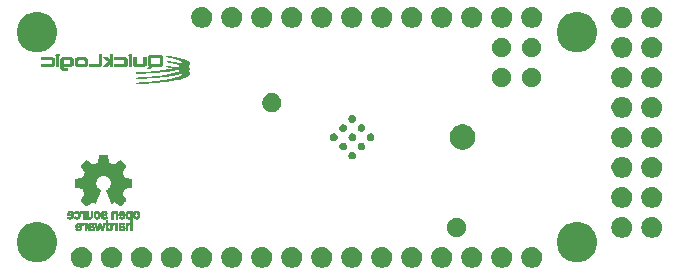
<source format=gbr>
G04 #@! TF.GenerationSoftware,KiCad,Pcbnew,5.1.4+dfsg1-1~bpo10+1*
G04 #@! TF.CreationDate,2020-01-10T16:49:25+01:00*
G04 #@! TF.ProjectId,quicklogic-quick-feather-board,71756963-6b6c-46f6-9769-632d71756963,rev?*
G04 #@! TF.SameCoordinates,Original*
G04 #@! TF.FileFunction,Soldermask,Bot*
G04 #@! TF.FilePolarity,Negative*
%FSLAX46Y46*%
G04 Gerber Fmt 4.6, Leading zero omitted, Abs format (unit mm)*
G04 Created by KiCad (PCBNEW 5.1.4+dfsg1-1~bpo10+1) date 2020-01-10 16:49:25*
%MOMM*%
%LPD*%
G04 APERTURE LIST*
%ADD10C,0.010000*%
%ADD11C,0.100000*%
G04 APERTURE END LIST*
D10*
G36*
X127308935Y-97932182D02*
G01*
X127275911Y-97951685D01*
X127250819Y-97977982D01*
X127235631Y-98008873D01*
X127232317Y-98042157D01*
X127242851Y-98075633D01*
X127269202Y-98107101D01*
X127277271Y-98113502D01*
X127306899Y-98126863D01*
X127346776Y-98134121D01*
X127389172Y-98134724D01*
X127426360Y-98128120D01*
X127435077Y-98124774D01*
X127469583Y-98099490D01*
X127490368Y-98062704D01*
X127495777Y-98027017D01*
X127489048Y-97986846D01*
X127467603Y-97956649D01*
X127435885Y-97936449D01*
X127390893Y-97922364D01*
X127347919Y-97921675D01*
X127308935Y-97932182D01*
X127308935Y-97932182D01*
G37*
X127308935Y-97932182D02*
X127275911Y-97951685D01*
X127250819Y-97977982D01*
X127235631Y-98008873D01*
X127232317Y-98042157D01*
X127242851Y-98075633D01*
X127269202Y-98107101D01*
X127277271Y-98113502D01*
X127306899Y-98126863D01*
X127346776Y-98134121D01*
X127389172Y-98134724D01*
X127426360Y-98128120D01*
X127435077Y-98124774D01*
X127469583Y-98099490D01*
X127490368Y-98062704D01*
X127495777Y-98027017D01*
X127489048Y-97986846D01*
X127467603Y-97956649D01*
X127435885Y-97936449D01*
X127390893Y-97922364D01*
X127347919Y-97921675D01*
X127308935Y-97932182D01*
G36*
X133482301Y-97928423D02*
G01*
X133466827Y-97933924D01*
X133427803Y-97958321D01*
X133404407Y-97992539D01*
X133397322Y-98018540D01*
X133399573Y-98056241D01*
X133417052Y-98088720D01*
X133446503Y-98114264D01*
X133484669Y-98131158D01*
X133528293Y-98137688D01*
X133574119Y-98132142D01*
X133597626Y-98123964D01*
X133623190Y-98108261D01*
X133642311Y-98089313D01*
X133654153Y-98059200D01*
X133656899Y-98021752D01*
X133650551Y-97986102D01*
X133642289Y-97969248D01*
X133613592Y-97943390D01*
X133573677Y-97927225D01*
X133528071Y-97921865D01*
X133482301Y-97928423D01*
X133482301Y-97928423D01*
G37*
X133482301Y-97928423D02*
X133466827Y-97933924D01*
X133427803Y-97958321D01*
X133404407Y-97992539D01*
X133397322Y-98018540D01*
X133399573Y-98056241D01*
X133417052Y-98088720D01*
X133446503Y-98114264D01*
X133484669Y-98131158D01*
X133528293Y-98137688D01*
X133574119Y-98132142D01*
X133597626Y-98123964D01*
X133623190Y-98108261D01*
X133642311Y-98089313D01*
X133654153Y-98059200D01*
X133656899Y-98021752D01*
X133650551Y-97986102D01*
X133642289Y-97969248D01*
X133613592Y-97943390D01*
X133573677Y-97927225D01*
X133528071Y-97921865D01*
X133482301Y-97928423D01*
G36*
X127371129Y-98214785D02*
G01*
X127265296Y-98217444D01*
X127262840Y-98605500D01*
X127260383Y-98993556D01*
X127476963Y-98993556D01*
X127476963Y-98212125D01*
X127371129Y-98214785D01*
X127371129Y-98214785D01*
G37*
X127371129Y-98214785D02*
X127265296Y-98217444D01*
X127262840Y-98605500D01*
X127260383Y-98993556D01*
X127476963Y-98993556D01*
X127476963Y-98212125D01*
X127371129Y-98214785D01*
G36*
X133431851Y-98993556D02*
G01*
X133638814Y-98993556D01*
X133638814Y-98212741D01*
X133431851Y-98212741D01*
X133431851Y-98993556D01*
X133431851Y-98993556D01*
G37*
X133431851Y-98993556D02*
X133638814Y-98993556D01*
X133638814Y-98212741D01*
X133431851Y-98212741D01*
X133431851Y-98993556D01*
G36*
X125990592Y-98382074D02*
G01*
X126395649Y-98382074D01*
X126515940Y-98382348D01*
X126617763Y-98383168D01*
X126701054Y-98384534D01*
X126765747Y-98386443D01*
X126811777Y-98388894D01*
X126839081Y-98391886D01*
X126842803Y-98392674D01*
X126867433Y-98399981D01*
X126885476Y-98409526D01*
X126897946Y-98424101D01*
X126905857Y-98446496D01*
X126910225Y-98479501D01*
X126912062Y-98525906D01*
X126912390Y-98584075D01*
X126911970Y-98635425D01*
X126910902Y-98681472D01*
X126909329Y-98718275D01*
X126907393Y-98741891D01*
X126906490Y-98746988D01*
X126894552Y-98766096D01*
X126873306Y-98783501D01*
X126871341Y-98784618D01*
X126862663Y-98788492D01*
X126850861Y-98791754D01*
X126834225Y-98794481D01*
X126811050Y-98796751D01*
X126779626Y-98798643D01*
X126738246Y-98800236D01*
X126685202Y-98801608D01*
X126618786Y-98802836D01*
X126537291Y-98804001D01*
X126439008Y-98805179D01*
X126418629Y-98805407D01*
X125995296Y-98810111D01*
X125995296Y-98998259D01*
X126381000Y-98999253D01*
X126465459Y-98999385D01*
X126544905Y-98999346D01*
X126617173Y-98999148D01*
X126680100Y-98998805D01*
X126731522Y-98998330D01*
X126769277Y-98997736D01*
X126791201Y-98997036D01*
X126794926Y-98996746D01*
X126874571Y-98984990D01*
X126938187Y-98971040D01*
X126988516Y-98953907D01*
X127028305Y-98932607D01*
X127060298Y-98906153D01*
X127067109Y-98898942D01*
X127083175Y-98879837D01*
X127095676Y-98860625D01*
X127105010Y-98838746D01*
X127111575Y-98811645D01*
X127115770Y-98776764D01*
X127117992Y-98731546D01*
X127118640Y-98673432D01*
X127118111Y-98599867D01*
X127117770Y-98573473D01*
X127114777Y-98355649D01*
X127085427Y-98314769D01*
X127047763Y-98276203D01*
X126996025Y-98243219D01*
X126934665Y-98218120D01*
X126870185Y-98203486D01*
X126846687Y-98201517D01*
X126806725Y-98199685D01*
X126752650Y-98198034D01*
X126686812Y-98196613D01*
X126611563Y-98195467D01*
X126529253Y-98194643D01*
X126442232Y-98194187D01*
X126397463Y-98194112D01*
X125990592Y-98193926D01*
X125990592Y-98382074D01*
X125990592Y-98382074D01*
G37*
X125990592Y-98382074D02*
X126395649Y-98382074D01*
X126515940Y-98382348D01*
X126617763Y-98383168D01*
X126701054Y-98384534D01*
X126765747Y-98386443D01*
X126811777Y-98388894D01*
X126839081Y-98391886D01*
X126842803Y-98392674D01*
X126867433Y-98399981D01*
X126885476Y-98409526D01*
X126897946Y-98424101D01*
X126905857Y-98446496D01*
X126910225Y-98479501D01*
X126912062Y-98525906D01*
X126912390Y-98584075D01*
X126911970Y-98635425D01*
X126910902Y-98681472D01*
X126909329Y-98718275D01*
X126907393Y-98741891D01*
X126906490Y-98746988D01*
X126894552Y-98766096D01*
X126873306Y-98783501D01*
X126871341Y-98784618D01*
X126862663Y-98788492D01*
X126850861Y-98791754D01*
X126834225Y-98794481D01*
X126811050Y-98796751D01*
X126779626Y-98798643D01*
X126738246Y-98800236D01*
X126685202Y-98801608D01*
X126618786Y-98802836D01*
X126537291Y-98804001D01*
X126439008Y-98805179D01*
X126418629Y-98805407D01*
X125995296Y-98810111D01*
X125995296Y-98998259D01*
X126381000Y-98999253D01*
X126465459Y-98999385D01*
X126544905Y-98999346D01*
X126617173Y-98999148D01*
X126680100Y-98998805D01*
X126731522Y-98998330D01*
X126769277Y-98997736D01*
X126791201Y-98997036D01*
X126794926Y-98996746D01*
X126874571Y-98984990D01*
X126938187Y-98971040D01*
X126988516Y-98953907D01*
X127028305Y-98932607D01*
X127060298Y-98906153D01*
X127067109Y-98898942D01*
X127083175Y-98879837D01*
X127095676Y-98860625D01*
X127105010Y-98838746D01*
X127111575Y-98811645D01*
X127115770Y-98776764D01*
X127117992Y-98731546D01*
X127118640Y-98673432D01*
X127118111Y-98599867D01*
X127117770Y-98573473D01*
X127114777Y-98355649D01*
X127085427Y-98314769D01*
X127047763Y-98276203D01*
X126996025Y-98243219D01*
X126934665Y-98218120D01*
X126870185Y-98203486D01*
X126846687Y-98201517D01*
X126806725Y-98199685D01*
X126752650Y-98198034D01*
X126686812Y-98196613D01*
X126611563Y-98195467D01*
X126529253Y-98194643D01*
X126442232Y-98194187D01*
X126397463Y-98194112D01*
X125990592Y-98193926D01*
X125990592Y-98382074D01*
G36*
X129288930Y-98195295D02*
G01*
X129225592Y-98197115D01*
X129171641Y-98199855D01*
X129131104Y-98203515D01*
X129127383Y-98204009D01*
X129045673Y-98221847D01*
X128978484Y-98250447D01*
X128926258Y-98289504D01*
X128889441Y-98338714D01*
X128873046Y-98379129D01*
X128867387Y-98409240D01*
X128863328Y-98452586D01*
X128860810Y-98505542D01*
X128859777Y-98564482D01*
X128860172Y-98625783D01*
X128861935Y-98685818D01*
X128865011Y-98740961D01*
X128869342Y-98787589D01*
X128874869Y-98822075D01*
X128880339Y-98838905D01*
X128919060Y-98890230D01*
X128973740Y-98932899D01*
X129043266Y-98966170D01*
X129094258Y-98981987D01*
X129118292Y-98985804D01*
X129157597Y-98989389D01*
X129208631Y-98992641D01*
X129267851Y-98995456D01*
X129331715Y-98997732D01*
X129396678Y-98999367D01*
X129459199Y-99000258D01*
X129515734Y-99000301D01*
X129562742Y-98999395D01*
X129596678Y-98997437D01*
X129603037Y-98996728D01*
X129699652Y-98978497D01*
X129780325Y-98951132D01*
X129844867Y-98914733D01*
X129893086Y-98869400D01*
X129917725Y-98831017D01*
X129926153Y-98813316D01*
X129932333Y-98796850D01*
X129936615Y-98778371D01*
X129939344Y-98754634D01*
X129940870Y-98722394D01*
X129941540Y-98678405D01*
X129941701Y-98619421D01*
X129941703Y-98607188D01*
X129941645Y-98599495D01*
X129725333Y-98599495D01*
X129724917Y-98659444D01*
X129722839Y-98703561D01*
X129717852Y-98734822D01*
X129708707Y-98756207D01*
X129694159Y-98770692D01*
X129672960Y-98781256D01*
X129645370Y-98790419D01*
X129625165Y-98795308D01*
X129599474Y-98798903D01*
X129565680Y-98801325D01*
X129521169Y-98802698D01*
X129463323Y-98803143D01*
X129389528Y-98802783D01*
X129381963Y-98802715D01*
X129312110Y-98801967D01*
X129258368Y-98801026D01*
X129218034Y-98799651D01*
X129188405Y-98797601D01*
X129166777Y-98794635D01*
X129150446Y-98790512D01*
X129136710Y-98784989D01*
X129126771Y-98779938D01*
X129102184Y-98764317D01*
X129085348Y-98749080D01*
X129082086Y-98743891D01*
X129080019Y-98729429D01*
X129078272Y-98699897D01*
X129076985Y-98659038D01*
X129076298Y-98610597D01*
X129076222Y-98587840D01*
X129076373Y-98533323D01*
X129077111Y-98494360D01*
X129078866Y-98467691D01*
X129082068Y-98450055D01*
X129087145Y-98438192D01*
X129094527Y-98428841D01*
X129097566Y-98425727D01*
X129117335Y-98410971D01*
X129144857Y-98399643D01*
X129182114Y-98391489D01*
X129231091Y-98386252D01*
X129293769Y-98383679D01*
X129372133Y-98383515D01*
X129420028Y-98384303D01*
X129489837Y-98386118D01*
X129543740Y-98388394D01*
X129584647Y-98391386D01*
X129615465Y-98395354D01*
X129639104Y-98400555D01*
X129652538Y-98404919D01*
X129678652Y-98415576D01*
X129697648Y-98427247D01*
X129710653Y-98442948D01*
X129718796Y-98465692D01*
X129723205Y-98498495D01*
X129725007Y-98544372D01*
X129725333Y-98599495D01*
X129941645Y-98599495D01*
X129941145Y-98533626D01*
X129939139Y-98475920D01*
X129935191Y-98431135D01*
X129928806Y-98396337D01*
X129919491Y-98368590D01*
X129906750Y-98344961D01*
X129894692Y-98328229D01*
X129849618Y-98284873D01*
X129789285Y-98248639D01*
X129716319Y-98220815D01*
X129640666Y-98203809D01*
X129605540Y-98200069D01*
X129555648Y-98197259D01*
X129495015Y-98195379D01*
X129427667Y-98194426D01*
X129357630Y-98194399D01*
X129288930Y-98195295D01*
X129288930Y-98195295D01*
G37*
X129288930Y-98195295D02*
X129225592Y-98197115D01*
X129171641Y-98199855D01*
X129131104Y-98203515D01*
X129127383Y-98204009D01*
X129045673Y-98221847D01*
X128978484Y-98250447D01*
X128926258Y-98289504D01*
X128889441Y-98338714D01*
X128873046Y-98379129D01*
X128867387Y-98409240D01*
X128863328Y-98452586D01*
X128860810Y-98505542D01*
X128859777Y-98564482D01*
X128860172Y-98625783D01*
X128861935Y-98685818D01*
X128865011Y-98740961D01*
X128869342Y-98787589D01*
X128874869Y-98822075D01*
X128880339Y-98838905D01*
X128919060Y-98890230D01*
X128973740Y-98932899D01*
X129043266Y-98966170D01*
X129094258Y-98981987D01*
X129118292Y-98985804D01*
X129157597Y-98989389D01*
X129208631Y-98992641D01*
X129267851Y-98995456D01*
X129331715Y-98997732D01*
X129396678Y-98999367D01*
X129459199Y-99000258D01*
X129515734Y-99000301D01*
X129562742Y-98999395D01*
X129596678Y-98997437D01*
X129603037Y-98996728D01*
X129699652Y-98978497D01*
X129780325Y-98951132D01*
X129844867Y-98914733D01*
X129893086Y-98869400D01*
X129917725Y-98831017D01*
X129926153Y-98813316D01*
X129932333Y-98796850D01*
X129936615Y-98778371D01*
X129939344Y-98754634D01*
X129940870Y-98722394D01*
X129941540Y-98678405D01*
X129941701Y-98619421D01*
X129941703Y-98607188D01*
X129941645Y-98599495D01*
X129725333Y-98599495D01*
X129724917Y-98659444D01*
X129722839Y-98703561D01*
X129717852Y-98734822D01*
X129708707Y-98756207D01*
X129694159Y-98770692D01*
X129672960Y-98781256D01*
X129645370Y-98790419D01*
X129625165Y-98795308D01*
X129599474Y-98798903D01*
X129565680Y-98801325D01*
X129521169Y-98802698D01*
X129463323Y-98803143D01*
X129389528Y-98802783D01*
X129381963Y-98802715D01*
X129312110Y-98801967D01*
X129258368Y-98801026D01*
X129218034Y-98799651D01*
X129188405Y-98797601D01*
X129166777Y-98794635D01*
X129150446Y-98790512D01*
X129136710Y-98784989D01*
X129126771Y-98779938D01*
X129102184Y-98764317D01*
X129085348Y-98749080D01*
X129082086Y-98743891D01*
X129080019Y-98729429D01*
X129078272Y-98699897D01*
X129076985Y-98659038D01*
X129076298Y-98610597D01*
X129076222Y-98587840D01*
X129076373Y-98533323D01*
X129077111Y-98494360D01*
X129078866Y-98467691D01*
X129082068Y-98450055D01*
X129087145Y-98438192D01*
X129094527Y-98428841D01*
X129097566Y-98425727D01*
X129117335Y-98410971D01*
X129144857Y-98399643D01*
X129182114Y-98391489D01*
X129231091Y-98386252D01*
X129293769Y-98383679D01*
X129372133Y-98383515D01*
X129420028Y-98384303D01*
X129489837Y-98386118D01*
X129543740Y-98388394D01*
X129584647Y-98391386D01*
X129615465Y-98395354D01*
X129639104Y-98400555D01*
X129652538Y-98404919D01*
X129678652Y-98415576D01*
X129697648Y-98427247D01*
X129710653Y-98442948D01*
X129718796Y-98465692D01*
X129723205Y-98498495D01*
X129725007Y-98544372D01*
X129725333Y-98599495D01*
X129941645Y-98599495D01*
X129941145Y-98533626D01*
X129939139Y-98475920D01*
X129935191Y-98431135D01*
X129928806Y-98396337D01*
X129919491Y-98368590D01*
X129906750Y-98344961D01*
X129894692Y-98328229D01*
X129849618Y-98284873D01*
X129789285Y-98248639D01*
X129716319Y-98220815D01*
X129640666Y-98203809D01*
X129605540Y-98200069D01*
X129555648Y-98197259D01*
X129495015Y-98195379D01*
X129427667Y-98194426D01*
X129357630Y-98194399D01*
X129288930Y-98195295D01*
G36*
X130901259Y-98731595D02*
G01*
X130875082Y-98757772D01*
X130861494Y-98769259D01*
X130844612Y-98778782D01*
X130822679Y-98786517D01*
X130793937Y-98792641D01*
X130756630Y-98797330D01*
X130708999Y-98800759D01*
X130649288Y-98803104D01*
X130575739Y-98804543D01*
X130486595Y-98805250D01*
X130399544Y-98805407D01*
X130073407Y-98805407D01*
X130073407Y-99002963D01*
X130386203Y-99001954D01*
X130495289Y-99001111D01*
X130592401Y-98999357D01*
X130675917Y-98996745D01*
X130744217Y-98993329D01*
X130795681Y-98989162D01*
X130804283Y-98988186D01*
X130890691Y-98973412D01*
X130961215Y-98951606D01*
X131017708Y-98922013D01*
X131062022Y-98883878D01*
X131063006Y-98882791D01*
X131077872Y-98865582D01*
X131090242Y-98848725D01*
X131100346Y-98830376D01*
X131108412Y-98808689D01*
X131114668Y-98781818D01*
X131119345Y-98747919D01*
X131122669Y-98705145D01*
X131124871Y-98651652D01*
X131126178Y-98585593D01*
X131126820Y-98505125D01*
X131127026Y-98408401D01*
X131127037Y-98366256D01*
X131127037Y-97986963D01*
X130901259Y-97986963D01*
X130901259Y-98731595D01*
X130901259Y-98731595D01*
G37*
X130901259Y-98731595D02*
X130875082Y-98757772D01*
X130861494Y-98769259D01*
X130844612Y-98778782D01*
X130822679Y-98786517D01*
X130793937Y-98792641D01*
X130756630Y-98797330D01*
X130708999Y-98800759D01*
X130649288Y-98803104D01*
X130575739Y-98804543D01*
X130486595Y-98805250D01*
X130399544Y-98805407D01*
X130073407Y-98805407D01*
X130073407Y-99002963D01*
X130386203Y-99001954D01*
X130495289Y-99001111D01*
X130592401Y-98999357D01*
X130675917Y-98996745D01*
X130744217Y-98993329D01*
X130795681Y-98989162D01*
X130804283Y-98988186D01*
X130890691Y-98973412D01*
X130961215Y-98951606D01*
X131017708Y-98922013D01*
X131062022Y-98883878D01*
X131063006Y-98882791D01*
X131077872Y-98865582D01*
X131090242Y-98848725D01*
X131100346Y-98830376D01*
X131108412Y-98808689D01*
X131114668Y-98781818D01*
X131119345Y-98747919D01*
X131122669Y-98705145D01*
X131124871Y-98651652D01*
X131126178Y-98585593D01*
X131126820Y-98505125D01*
X131127026Y-98408401D01*
X131127037Y-98366256D01*
X131127037Y-97986963D01*
X130901259Y-97986963D01*
X130901259Y-98731595D01*
G36*
X131813777Y-98471231D02*
G01*
X131660803Y-98318467D01*
X131507829Y-98165704D01*
X131245155Y-98165704D01*
X131451849Y-98367893D01*
X131658542Y-98570082D01*
X131442255Y-98786523D01*
X131225968Y-99002963D01*
X131507829Y-99002963D01*
X131660803Y-98850200D01*
X131813777Y-98697436D01*
X131813777Y-99002963D01*
X132030148Y-99002963D01*
X132030148Y-97986963D01*
X131813777Y-97986963D01*
X131813777Y-98471231D01*
X131813777Y-98471231D01*
G37*
X131813777Y-98471231D02*
X131660803Y-98318467D01*
X131507829Y-98165704D01*
X131245155Y-98165704D01*
X131451849Y-98367893D01*
X131658542Y-98570082D01*
X131442255Y-98786523D01*
X131225968Y-99002963D01*
X131507829Y-99002963D01*
X131660803Y-98850200D01*
X131813777Y-98697436D01*
X131813777Y-99002963D01*
X132030148Y-99002963D01*
X132030148Y-97986963D01*
X131813777Y-97986963D01*
X131813777Y-98471231D01*
G36*
X132161851Y-98382074D02*
G01*
X132564018Y-98382299D01*
X132650642Y-98382542D01*
X132732579Y-98383146D01*
X132807663Y-98384066D01*
X132873726Y-98385261D01*
X132928602Y-98386686D01*
X132970123Y-98388299D01*
X132996122Y-98390057D01*
X133002786Y-98391014D01*
X133025499Y-98396856D01*
X133042383Y-98404116D01*
X133054302Y-98415426D01*
X133062121Y-98433417D01*
X133066703Y-98460724D01*
X133068912Y-98499977D01*
X133069612Y-98553810D01*
X133069666Y-98594835D01*
X133069554Y-98657453D01*
X133068582Y-98703987D01*
X133065800Y-98737167D01*
X133060256Y-98759722D01*
X133050999Y-98774384D01*
X133037076Y-98783882D01*
X133017536Y-98790947D01*
X132999545Y-98796035D01*
X132982278Y-98798203D01*
X132947941Y-98800154D01*
X132898278Y-98801851D01*
X132835033Y-98803255D01*
X132759950Y-98804331D01*
X132674772Y-98805040D01*
X132581245Y-98805346D01*
X132564018Y-98805355D01*
X132161851Y-98805407D01*
X132161851Y-99002963D01*
X132545203Y-99001553D01*
X132629407Y-99001163D01*
X132708597Y-99000642D01*
X132780602Y-99000016D01*
X132843251Y-98999310D01*
X132894372Y-98998551D01*
X132931794Y-98997763D01*
X132953346Y-98996972D01*
X132956777Y-98996695D01*
X133040104Y-98984304D01*
X133107190Y-98968887D01*
X133160521Y-98949246D01*
X133202582Y-98924182D01*
X133235858Y-98892499D01*
X133262836Y-98852996D01*
X133265732Y-98847741D01*
X133272330Y-98834476D01*
X133277324Y-98820568D01*
X133280935Y-98803289D01*
X133283386Y-98779909D01*
X133284899Y-98747701D01*
X133285696Y-98703935D01*
X133285999Y-98645883D01*
X133286037Y-98598444D01*
X133285952Y-98529652D01*
X133285537Y-98476868D01*
X133284552Y-98437288D01*
X133282754Y-98408107D01*
X133279904Y-98386518D01*
X133275761Y-98369718D01*
X133270083Y-98354900D01*
X133264025Y-98342081D01*
X133233092Y-98294961D01*
X133190503Y-98257890D01*
X133133408Y-98228579D01*
X133113458Y-98221108D01*
X133098524Y-98216027D01*
X133084111Y-98211783D01*
X133068410Y-98208287D01*
X133049613Y-98205450D01*
X133025910Y-98203180D01*
X132995493Y-98201388D01*
X132956554Y-98199984D01*
X132907283Y-98198878D01*
X132845873Y-98197981D01*
X132770514Y-98197202D01*
X132679399Y-98196452D01*
X132606351Y-98195904D01*
X132161851Y-98192616D01*
X132161851Y-98382074D01*
X132161851Y-98382074D01*
G37*
X132161851Y-98382074D02*
X132564018Y-98382299D01*
X132650642Y-98382542D01*
X132732579Y-98383146D01*
X132807663Y-98384066D01*
X132873726Y-98385261D01*
X132928602Y-98386686D01*
X132970123Y-98388299D01*
X132996122Y-98390057D01*
X133002786Y-98391014D01*
X133025499Y-98396856D01*
X133042383Y-98404116D01*
X133054302Y-98415426D01*
X133062121Y-98433417D01*
X133066703Y-98460724D01*
X133068912Y-98499977D01*
X133069612Y-98553810D01*
X133069666Y-98594835D01*
X133069554Y-98657453D01*
X133068582Y-98703987D01*
X133065800Y-98737167D01*
X133060256Y-98759722D01*
X133050999Y-98774384D01*
X133037076Y-98783882D01*
X133017536Y-98790947D01*
X132999545Y-98796035D01*
X132982278Y-98798203D01*
X132947941Y-98800154D01*
X132898278Y-98801851D01*
X132835033Y-98803255D01*
X132759950Y-98804331D01*
X132674772Y-98805040D01*
X132581245Y-98805346D01*
X132564018Y-98805355D01*
X132161851Y-98805407D01*
X132161851Y-99002963D01*
X132545203Y-99001553D01*
X132629407Y-99001163D01*
X132708597Y-99000642D01*
X132780602Y-99000016D01*
X132843251Y-98999310D01*
X132894372Y-98998551D01*
X132931794Y-98997763D01*
X132953346Y-98996972D01*
X132956777Y-98996695D01*
X133040104Y-98984304D01*
X133107190Y-98968887D01*
X133160521Y-98949246D01*
X133202582Y-98924182D01*
X133235858Y-98892499D01*
X133262836Y-98852996D01*
X133265732Y-98847741D01*
X133272330Y-98834476D01*
X133277324Y-98820568D01*
X133280935Y-98803289D01*
X133283386Y-98779909D01*
X133284899Y-98747701D01*
X133285696Y-98703935D01*
X133285999Y-98645883D01*
X133286037Y-98598444D01*
X133285952Y-98529652D01*
X133285537Y-98476868D01*
X133284552Y-98437288D01*
X133282754Y-98408107D01*
X133279904Y-98386518D01*
X133275761Y-98369718D01*
X133270083Y-98354900D01*
X133264025Y-98342081D01*
X133233092Y-98294961D01*
X133190503Y-98257890D01*
X133133408Y-98228579D01*
X133113458Y-98221108D01*
X133098524Y-98216027D01*
X133084111Y-98211783D01*
X133068410Y-98208287D01*
X133049613Y-98205450D01*
X133025910Y-98203180D01*
X132995493Y-98201388D01*
X132956554Y-98199984D01*
X132907283Y-98198878D01*
X132845873Y-98197981D01*
X132770514Y-98197202D01*
X132679399Y-98196452D01*
X132606351Y-98195904D01*
X132161851Y-98192616D01*
X132161851Y-98382074D01*
G36*
X134683037Y-98474690D02*
G01*
X134682956Y-98555345D01*
X134682638Y-98619262D01*
X134681967Y-98668516D01*
X134680827Y-98705185D01*
X134679103Y-98731345D01*
X134676678Y-98749071D01*
X134673438Y-98760440D01*
X134669266Y-98767528D01*
X134666574Y-98770317D01*
X134651845Y-98780854D01*
X134632242Y-98789168D01*
X134605712Y-98795455D01*
X134570204Y-98799912D01*
X134523664Y-98802736D01*
X134464042Y-98804123D01*
X134389283Y-98804271D01*
X134318892Y-98803649D01*
X134244189Y-98802682D01*
X134185935Y-98801655D01*
X134141768Y-98800370D01*
X134109324Y-98798629D01*
X134086237Y-98796235D01*
X134070145Y-98792991D01*
X134058684Y-98788698D01*
X134049489Y-98783160D01*
X134046351Y-98780878D01*
X134019814Y-98761053D01*
X134017325Y-98477490D01*
X134014835Y-98193926D01*
X133798740Y-98193926D01*
X133798947Y-98502019D01*
X133799085Y-98587437D01*
X133799446Y-98656177D01*
X133800136Y-98710378D01*
X133801265Y-98752176D01*
X133802939Y-98783709D01*
X133805267Y-98807113D01*
X133808356Y-98824527D01*
X133812315Y-98838086D01*
X133816423Y-98848130D01*
X133844057Y-98892395D01*
X133883566Y-98927915D01*
X133936529Y-98955538D01*
X134004522Y-98976111D01*
X134078695Y-98989146D01*
X134129970Y-98994202D01*
X134194930Y-98997947D01*
X134268774Y-99000351D01*
X134346701Y-99001381D01*
X134423911Y-99001009D01*
X134495604Y-98999201D01*
X134556981Y-98995929D01*
X134593666Y-98992456D01*
X134682583Y-98975950D01*
X134757274Y-98950359D01*
X134816918Y-98916123D01*
X134860693Y-98873679D01*
X134881663Y-98838858D01*
X134886493Y-98826780D01*
X134890343Y-98812686D01*
X134893326Y-98794417D01*
X134895552Y-98769813D01*
X134897133Y-98736716D01*
X134898178Y-98692967D01*
X134898799Y-98636405D01*
X134899107Y-98564872D01*
X134899200Y-98497315D01*
X134899407Y-98193926D01*
X134683037Y-98193926D01*
X134683037Y-98474690D01*
X134683037Y-98474690D01*
G37*
X134683037Y-98474690D02*
X134682956Y-98555345D01*
X134682638Y-98619262D01*
X134681967Y-98668516D01*
X134680827Y-98705185D01*
X134679103Y-98731345D01*
X134676678Y-98749071D01*
X134673438Y-98760440D01*
X134669266Y-98767528D01*
X134666574Y-98770317D01*
X134651845Y-98780854D01*
X134632242Y-98789168D01*
X134605712Y-98795455D01*
X134570204Y-98799912D01*
X134523664Y-98802736D01*
X134464042Y-98804123D01*
X134389283Y-98804271D01*
X134318892Y-98803649D01*
X134244189Y-98802682D01*
X134185935Y-98801655D01*
X134141768Y-98800370D01*
X134109324Y-98798629D01*
X134086237Y-98796235D01*
X134070145Y-98792991D01*
X134058684Y-98788698D01*
X134049489Y-98783160D01*
X134046351Y-98780878D01*
X134019814Y-98761053D01*
X134017325Y-98477490D01*
X134014835Y-98193926D01*
X133798740Y-98193926D01*
X133798947Y-98502019D01*
X133799085Y-98587437D01*
X133799446Y-98656177D01*
X133800136Y-98710378D01*
X133801265Y-98752176D01*
X133802939Y-98783709D01*
X133805267Y-98807113D01*
X133808356Y-98824527D01*
X133812315Y-98838086D01*
X133816423Y-98848130D01*
X133844057Y-98892395D01*
X133883566Y-98927915D01*
X133936529Y-98955538D01*
X134004522Y-98976111D01*
X134078695Y-98989146D01*
X134129970Y-98994202D01*
X134194930Y-98997947D01*
X134268774Y-99000351D01*
X134346701Y-99001381D01*
X134423911Y-99001009D01*
X134495604Y-98999201D01*
X134556981Y-98995929D01*
X134593666Y-98992456D01*
X134682583Y-98975950D01*
X134757274Y-98950359D01*
X134816918Y-98916123D01*
X134860693Y-98873679D01*
X134881663Y-98838858D01*
X134886493Y-98826780D01*
X134890343Y-98812686D01*
X134893326Y-98794417D01*
X134895552Y-98769813D01*
X134897133Y-98736716D01*
X134898178Y-98692967D01*
X134898799Y-98636405D01*
X134899107Y-98564872D01*
X134899200Y-98497315D01*
X134899407Y-98193926D01*
X134683037Y-98193926D01*
X134683037Y-98474690D01*
G36*
X135581444Y-97990001D02*
G01*
X135480249Y-97992506D01*
X135395774Y-97996253D01*
X135325940Y-98001683D01*
X135268669Y-98009236D01*
X135221883Y-98019352D01*
X135183503Y-98032473D01*
X135151451Y-98049038D01*
X135123649Y-98069487D01*
X135100169Y-98091972D01*
X135084411Y-98109253D01*
X135071703Y-98125805D01*
X135061716Y-98143809D01*
X135054124Y-98165447D01*
X135048599Y-98192902D01*
X135044813Y-98228355D01*
X135042439Y-98273989D01*
X135041151Y-98331985D01*
X135040619Y-98404526D01*
X135040518Y-98489561D01*
X135040518Y-98782898D01*
X135065307Y-98832644D01*
X135089575Y-98871072D01*
X135118825Y-98902671D01*
X135126534Y-98908784D01*
X135162970Y-98935179D01*
X134960686Y-99125259D01*
X135115843Y-99125069D01*
X135271000Y-99124878D01*
X135341555Y-99059627D01*
X135412111Y-98994375D01*
X135652000Y-98993899D01*
X135766712Y-98992591D01*
X135864490Y-98988908D01*
X135947106Y-98982475D01*
X136016334Y-98972916D01*
X136073948Y-98959855D01*
X136121721Y-98942918D01*
X136161426Y-98921728D01*
X136194837Y-98895910D01*
X136215743Y-98874527D01*
X136231180Y-98856105D01*
X136243621Y-98838087D01*
X136253364Y-98818288D01*
X136260703Y-98794524D01*
X136265935Y-98764613D01*
X136269357Y-98726369D01*
X136271265Y-98677608D01*
X136271956Y-98616148D01*
X136271725Y-98539803D01*
X136271275Y-98488828D01*
X136047111Y-98488828D01*
X136046856Y-98570087D01*
X136046042Y-98634172D01*
X136044595Y-98682718D01*
X136042441Y-98717361D01*
X136039507Y-98739733D01*
X136035719Y-98751471D01*
X136035227Y-98752211D01*
X136025255Y-98763616D01*
X136012430Y-98772850D01*
X135994845Y-98780116D01*
X135970589Y-98785618D01*
X135937753Y-98789558D01*
X135894429Y-98792141D01*
X135838705Y-98793570D01*
X135768674Y-98794048D01*
X135682426Y-98793778D01*
X135647296Y-98793539D01*
X135563416Y-98792846D01*
X135496177Y-98792061D01*
X135443408Y-98791049D01*
X135402934Y-98789675D01*
X135372584Y-98787804D01*
X135350185Y-98785301D01*
X135333563Y-98782030D01*
X135320546Y-98777857D01*
X135308960Y-98772647D01*
X135308629Y-98772482D01*
X135271000Y-98753667D01*
X135268498Y-98498115D01*
X135265996Y-98242564D01*
X135290046Y-98223646D01*
X135306762Y-98212787D01*
X135327773Y-98204058D01*
X135355130Y-98197247D01*
X135390880Y-98192142D01*
X135437070Y-98188529D01*
X135495749Y-98186196D01*
X135568965Y-98184931D01*
X135658766Y-98184521D01*
X135667112Y-98184519D01*
X135756011Y-98184825D01*
X135828160Y-98185894D01*
X135885616Y-98187947D01*
X135930437Y-98191205D01*
X135964678Y-98195892D01*
X135990397Y-98202229D01*
X136009652Y-98210438D01*
X136024499Y-98220742D01*
X136027508Y-98223433D01*
X136033426Y-98229662D01*
X136038016Y-98237502D01*
X136041446Y-98249232D01*
X136043885Y-98267134D01*
X136045501Y-98293488D01*
X136046463Y-98330575D01*
X136046939Y-98380677D01*
X136047098Y-98446073D01*
X136047111Y-98488828D01*
X136271275Y-98488828D01*
X136271079Y-98466741D01*
X136270208Y-98385473D01*
X136269308Y-98320769D01*
X136268212Y-98270378D01*
X136266756Y-98232051D01*
X136264773Y-98203536D01*
X136262100Y-98182583D01*
X136258570Y-98166941D01*
X136254019Y-98154360D01*
X136248280Y-98142591D01*
X136247105Y-98140378D01*
X136223651Y-98104886D01*
X136193316Y-98074768D01*
X136154753Y-98049722D01*
X136106615Y-98029443D01*
X136047557Y-98013626D01*
X135976231Y-98001968D01*
X135891290Y-97994164D01*
X135791388Y-97989911D01*
X135675178Y-97988903D01*
X135581444Y-97990001D01*
X135581444Y-97990001D01*
G37*
X135581444Y-97990001D02*
X135480249Y-97992506D01*
X135395774Y-97996253D01*
X135325940Y-98001683D01*
X135268669Y-98009236D01*
X135221883Y-98019352D01*
X135183503Y-98032473D01*
X135151451Y-98049038D01*
X135123649Y-98069487D01*
X135100169Y-98091972D01*
X135084411Y-98109253D01*
X135071703Y-98125805D01*
X135061716Y-98143809D01*
X135054124Y-98165447D01*
X135048599Y-98192902D01*
X135044813Y-98228355D01*
X135042439Y-98273989D01*
X135041151Y-98331985D01*
X135040619Y-98404526D01*
X135040518Y-98489561D01*
X135040518Y-98782898D01*
X135065307Y-98832644D01*
X135089575Y-98871072D01*
X135118825Y-98902671D01*
X135126534Y-98908784D01*
X135162970Y-98935179D01*
X134960686Y-99125259D01*
X135115843Y-99125069D01*
X135271000Y-99124878D01*
X135341555Y-99059627D01*
X135412111Y-98994375D01*
X135652000Y-98993899D01*
X135766712Y-98992591D01*
X135864490Y-98988908D01*
X135947106Y-98982475D01*
X136016334Y-98972916D01*
X136073948Y-98959855D01*
X136121721Y-98942918D01*
X136161426Y-98921728D01*
X136194837Y-98895910D01*
X136215743Y-98874527D01*
X136231180Y-98856105D01*
X136243621Y-98838087D01*
X136253364Y-98818288D01*
X136260703Y-98794524D01*
X136265935Y-98764613D01*
X136269357Y-98726369D01*
X136271265Y-98677608D01*
X136271956Y-98616148D01*
X136271725Y-98539803D01*
X136271275Y-98488828D01*
X136047111Y-98488828D01*
X136046856Y-98570087D01*
X136046042Y-98634172D01*
X136044595Y-98682718D01*
X136042441Y-98717361D01*
X136039507Y-98739733D01*
X136035719Y-98751471D01*
X136035227Y-98752211D01*
X136025255Y-98763616D01*
X136012430Y-98772850D01*
X135994845Y-98780116D01*
X135970589Y-98785618D01*
X135937753Y-98789558D01*
X135894429Y-98792141D01*
X135838705Y-98793570D01*
X135768674Y-98794048D01*
X135682426Y-98793778D01*
X135647296Y-98793539D01*
X135563416Y-98792846D01*
X135496177Y-98792061D01*
X135443408Y-98791049D01*
X135402934Y-98789675D01*
X135372584Y-98787804D01*
X135350185Y-98785301D01*
X135333563Y-98782030D01*
X135320546Y-98777857D01*
X135308960Y-98772647D01*
X135308629Y-98772482D01*
X135271000Y-98753667D01*
X135268498Y-98498115D01*
X135265996Y-98242564D01*
X135290046Y-98223646D01*
X135306762Y-98212787D01*
X135327773Y-98204058D01*
X135355130Y-98197247D01*
X135390880Y-98192142D01*
X135437070Y-98188529D01*
X135495749Y-98186196D01*
X135568965Y-98184931D01*
X135658766Y-98184521D01*
X135667112Y-98184519D01*
X135756011Y-98184825D01*
X135828160Y-98185894D01*
X135885616Y-98187947D01*
X135930437Y-98191205D01*
X135964678Y-98195892D01*
X135990397Y-98202229D01*
X136009652Y-98210438D01*
X136024499Y-98220742D01*
X136027508Y-98223433D01*
X136033426Y-98229662D01*
X136038016Y-98237502D01*
X136041446Y-98249232D01*
X136043885Y-98267134D01*
X136045501Y-98293488D01*
X136046463Y-98330575D01*
X136046939Y-98380677D01*
X136047098Y-98446073D01*
X136047111Y-98488828D01*
X136271275Y-98488828D01*
X136271079Y-98466741D01*
X136270208Y-98385473D01*
X136269308Y-98320769D01*
X136268212Y-98270378D01*
X136266756Y-98232051D01*
X136264773Y-98203536D01*
X136262100Y-98182583D01*
X136258570Y-98166941D01*
X136254019Y-98154360D01*
X136248280Y-98142591D01*
X136247105Y-98140378D01*
X136223651Y-98104886D01*
X136193316Y-98074768D01*
X136154753Y-98049722D01*
X136106615Y-98029443D01*
X136047557Y-98013626D01*
X135976231Y-98001968D01*
X135891290Y-97994164D01*
X135791388Y-97989911D01*
X135675178Y-97988903D01*
X135581444Y-97990001D01*
G36*
X128127643Y-98196310D02*
G01*
X128122929Y-98196421D01*
X128042593Y-98198877D01*
X127977711Y-98202310D01*
X127924926Y-98207228D01*
X127880884Y-98214140D01*
X127842230Y-98223553D01*
X127805607Y-98235975D01*
X127773407Y-98249352D01*
X127721768Y-98279967D01*
X127676098Y-98321484D01*
X127643390Y-98367072D01*
X127637806Y-98378091D01*
X127633336Y-98389455D01*
X127629860Y-98403277D01*
X127627256Y-98421672D01*
X127625403Y-98446756D01*
X127624179Y-98480643D01*
X127623464Y-98525448D01*
X127623137Y-98583285D01*
X127623076Y-98656269D01*
X127623131Y-98720741D01*
X127623458Y-98817482D01*
X127624379Y-98897618D01*
X127626155Y-98963354D01*
X127629052Y-99016898D01*
X127633333Y-99060455D01*
X127639261Y-99096231D01*
X127647100Y-99126434D01*
X127657113Y-99153269D01*
X127669565Y-99178943D01*
X127680129Y-99197848D01*
X127702095Y-99230604D01*
X127727429Y-99256899D01*
X127758411Y-99277481D01*
X127797321Y-99293097D01*
X127846435Y-99304495D01*
X127908035Y-99312422D01*
X127984398Y-99317626D01*
X128053166Y-99320203D01*
X128238963Y-99325536D01*
X128238963Y-99146283D01*
X128086092Y-99142302D01*
X128015051Y-99139692D01*
X127960435Y-99135308D01*
X127919868Y-99128065D01*
X127890972Y-99116877D01*
X127871371Y-99100657D01*
X127858688Y-99078320D01*
X127850546Y-99048780D01*
X127847826Y-99033451D01*
X127841795Y-98995731D01*
X128132101Y-98991137D01*
X128219888Y-98989557D01*
X128291066Y-98987797D01*
X128347842Y-98985727D01*
X128392422Y-98983218D01*
X128427010Y-98980142D01*
X128453815Y-98976369D01*
X128475041Y-98971770D01*
X128478263Y-98970895D01*
X128552807Y-98946116D01*
X128610379Y-98918077D01*
X128651339Y-98887240D01*
X128671847Y-98866670D01*
X128687318Y-98847564D01*
X128698526Y-98826837D01*
X128706246Y-98801405D01*
X128711251Y-98768181D01*
X128714316Y-98724081D01*
X128716216Y-98666018D01*
X128717078Y-98625272D01*
X128717470Y-98594376D01*
X128502370Y-98594376D01*
X128502203Y-98651484D01*
X128501480Y-98692798D01*
X128499862Y-98721336D01*
X128497013Y-98740117D01*
X128492598Y-98752159D01*
X128486278Y-98760482D01*
X128483561Y-98763069D01*
X128468593Y-98774309D01*
X128449745Y-98783368D01*
X128424980Y-98790474D01*
X128392261Y-98795855D01*
X128349548Y-98799738D01*
X128294805Y-98802349D01*
X128225993Y-98803916D01*
X128141075Y-98804666D01*
X128109611Y-98804772D01*
X127843851Y-98805407D01*
X127843851Y-98623115D01*
X127843859Y-98558296D01*
X127844428Y-98509610D01*
X127846372Y-98474373D01*
X127850509Y-98449904D01*
X127857655Y-98433522D01*
X127868626Y-98422546D01*
X127884239Y-98414293D01*
X127905309Y-98406082D01*
X127910515Y-98404107D01*
X127935086Y-98398419D01*
X127974923Y-98393444D01*
X128026486Y-98389270D01*
X128086237Y-98385986D01*
X128150636Y-98383683D01*
X128216146Y-98382448D01*
X128279226Y-98382370D01*
X128336338Y-98383538D01*
X128383943Y-98386042D01*
X128418502Y-98389970D01*
X128424687Y-98391185D01*
X128451267Y-98397935D01*
X128470976Y-98406405D01*
X128484840Y-98419276D01*
X128493883Y-98439227D01*
X128499131Y-98468941D01*
X128501607Y-98511097D01*
X128502337Y-98568376D01*
X128502370Y-98594376D01*
X128717470Y-98594376D01*
X128718085Y-98545925D01*
X128717347Y-98482672D01*
X128714345Y-98432831D01*
X128708561Y-98393721D01*
X128699476Y-98362663D01*
X128686574Y-98336974D01*
X128669336Y-98313973D01*
X128653725Y-98297348D01*
X128619832Y-98268317D01*
X128580599Y-98244688D01*
X128534144Y-98226103D01*
X128478585Y-98212204D01*
X128412038Y-98202633D01*
X128332621Y-98197033D01*
X128238450Y-98195044D01*
X128127643Y-98196310D01*
X128127643Y-98196310D01*
G37*
X128127643Y-98196310D02*
X128122929Y-98196421D01*
X128042593Y-98198877D01*
X127977711Y-98202310D01*
X127924926Y-98207228D01*
X127880884Y-98214140D01*
X127842230Y-98223553D01*
X127805607Y-98235975D01*
X127773407Y-98249352D01*
X127721768Y-98279967D01*
X127676098Y-98321484D01*
X127643390Y-98367072D01*
X127637806Y-98378091D01*
X127633336Y-98389455D01*
X127629860Y-98403277D01*
X127627256Y-98421672D01*
X127625403Y-98446756D01*
X127624179Y-98480643D01*
X127623464Y-98525448D01*
X127623137Y-98583285D01*
X127623076Y-98656269D01*
X127623131Y-98720741D01*
X127623458Y-98817482D01*
X127624379Y-98897618D01*
X127626155Y-98963354D01*
X127629052Y-99016898D01*
X127633333Y-99060455D01*
X127639261Y-99096231D01*
X127647100Y-99126434D01*
X127657113Y-99153269D01*
X127669565Y-99178943D01*
X127680129Y-99197848D01*
X127702095Y-99230604D01*
X127727429Y-99256899D01*
X127758411Y-99277481D01*
X127797321Y-99293097D01*
X127846435Y-99304495D01*
X127908035Y-99312422D01*
X127984398Y-99317626D01*
X128053166Y-99320203D01*
X128238963Y-99325536D01*
X128238963Y-99146283D01*
X128086092Y-99142302D01*
X128015051Y-99139692D01*
X127960435Y-99135308D01*
X127919868Y-99128065D01*
X127890972Y-99116877D01*
X127871371Y-99100657D01*
X127858688Y-99078320D01*
X127850546Y-99048780D01*
X127847826Y-99033451D01*
X127841795Y-98995731D01*
X128132101Y-98991137D01*
X128219888Y-98989557D01*
X128291066Y-98987797D01*
X128347842Y-98985727D01*
X128392422Y-98983218D01*
X128427010Y-98980142D01*
X128453815Y-98976369D01*
X128475041Y-98971770D01*
X128478263Y-98970895D01*
X128552807Y-98946116D01*
X128610379Y-98918077D01*
X128651339Y-98887240D01*
X128671847Y-98866670D01*
X128687318Y-98847564D01*
X128698526Y-98826837D01*
X128706246Y-98801405D01*
X128711251Y-98768181D01*
X128714316Y-98724081D01*
X128716216Y-98666018D01*
X128717078Y-98625272D01*
X128717470Y-98594376D01*
X128502370Y-98594376D01*
X128502203Y-98651484D01*
X128501480Y-98692798D01*
X128499862Y-98721336D01*
X128497013Y-98740117D01*
X128492598Y-98752159D01*
X128486278Y-98760482D01*
X128483561Y-98763069D01*
X128468593Y-98774309D01*
X128449745Y-98783368D01*
X128424980Y-98790474D01*
X128392261Y-98795855D01*
X128349548Y-98799738D01*
X128294805Y-98802349D01*
X128225993Y-98803916D01*
X128141075Y-98804666D01*
X128109611Y-98804772D01*
X127843851Y-98805407D01*
X127843851Y-98623115D01*
X127843859Y-98558296D01*
X127844428Y-98509610D01*
X127846372Y-98474373D01*
X127850509Y-98449904D01*
X127857655Y-98433522D01*
X127868626Y-98422546D01*
X127884239Y-98414293D01*
X127905309Y-98406082D01*
X127910515Y-98404107D01*
X127935086Y-98398419D01*
X127974923Y-98393444D01*
X128026486Y-98389270D01*
X128086237Y-98385986D01*
X128150636Y-98383683D01*
X128216146Y-98382448D01*
X128279226Y-98382370D01*
X128336338Y-98383538D01*
X128383943Y-98386042D01*
X128418502Y-98389970D01*
X128424687Y-98391185D01*
X128451267Y-98397935D01*
X128470976Y-98406405D01*
X128484840Y-98419276D01*
X128493883Y-98439227D01*
X128499131Y-98468941D01*
X128501607Y-98511097D01*
X128502337Y-98568376D01*
X128502370Y-98594376D01*
X128717470Y-98594376D01*
X128718085Y-98545925D01*
X128717347Y-98482672D01*
X128714345Y-98432831D01*
X128708561Y-98393721D01*
X128699476Y-98362663D01*
X128686574Y-98336974D01*
X128669336Y-98313973D01*
X128653725Y-98297348D01*
X128619832Y-98268317D01*
X128580599Y-98244688D01*
X128534144Y-98226103D01*
X128478585Y-98212204D01*
X128412038Y-98202633D01*
X128332621Y-98197033D01*
X128238450Y-98195044D01*
X128127643Y-98196310D01*
G36*
X136633404Y-98112569D02*
G01*
X136633160Y-98112741D01*
X136630520Y-98125662D01*
X136640209Y-98139102D01*
X136657064Y-98146650D01*
X136660667Y-98146889D01*
X136680035Y-98148954D01*
X136714781Y-98154736D01*
X136761977Y-98163614D01*
X136818693Y-98174966D01*
X136881999Y-98188171D01*
X136948968Y-98202610D01*
X137016668Y-98217659D01*
X137082171Y-98232700D01*
X137142548Y-98247109D01*
X137192243Y-98259585D01*
X137334228Y-98299013D01*
X137464422Y-98340458D01*
X137581833Y-98383460D01*
X137685468Y-98427559D01*
X137774336Y-98472297D01*
X137847444Y-98517213D01*
X137903800Y-98561849D01*
X137942412Y-98605745D01*
X137943554Y-98607450D01*
X137965542Y-98653252D01*
X137973802Y-98700572D01*
X137967675Y-98744080D01*
X137962077Y-98757290D01*
X137946625Y-98778886D01*
X137931039Y-98782992D01*
X137930455Y-98782830D01*
X137809660Y-98749493D01*
X137672708Y-98715931D01*
X137522242Y-98682668D01*
X137360906Y-98650232D01*
X137191343Y-98619146D01*
X137016196Y-98589937D01*
X136838107Y-98563130D01*
X136795000Y-98557081D01*
X136736984Y-98549136D01*
X136695007Y-98543732D01*
X136666479Y-98540759D01*
X136648811Y-98540111D01*
X136639414Y-98541678D01*
X136635699Y-98545352D01*
X136635074Y-98550387D01*
X136640957Y-98556291D01*
X136659510Y-98563624D01*
X136692085Y-98572748D01*
X136740035Y-98584029D01*
X136804711Y-98597830D01*
X136832629Y-98603542D01*
X136973733Y-98633050D01*
X137098969Y-98661237D01*
X137211168Y-98688843D01*
X137313165Y-98716611D01*
X137407790Y-98745281D01*
X137497878Y-98775596D01*
X137519370Y-98783282D01*
X137570102Y-98802480D01*
X137622240Y-98823678D01*
X137672577Y-98845410D01*
X137717907Y-98866208D01*
X137755025Y-98884605D01*
X137780724Y-98899134D01*
X137791539Y-98907844D01*
X137786440Y-98916188D01*
X137766609Y-98929928D01*
X137734874Y-98947707D01*
X137694066Y-98968166D01*
X137647012Y-98989948D01*
X137596542Y-99011695D01*
X137545484Y-99032049D01*
X137496668Y-99049652D01*
X137494745Y-99050299D01*
X137404269Y-99080635D01*
X137207819Y-99046690D01*
X137128023Y-99032972D01*
X137062023Y-99021830D01*
X137005096Y-99012526D01*
X136952518Y-99004322D01*
X136899565Y-98996480D01*
X136841514Y-98988263D01*
X136776783Y-98979361D01*
X136720912Y-98972020D01*
X136681052Y-98967627D01*
X136654638Y-98966151D01*
X136639105Y-98967561D01*
X136631886Y-98971825D01*
X136630370Y-98977576D01*
X136638478Y-98984041D01*
X136663183Y-98992546D01*
X136705056Y-99003245D01*
X136764669Y-99016289D01*
X136806759Y-99024823D01*
X136883674Y-99040444D01*
X136958218Y-99056252D01*
X137028070Y-99071696D01*
X137090908Y-99086227D01*
X137144413Y-99099295D01*
X137186261Y-99110351D01*
X137214133Y-99118844D01*
X137225486Y-99123972D01*
X137219600Y-99128717D01*
X137197224Y-99136617D01*
X137160323Y-99147178D01*
X137110865Y-99159911D01*
X137050818Y-99174324D01*
X136982147Y-99189925D01*
X136906821Y-99206223D01*
X136844236Y-99219200D01*
X136640961Y-99257988D01*
X136421082Y-99295134D01*
X136186759Y-99330362D01*
X135940153Y-99363396D01*
X135683424Y-99393960D01*
X135418734Y-99421778D01*
X135148243Y-99446573D01*
X134927629Y-99464159D01*
X134859926Y-99469035D01*
X134783892Y-99474236D01*
X134702082Y-99479612D01*
X134617051Y-99485013D01*
X134531356Y-99490287D01*
X134447551Y-99495284D01*
X134368192Y-99499852D01*
X134295834Y-99503841D01*
X134233032Y-99507101D01*
X134182343Y-99509479D01*
X134146320Y-99510827D01*
X134132703Y-99511077D01*
X134082285Y-99512530D01*
X134048674Y-99516908D01*
X134030035Y-99524628D01*
X134024518Y-99535579D01*
X134032490Y-99545718D01*
X134045685Y-99548265D01*
X134067873Y-99547681D01*
X134106170Y-99546409D01*
X134157886Y-99544556D01*
X134220334Y-99542227D01*
X134290823Y-99539527D01*
X134366664Y-99536561D01*
X134445169Y-99533435D01*
X134523648Y-99530255D01*
X134599411Y-99527125D01*
X134669771Y-99524152D01*
X134732037Y-99521441D01*
X134748888Y-99520688D01*
X134982580Y-99508959D01*
X135219845Y-99494739D01*
X135458119Y-99478262D01*
X135694838Y-99459758D01*
X135927439Y-99439461D01*
X136153358Y-99417603D01*
X136370029Y-99394417D01*
X136574890Y-99370134D01*
X136765376Y-99344988D01*
X136893777Y-99326235D01*
X136979982Y-99313018D01*
X137050831Y-99302042D01*
X137109576Y-99292769D01*
X137159468Y-99284659D01*
X137203760Y-99277173D01*
X137245703Y-99269770D01*
X137288549Y-99261912D01*
X137335550Y-99253058D01*
X137340629Y-99252093D01*
X137405500Y-99239794D01*
X137454880Y-99230804D01*
X137491769Y-99224962D01*
X137519171Y-99222110D01*
X137540086Y-99222088D01*
X137557515Y-99224738D01*
X137574460Y-99229901D01*
X137593923Y-99237418D01*
X137596711Y-99238526D01*
X137636209Y-99255103D01*
X137677881Y-99274054D01*
X137718169Y-99293572D01*
X137753512Y-99311851D01*
X137780351Y-99327083D01*
X137795124Y-99337464D01*
X137796888Y-99340110D01*
X137788916Y-99347025D01*
X137767331Y-99359807D01*
X137735631Y-99376499D01*
X137705166Y-99391433D01*
X137588936Y-99441548D01*
X137454551Y-99490039D01*
X137302611Y-99536811D01*
X137133715Y-99581769D01*
X136948461Y-99624818D01*
X136747447Y-99665862D01*
X136531272Y-99704807D01*
X136300535Y-99741556D01*
X136055835Y-99776016D01*
X135797771Y-99808091D01*
X135526940Y-99837685D01*
X135243942Y-99864703D01*
X134949375Y-99889050D01*
X134643837Y-99910631D01*
X134327929Y-99929351D01*
X134320851Y-99929730D01*
X134250622Y-99933623D01*
X134186175Y-99937449D01*
X134129999Y-99941040D01*
X134084582Y-99944229D01*
X134052414Y-99946847D01*
X134035984Y-99948726D01*
X134034704Y-99949032D01*
X134026954Y-99956939D01*
X134030738Y-99963094D01*
X134041515Y-99964477D01*
X134068816Y-99965154D01*
X134110364Y-99965188D01*
X134163884Y-99964644D01*
X134227101Y-99963584D01*
X134297738Y-99962072D01*
X134373520Y-99960172D01*
X134452170Y-99957948D01*
X134531415Y-99955463D01*
X134608977Y-99952780D01*
X134682581Y-99949963D01*
X134749952Y-99947076D01*
X134808813Y-99944182D01*
X134856889Y-99941345D01*
X134885296Y-99939225D01*
X134913043Y-99937146D01*
X134955349Y-99934362D01*
X135007981Y-99931132D01*
X135066707Y-99927717D01*
X135120481Y-99924743D01*
X135392854Y-99908268D01*
X135662724Y-99888406D01*
X135928655Y-99865355D01*
X136189206Y-99839314D01*
X136442940Y-99810481D01*
X136688417Y-99779055D01*
X136924200Y-99745235D01*
X137148850Y-99709218D01*
X137360928Y-99671204D01*
X137558995Y-99631391D01*
X137741613Y-99589977D01*
X137907343Y-99547162D01*
X137955899Y-99533394D01*
X137969858Y-99530479D01*
X137975453Y-99535559D01*
X137974913Y-99552923D01*
X137973167Y-99566607D01*
X137964188Y-99600316D01*
X137948438Y-99635040D01*
X137943420Y-99643271D01*
X137902929Y-99690344D01*
X137844271Y-99737170D01*
X137768093Y-99783565D01*
X137675045Y-99829346D01*
X137565774Y-99874327D01*
X137440927Y-99918324D01*
X137301153Y-99961153D01*
X137147099Y-100002630D01*
X136979413Y-100042570D01*
X136798744Y-100080789D01*
X136605739Y-100117102D01*
X136401045Y-100151325D01*
X136185311Y-100183274D01*
X135959185Y-100212765D01*
X135929518Y-100216353D01*
X135874140Y-100223016D01*
X135822989Y-100229212D01*
X135779978Y-100234465D01*
X135749015Y-100238297D01*
X135736648Y-100239873D01*
X135675854Y-100247259D01*
X135600018Y-100255447D01*
X135511220Y-100264278D01*
X135411540Y-100273594D01*
X135303058Y-100283237D01*
X135187855Y-100293050D01*
X135068010Y-100302875D01*
X134945604Y-100312552D01*
X134822717Y-100321926D01*
X134701429Y-100330836D01*
X134583821Y-100339126D01*
X134471971Y-100346638D01*
X134367962Y-100353213D01*
X134273872Y-100358693D01*
X134191782Y-100362921D01*
X134123772Y-100365739D01*
X134071923Y-100366988D01*
X134062259Y-100367037D01*
X134036052Y-100369353D01*
X134025222Y-100377038D01*
X134024518Y-100381148D01*
X134030268Y-100386334D01*
X134048071Y-100390213D01*
X134078755Y-100392784D01*
X134123150Y-100394045D01*
X134182083Y-100393994D01*
X134256385Y-100392630D01*
X134346884Y-100389951D01*
X134454409Y-100385955D01*
X134579789Y-100380641D01*
X134593666Y-100380023D01*
X134921430Y-100363726D01*
X135239391Y-100344651D01*
X135546873Y-100322885D01*
X135843200Y-100298519D01*
X136127699Y-100271640D01*
X136399692Y-100242339D01*
X136658506Y-100210705D01*
X136903464Y-100176826D01*
X137133891Y-100140792D01*
X137349111Y-100102692D01*
X137548450Y-100062616D01*
X137731232Y-100020651D01*
X137896781Y-99976888D01*
X138044423Y-99931416D01*
X138077404Y-99920158D01*
X138157332Y-99891492D01*
X138222919Y-99865933D01*
X138278003Y-99841728D01*
X138326418Y-99817121D01*
X138372001Y-99790359D01*
X138398196Y-99773461D01*
X138461426Y-99725254D01*
X138505927Y-99676956D01*
X138531678Y-99628611D01*
X138538660Y-99580258D01*
X138526850Y-99531940D01*
X138522689Y-99523173D01*
X138501063Y-99491380D01*
X138468742Y-99455993D01*
X138431477Y-99422552D01*
X138395022Y-99396599D01*
X138386122Y-99391625D01*
X138370081Y-99380362D01*
X138366670Y-99371389D01*
X138367308Y-99370684D01*
X138378741Y-99361904D01*
X138400604Y-99345830D01*
X138425946Y-99327533D01*
X138473173Y-99287652D01*
X138509354Y-99244665D01*
X138531637Y-99202243D01*
X138536084Y-99185910D01*
X138535270Y-99140712D01*
X138530661Y-99128559D01*
X137975629Y-99128559D01*
X137972947Y-99151024D01*
X137966366Y-99176424D01*
X137958082Y-99198098D01*
X137950292Y-99209383D01*
X137948839Y-99209809D01*
X137937622Y-99207399D01*
X137912683Y-99201039D01*
X137878411Y-99191865D01*
X137859093Y-99186563D01*
X137812180Y-99173084D01*
X137782869Y-99163388D01*
X137770404Y-99157140D01*
X137774028Y-99154007D01*
X137784255Y-99153482D01*
X137801549Y-99150866D01*
X137831331Y-99143899D01*
X137868149Y-99133897D01*
X137881555Y-99129963D01*
X137923544Y-99117503D01*
X137950709Y-99110306D01*
X137966278Y-99108324D01*
X137973475Y-99111510D01*
X137975527Y-99119815D01*
X137975629Y-99128559D01*
X138530661Y-99128559D01*
X138517351Y-99093467D01*
X138483593Y-99046189D01*
X138435260Y-99000891D01*
X138406755Y-98980106D01*
X138362540Y-98950330D01*
X138423566Y-98905162D01*
X138479696Y-98856663D01*
X138517142Y-98808209D01*
X138536035Y-98759886D01*
X138536504Y-98711781D01*
X138518680Y-98663981D01*
X138482694Y-98616574D01*
X138428677Y-98569646D01*
X138356758Y-98523286D01*
X138267068Y-98477579D01*
X138159738Y-98432613D01*
X138034898Y-98388475D01*
X137892679Y-98345253D01*
X137733212Y-98303033D01*
X137556626Y-98261902D01*
X137415888Y-98232395D01*
X137357142Y-98221034D01*
X137289973Y-98208779D01*
X137216613Y-98195972D01*
X137139293Y-98182954D01*
X137060246Y-98170066D01*
X136981701Y-98157649D01*
X136905890Y-98146044D01*
X136835045Y-98135592D01*
X136771397Y-98126634D01*
X136717178Y-98119512D01*
X136674619Y-98114566D01*
X136645950Y-98112138D01*
X136633404Y-98112569D01*
X136633404Y-98112569D01*
G37*
X136633404Y-98112569D02*
X136633160Y-98112741D01*
X136630520Y-98125662D01*
X136640209Y-98139102D01*
X136657064Y-98146650D01*
X136660667Y-98146889D01*
X136680035Y-98148954D01*
X136714781Y-98154736D01*
X136761977Y-98163614D01*
X136818693Y-98174966D01*
X136881999Y-98188171D01*
X136948968Y-98202610D01*
X137016668Y-98217659D01*
X137082171Y-98232700D01*
X137142548Y-98247109D01*
X137192243Y-98259585D01*
X137334228Y-98299013D01*
X137464422Y-98340458D01*
X137581833Y-98383460D01*
X137685468Y-98427559D01*
X137774336Y-98472297D01*
X137847444Y-98517213D01*
X137903800Y-98561849D01*
X137942412Y-98605745D01*
X137943554Y-98607450D01*
X137965542Y-98653252D01*
X137973802Y-98700572D01*
X137967675Y-98744080D01*
X137962077Y-98757290D01*
X137946625Y-98778886D01*
X137931039Y-98782992D01*
X137930455Y-98782830D01*
X137809660Y-98749493D01*
X137672708Y-98715931D01*
X137522242Y-98682668D01*
X137360906Y-98650232D01*
X137191343Y-98619146D01*
X137016196Y-98589937D01*
X136838107Y-98563130D01*
X136795000Y-98557081D01*
X136736984Y-98549136D01*
X136695007Y-98543732D01*
X136666479Y-98540759D01*
X136648811Y-98540111D01*
X136639414Y-98541678D01*
X136635699Y-98545352D01*
X136635074Y-98550387D01*
X136640957Y-98556291D01*
X136659510Y-98563624D01*
X136692085Y-98572748D01*
X136740035Y-98584029D01*
X136804711Y-98597830D01*
X136832629Y-98603542D01*
X136973733Y-98633050D01*
X137098969Y-98661237D01*
X137211168Y-98688843D01*
X137313165Y-98716611D01*
X137407790Y-98745281D01*
X137497878Y-98775596D01*
X137519370Y-98783282D01*
X137570102Y-98802480D01*
X137622240Y-98823678D01*
X137672577Y-98845410D01*
X137717907Y-98866208D01*
X137755025Y-98884605D01*
X137780724Y-98899134D01*
X137791539Y-98907844D01*
X137786440Y-98916188D01*
X137766609Y-98929928D01*
X137734874Y-98947707D01*
X137694066Y-98968166D01*
X137647012Y-98989948D01*
X137596542Y-99011695D01*
X137545484Y-99032049D01*
X137496668Y-99049652D01*
X137494745Y-99050299D01*
X137404269Y-99080635D01*
X137207819Y-99046690D01*
X137128023Y-99032972D01*
X137062023Y-99021830D01*
X137005096Y-99012526D01*
X136952518Y-99004322D01*
X136899565Y-98996480D01*
X136841514Y-98988263D01*
X136776783Y-98979361D01*
X136720912Y-98972020D01*
X136681052Y-98967627D01*
X136654638Y-98966151D01*
X136639105Y-98967561D01*
X136631886Y-98971825D01*
X136630370Y-98977576D01*
X136638478Y-98984041D01*
X136663183Y-98992546D01*
X136705056Y-99003245D01*
X136764669Y-99016289D01*
X136806759Y-99024823D01*
X136883674Y-99040444D01*
X136958218Y-99056252D01*
X137028070Y-99071696D01*
X137090908Y-99086227D01*
X137144413Y-99099295D01*
X137186261Y-99110351D01*
X137214133Y-99118844D01*
X137225486Y-99123972D01*
X137219600Y-99128717D01*
X137197224Y-99136617D01*
X137160323Y-99147178D01*
X137110865Y-99159911D01*
X137050818Y-99174324D01*
X136982147Y-99189925D01*
X136906821Y-99206223D01*
X136844236Y-99219200D01*
X136640961Y-99257988D01*
X136421082Y-99295134D01*
X136186759Y-99330362D01*
X135940153Y-99363396D01*
X135683424Y-99393960D01*
X135418734Y-99421778D01*
X135148243Y-99446573D01*
X134927629Y-99464159D01*
X134859926Y-99469035D01*
X134783892Y-99474236D01*
X134702082Y-99479612D01*
X134617051Y-99485013D01*
X134531356Y-99490287D01*
X134447551Y-99495284D01*
X134368192Y-99499852D01*
X134295834Y-99503841D01*
X134233032Y-99507101D01*
X134182343Y-99509479D01*
X134146320Y-99510827D01*
X134132703Y-99511077D01*
X134082285Y-99512530D01*
X134048674Y-99516908D01*
X134030035Y-99524628D01*
X134024518Y-99535579D01*
X134032490Y-99545718D01*
X134045685Y-99548265D01*
X134067873Y-99547681D01*
X134106170Y-99546409D01*
X134157886Y-99544556D01*
X134220334Y-99542227D01*
X134290823Y-99539527D01*
X134366664Y-99536561D01*
X134445169Y-99533435D01*
X134523648Y-99530255D01*
X134599411Y-99527125D01*
X134669771Y-99524152D01*
X134732037Y-99521441D01*
X134748888Y-99520688D01*
X134982580Y-99508959D01*
X135219845Y-99494739D01*
X135458119Y-99478262D01*
X135694838Y-99459758D01*
X135927439Y-99439461D01*
X136153358Y-99417603D01*
X136370029Y-99394417D01*
X136574890Y-99370134D01*
X136765376Y-99344988D01*
X136893777Y-99326235D01*
X136979982Y-99313018D01*
X137050831Y-99302042D01*
X137109576Y-99292769D01*
X137159468Y-99284659D01*
X137203760Y-99277173D01*
X137245703Y-99269770D01*
X137288549Y-99261912D01*
X137335550Y-99253058D01*
X137340629Y-99252093D01*
X137405500Y-99239794D01*
X137454880Y-99230804D01*
X137491769Y-99224962D01*
X137519171Y-99222110D01*
X137540086Y-99222088D01*
X137557515Y-99224738D01*
X137574460Y-99229901D01*
X137593923Y-99237418D01*
X137596711Y-99238526D01*
X137636209Y-99255103D01*
X137677881Y-99274054D01*
X137718169Y-99293572D01*
X137753512Y-99311851D01*
X137780351Y-99327083D01*
X137795124Y-99337464D01*
X137796888Y-99340110D01*
X137788916Y-99347025D01*
X137767331Y-99359807D01*
X137735631Y-99376499D01*
X137705166Y-99391433D01*
X137588936Y-99441548D01*
X137454551Y-99490039D01*
X137302611Y-99536811D01*
X137133715Y-99581769D01*
X136948461Y-99624818D01*
X136747447Y-99665862D01*
X136531272Y-99704807D01*
X136300535Y-99741556D01*
X136055835Y-99776016D01*
X135797771Y-99808091D01*
X135526940Y-99837685D01*
X135243942Y-99864703D01*
X134949375Y-99889050D01*
X134643837Y-99910631D01*
X134327929Y-99929351D01*
X134320851Y-99929730D01*
X134250622Y-99933623D01*
X134186175Y-99937449D01*
X134129999Y-99941040D01*
X134084582Y-99944229D01*
X134052414Y-99946847D01*
X134035984Y-99948726D01*
X134034704Y-99949032D01*
X134026954Y-99956939D01*
X134030738Y-99963094D01*
X134041515Y-99964477D01*
X134068816Y-99965154D01*
X134110364Y-99965188D01*
X134163884Y-99964644D01*
X134227101Y-99963584D01*
X134297738Y-99962072D01*
X134373520Y-99960172D01*
X134452170Y-99957948D01*
X134531415Y-99955463D01*
X134608977Y-99952780D01*
X134682581Y-99949963D01*
X134749952Y-99947076D01*
X134808813Y-99944182D01*
X134856889Y-99941345D01*
X134885296Y-99939225D01*
X134913043Y-99937146D01*
X134955349Y-99934362D01*
X135007981Y-99931132D01*
X135066707Y-99927717D01*
X135120481Y-99924743D01*
X135392854Y-99908268D01*
X135662724Y-99888406D01*
X135928655Y-99865355D01*
X136189206Y-99839314D01*
X136442940Y-99810481D01*
X136688417Y-99779055D01*
X136924200Y-99745235D01*
X137148850Y-99709218D01*
X137360928Y-99671204D01*
X137558995Y-99631391D01*
X137741613Y-99589977D01*
X137907343Y-99547162D01*
X137955899Y-99533394D01*
X137969858Y-99530479D01*
X137975453Y-99535559D01*
X137974913Y-99552923D01*
X137973167Y-99566607D01*
X137964188Y-99600316D01*
X137948438Y-99635040D01*
X137943420Y-99643271D01*
X137902929Y-99690344D01*
X137844271Y-99737170D01*
X137768093Y-99783565D01*
X137675045Y-99829346D01*
X137565774Y-99874327D01*
X137440927Y-99918324D01*
X137301153Y-99961153D01*
X137147099Y-100002630D01*
X136979413Y-100042570D01*
X136798744Y-100080789D01*
X136605739Y-100117102D01*
X136401045Y-100151325D01*
X136185311Y-100183274D01*
X135959185Y-100212765D01*
X135929518Y-100216353D01*
X135874140Y-100223016D01*
X135822989Y-100229212D01*
X135779978Y-100234465D01*
X135749015Y-100238297D01*
X135736648Y-100239873D01*
X135675854Y-100247259D01*
X135600018Y-100255447D01*
X135511220Y-100264278D01*
X135411540Y-100273594D01*
X135303058Y-100283237D01*
X135187855Y-100293050D01*
X135068010Y-100302875D01*
X134945604Y-100312552D01*
X134822717Y-100321926D01*
X134701429Y-100330836D01*
X134583821Y-100339126D01*
X134471971Y-100346638D01*
X134367962Y-100353213D01*
X134273872Y-100358693D01*
X134191782Y-100362921D01*
X134123772Y-100365739D01*
X134071923Y-100366988D01*
X134062259Y-100367037D01*
X134036052Y-100369353D01*
X134025222Y-100377038D01*
X134024518Y-100381148D01*
X134030268Y-100386334D01*
X134048071Y-100390213D01*
X134078755Y-100392784D01*
X134123150Y-100394045D01*
X134182083Y-100393994D01*
X134256385Y-100392630D01*
X134346884Y-100389951D01*
X134454409Y-100385955D01*
X134579789Y-100380641D01*
X134593666Y-100380023D01*
X134921430Y-100363726D01*
X135239391Y-100344651D01*
X135546873Y-100322885D01*
X135843200Y-100298519D01*
X136127699Y-100271640D01*
X136399692Y-100242339D01*
X136658506Y-100210705D01*
X136903464Y-100176826D01*
X137133891Y-100140792D01*
X137349111Y-100102692D01*
X137548450Y-100062616D01*
X137731232Y-100020651D01*
X137896781Y-99976888D01*
X138044423Y-99931416D01*
X138077404Y-99920158D01*
X138157332Y-99891492D01*
X138222919Y-99865933D01*
X138278003Y-99841728D01*
X138326418Y-99817121D01*
X138372001Y-99790359D01*
X138398196Y-99773461D01*
X138461426Y-99725254D01*
X138505927Y-99676956D01*
X138531678Y-99628611D01*
X138538660Y-99580258D01*
X138526850Y-99531940D01*
X138522689Y-99523173D01*
X138501063Y-99491380D01*
X138468742Y-99455993D01*
X138431477Y-99422552D01*
X138395022Y-99396599D01*
X138386122Y-99391625D01*
X138370081Y-99380362D01*
X138366670Y-99371389D01*
X138367308Y-99370684D01*
X138378741Y-99361904D01*
X138400604Y-99345830D01*
X138425946Y-99327533D01*
X138473173Y-99287652D01*
X138509354Y-99244665D01*
X138531637Y-99202243D01*
X138536084Y-99185910D01*
X138535270Y-99140712D01*
X138530661Y-99128559D01*
X137975629Y-99128559D01*
X137972947Y-99151024D01*
X137966366Y-99176424D01*
X137958082Y-99198098D01*
X137950292Y-99209383D01*
X137948839Y-99209809D01*
X137937622Y-99207399D01*
X137912683Y-99201039D01*
X137878411Y-99191865D01*
X137859093Y-99186563D01*
X137812180Y-99173084D01*
X137782869Y-99163388D01*
X137770404Y-99157140D01*
X137774028Y-99154007D01*
X137784255Y-99153482D01*
X137801549Y-99150866D01*
X137831331Y-99143899D01*
X137868149Y-99133897D01*
X137881555Y-99129963D01*
X137923544Y-99117503D01*
X137950709Y-99110306D01*
X137966278Y-99108324D01*
X137973475Y-99111510D01*
X137975527Y-99119815D01*
X137975629Y-99128559D01*
X138530661Y-99128559D01*
X138517351Y-99093467D01*
X138483593Y-99046189D01*
X138435260Y-99000891D01*
X138406755Y-98980106D01*
X138362540Y-98950330D01*
X138423566Y-98905162D01*
X138479696Y-98856663D01*
X138517142Y-98808209D01*
X138536035Y-98759886D01*
X138536504Y-98711781D01*
X138518680Y-98663981D01*
X138482694Y-98616574D01*
X138428677Y-98569646D01*
X138356758Y-98523286D01*
X138267068Y-98477579D01*
X138159738Y-98432613D01*
X138034898Y-98388475D01*
X137892679Y-98345253D01*
X137733212Y-98303033D01*
X137556626Y-98261902D01*
X137415888Y-98232395D01*
X137357142Y-98221034D01*
X137289973Y-98208779D01*
X137216613Y-98195972D01*
X137139293Y-98182954D01*
X137060246Y-98170066D01*
X136981701Y-98157649D01*
X136905890Y-98146044D01*
X136835045Y-98135592D01*
X136771397Y-98126634D01*
X136717178Y-98119512D01*
X136674619Y-98114566D01*
X136645950Y-98112138D01*
X136633404Y-98112569D01*
G36*
X128943665Y-111237212D02*
G01*
X128894711Y-111250473D01*
X128849249Y-111273074D01*
X128806526Y-111305314D01*
X128799830Y-111311447D01*
X128768260Y-111341087D01*
X128793660Y-111364202D01*
X128811078Y-111379811D01*
X128829422Y-111395881D01*
X128840638Y-111405480D01*
X128862216Y-111423644D01*
X128883109Y-111404768D01*
X128914542Y-111381449D01*
X128947823Y-111367400D01*
X128985229Y-111361738D01*
X128994686Y-111361529D01*
X129033013Y-111364284D01*
X129064827Y-111373102D01*
X129092221Y-111388654D01*
X129100583Y-111395321D01*
X129123861Y-111421848D01*
X129141082Y-111456168D01*
X129152075Y-111497791D01*
X129156670Y-111546228D01*
X129156805Y-111556057D01*
X129153534Y-111606873D01*
X129143622Y-111650387D01*
X129127228Y-111686416D01*
X129104515Y-111714777D01*
X129075641Y-111735286D01*
X129040769Y-111747762D01*
X129000058Y-111752020D01*
X128985254Y-111751584D01*
X128950342Y-111746837D01*
X128920997Y-111736237D01*
X128893601Y-111718274D01*
X128882336Y-111708652D01*
X128873486Y-111700784D01*
X128866356Y-111696076D01*
X128859378Y-111695143D01*
X128850983Y-111698601D01*
X128839602Y-111707064D01*
X128823668Y-111721147D01*
X128803820Y-111739427D01*
X128768260Y-111772238D01*
X128783500Y-111788421D01*
X128810541Y-111812681D01*
X128843705Y-111835691D01*
X128879032Y-111854973D01*
X128909099Y-111866995D01*
X128932208Y-111873508D01*
X128953410Y-111877321D01*
X128976968Y-111879001D01*
X129000933Y-111879185D01*
X129026145Y-111878293D01*
X129050554Y-111876280D01*
X129070430Y-111873499D01*
X129077592Y-111871908D01*
X129126835Y-111853457D01*
X129170138Y-111826984D01*
X129206942Y-111792951D01*
X129236686Y-111751823D01*
X129247519Y-111731331D01*
X129259922Y-111703756D01*
X129268944Y-111679224D01*
X129275091Y-111655127D01*
X129278869Y-111628862D01*
X129280783Y-111597822D01*
X129281339Y-111559403D01*
X129281340Y-111557060D01*
X129280848Y-111518223D01*
X129279028Y-111486897D01*
X129275371Y-111460465D01*
X129269365Y-111436310D01*
X129260498Y-111411815D01*
X129248260Y-111384364D01*
X129247138Y-111382000D01*
X129220783Y-111337661D01*
X129187696Y-111300785D01*
X129148302Y-111271627D01*
X129103028Y-111250440D01*
X129052299Y-111237477D01*
X128996860Y-111232992D01*
X128943665Y-111237212D01*
X128943665Y-111237212D01*
G37*
X128943665Y-111237212D02*
X128894711Y-111250473D01*
X128849249Y-111273074D01*
X128806526Y-111305314D01*
X128799830Y-111311447D01*
X128768260Y-111341087D01*
X128793660Y-111364202D01*
X128811078Y-111379811D01*
X128829422Y-111395881D01*
X128840638Y-111405480D01*
X128862216Y-111423644D01*
X128883109Y-111404768D01*
X128914542Y-111381449D01*
X128947823Y-111367400D01*
X128985229Y-111361738D01*
X128994686Y-111361529D01*
X129033013Y-111364284D01*
X129064827Y-111373102D01*
X129092221Y-111388654D01*
X129100583Y-111395321D01*
X129123861Y-111421848D01*
X129141082Y-111456168D01*
X129152075Y-111497791D01*
X129156670Y-111546228D01*
X129156805Y-111556057D01*
X129153534Y-111606873D01*
X129143622Y-111650387D01*
X129127228Y-111686416D01*
X129104515Y-111714777D01*
X129075641Y-111735286D01*
X129040769Y-111747762D01*
X129000058Y-111752020D01*
X128985254Y-111751584D01*
X128950342Y-111746837D01*
X128920997Y-111736237D01*
X128893601Y-111718274D01*
X128882336Y-111708652D01*
X128873486Y-111700784D01*
X128866356Y-111696076D01*
X128859378Y-111695143D01*
X128850983Y-111698601D01*
X128839602Y-111707064D01*
X128823668Y-111721147D01*
X128803820Y-111739427D01*
X128768260Y-111772238D01*
X128783500Y-111788421D01*
X128810541Y-111812681D01*
X128843705Y-111835691D01*
X128879032Y-111854973D01*
X128909099Y-111866995D01*
X128932208Y-111873508D01*
X128953410Y-111877321D01*
X128976968Y-111879001D01*
X129000933Y-111879185D01*
X129026145Y-111878293D01*
X129050554Y-111876280D01*
X129070430Y-111873499D01*
X129077592Y-111871908D01*
X129126835Y-111853457D01*
X129170138Y-111826984D01*
X129206942Y-111792951D01*
X129236686Y-111751823D01*
X129247519Y-111731331D01*
X129259922Y-111703756D01*
X129268944Y-111679224D01*
X129275091Y-111655127D01*
X129278869Y-111628862D01*
X129280783Y-111597822D01*
X129281339Y-111559403D01*
X129281340Y-111557060D01*
X129280848Y-111518223D01*
X129279028Y-111486897D01*
X129275371Y-111460465D01*
X129269365Y-111436310D01*
X129260498Y-111411815D01*
X129248260Y-111384364D01*
X129247138Y-111382000D01*
X129220783Y-111337661D01*
X129187696Y-111300785D01*
X129148302Y-111271627D01*
X129103028Y-111250440D01*
X129052299Y-111237477D01*
X128996860Y-111232992D01*
X128943665Y-111237212D01*
G36*
X131196056Y-106479615D02*
G01*
X131141497Y-106479677D01*
X131095553Y-106479806D01*
X131057448Y-106480025D01*
X131026410Y-106480354D01*
X131001666Y-106480815D01*
X130982443Y-106481429D01*
X130967966Y-106482219D01*
X130957463Y-106483206D01*
X130950161Y-106484411D01*
X130945287Y-106485856D01*
X130942066Y-106487562D01*
X130940870Y-106488489D01*
X130938469Y-106491557D01*
X130935857Y-106497220D01*
X130932881Y-106506198D01*
X130929388Y-106519215D01*
X130925224Y-106536990D01*
X130920236Y-106560245D01*
X130914271Y-106589702D01*
X130907175Y-106626081D01*
X130898795Y-106670104D01*
X130888979Y-106722493D01*
X130877572Y-106783967D01*
X130874206Y-106802180D01*
X130864062Y-106856772D01*
X130854307Y-106908614D01*
X130845120Y-106956803D01*
X130836679Y-107000437D01*
X130829161Y-107038614D01*
X130822743Y-107070433D01*
X130817603Y-107094992D01*
X130813920Y-107111389D01*
X130811870Y-107118723D01*
X130811831Y-107118803D01*
X130803188Y-107130153D01*
X130795641Y-107136032D01*
X130783832Y-107141707D01*
X130764465Y-107150244D01*
X130738725Y-107161172D01*
X130707800Y-107174021D01*
X130672875Y-107188321D01*
X130635136Y-107203599D01*
X130595769Y-107219386D01*
X130555961Y-107235210D01*
X130516897Y-107250601D01*
X130479763Y-107265087D01*
X130445745Y-107278199D01*
X130416030Y-107289464D01*
X130391803Y-107298412D01*
X130374251Y-107304573D01*
X130364560Y-107307475D01*
X130363379Y-107307640D01*
X130348275Y-107304380D01*
X130328126Y-107294288D01*
X130311901Y-107283882D01*
X130297625Y-107274135D01*
X130276138Y-107259436D01*
X130248608Y-107240586D01*
X130216200Y-107218382D01*
X130180079Y-107193625D01*
X130141412Y-107167114D01*
X130101364Y-107139649D01*
X130061101Y-107112029D01*
X130021788Y-107085055D01*
X129984592Y-107059524D01*
X129950677Y-107036238D01*
X129921211Y-107015995D01*
X129897357Y-106999596D01*
X129882501Y-106989368D01*
X129861120Y-106975240D01*
X129841766Y-106963564D01*
X129826432Y-106955467D01*
X129817110Y-106952077D01*
X129816527Y-106952040D01*
X129811952Y-106954002D01*
X129803577Y-106960136D01*
X129791012Y-106970813D01*
X129773867Y-106986402D01*
X129751751Y-107007273D01*
X129724274Y-107033797D01*
X129691048Y-107066344D01*
X129651680Y-107105284D01*
X129605781Y-107150987D01*
X129584936Y-107171815D01*
X129538506Y-107218310D01*
X129498831Y-107258201D01*
X129465423Y-107292006D01*
X129437795Y-107320244D01*
X129415456Y-107343435D01*
X129397919Y-107362098D01*
X129384696Y-107376752D01*
X129375298Y-107387915D01*
X129369236Y-107396108D01*
X129366022Y-107401849D01*
X129365160Y-107405392D01*
X129367217Y-107411574D01*
X129373532Y-107423503D01*
X129384319Y-107441511D01*
X129399796Y-107465931D01*
X129420177Y-107497092D01*
X129445679Y-107535328D01*
X129476517Y-107580969D01*
X129512907Y-107634346D01*
X129538068Y-107671058D01*
X129569203Y-107716574D01*
X129598631Y-107759914D01*
X129625840Y-107800301D01*
X129650319Y-107836961D01*
X129671555Y-107869118D01*
X129689036Y-107895998D01*
X129702251Y-107916825D01*
X129710687Y-107930824D01*
X129713818Y-107937138D01*
X129712497Y-107945094D01*
X129707449Y-107961157D01*
X129699159Y-107984189D01*
X129688113Y-108013051D01*
X129674796Y-108046605D01*
X129659694Y-108083714D01*
X129643293Y-108123238D01*
X129626078Y-108164039D01*
X129608534Y-108204980D01*
X129591148Y-108244921D01*
X129574404Y-108282724D01*
X129558788Y-108317252D01*
X129544787Y-108347365D01*
X129532885Y-108371927D01*
X129523567Y-108389797D01*
X129517321Y-108399838D01*
X129515770Y-108401421D01*
X129508864Y-108403647D01*
X129492876Y-108407500D01*
X129468724Y-108412795D01*
X129437322Y-108419347D01*
X129399588Y-108426970D01*
X129356438Y-108435479D01*
X129308787Y-108444688D01*
X129257551Y-108454413D01*
X129210129Y-108463268D01*
X129156481Y-108473292D01*
X129105600Y-108482961D01*
X129058403Y-108492090D01*
X129015808Y-108500492D01*
X128978732Y-108507985D01*
X128948093Y-108514381D01*
X128924808Y-108519497D01*
X128909794Y-108523147D01*
X128904150Y-108525000D01*
X128892720Y-108532154D01*
X128892720Y-108846634D01*
X128892714Y-108912275D01*
X128892733Y-108968499D01*
X128892839Y-109016048D01*
X128893091Y-109055666D01*
X128893551Y-109088096D01*
X128894278Y-109114079D01*
X128895333Y-109134360D01*
X128896775Y-109149680D01*
X128898666Y-109160783D01*
X128901065Y-109168411D01*
X128904033Y-109173308D01*
X128907630Y-109176215D01*
X128911917Y-109177876D01*
X128916953Y-109179034D01*
X128919746Y-109179651D01*
X128926715Y-109181041D01*
X128942723Y-109184097D01*
X128966819Y-109188640D01*
X128998052Y-109194494D01*
X129035468Y-109201481D01*
X129078117Y-109209422D01*
X129125046Y-109218139D01*
X129175305Y-109227455D01*
X129205140Y-109232977D01*
X129257071Y-109242660D01*
X129306361Y-109251998D01*
X129352037Y-109260799D01*
X129393125Y-109268866D01*
X129428650Y-109276006D01*
X129457639Y-109282023D01*
X129479118Y-109286723D01*
X129492111Y-109289912D01*
X129495295Y-109290954D01*
X129499044Y-109293028D01*
X129502770Y-109296230D01*
X129506831Y-109301351D01*
X129511585Y-109309180D01*
X129517390Y-109320507D01*
X129524603Y-109336122D01*
X129533583Y-109356815D01*
X129544686Y-109383375D01*
X129558270Y-109416592D01*
X129574694Y-109457257D01*
X129594314Y-109506158D01*
X129606123Y-109535664D01*
X129629438Y-109594199D01*
X129649003Y-109643879D01*
X129665004Y-109685215D01*
X129677629Y-109718717D01*
X129687067Y-109744898D01*
X129693504Y-109764266D01*
X129697129Y-109777333D01*
X129698130Y-109784610D01*
X129698000Y-109785551D01*
X129694612Y-109791936D01*
X129685969Y-109805889D01*
X129672599Y-109826619D01*
X129655025Y-109853337D01*
X129633773Y-109885253D01*
X129609367Y-109921579D01*
X129582333Y-109961524D01*
X129553197Y-110004299D01*
X129530023Y-110038137D01*
X129491848Y-110093904D01*
X129459286Y-110141818D01*
X129432059Y-110182307D01*
X129409890Y-110215798D01*
X129392503Y-110242718D01*
X129379621Y-110263494D01*
X129370967Y-110278554D01*
X129366264Y-110288325D01*
X129365160Y-110292588D01*
X129366078Y-110296557D01*
X129369168Y-110302253D01*
X129374939Y-110310218D01*
X129383895Y-110320996D01*
X129396546Y-110335127D01*
X129413396Y-110353155D01*
X129434953Y-110375622D01*
X129461725Y-110403071D01*
X129494217Y-110436044D01*
X129532936Y-110475083D01*
X129577250Y-110519588D01*
X129624221Y-110566630D01*
X129664613Y-110606909D01*
X129698957Y-110640919D01*
X129727784Y-110669155D01*
X129751626Y-110692112D01*
X129771014Y-110710284D01*
X129786478Y-110724165D01*
X129798551Y-110734249D01*
X129807762Y-110741032D01*
X129814645Y-110745008D01*
X129819729Y-110746671D01*
X129821338Y-110746800D01*
X129826252Y-110744003D01*
X129838775Y-110735952D01*
X129858150Y-110723157D01*
X129883622Y-110706128D01*
X129914431Y-110685374D01*
X129949821Y-110661405D01*
X129989036Y-110634731D01*
X130031317Y-110605862D01*
X130066591Y-110581700D01*
X130121669Y-110544066D01*
X130170706Y-110510866D01*
X130213376Y-110482311D01*
X130249353Y-110458614D01*
X130278311Y-110439987D01*
X130299926Y-110426642D01*
X130313871Y-110418793D01*
X130319504Y-110416600D01*
X130327255Y-110418916D01*
X130342556Y-110425425D01*
X130364029Y-110435470D01*
X130390297Y-110448393D01*
X130419983Y-110463534D01*
X130443148Y-110475678D01*
X130478540Y-110494328D01*
X130506131Y-110508542D01*
X130527007Y-110518799D01*
X130542259Y-110525580D01*
X130552975Y-110529364D01*
X130560244Y-110530631D01*
X130565155Y-110529861D01*
X130565654Y-110529646D01*
X130568211Y-110527003D01*
X130572190Y-110520541D01*
X130577779Y-110509820D01*
X130585167Y-110494402D01*
X130594544Y-110473847D01*
X130606099Y-110447715D01*
X130620022Y-110415567D01*
X130636501Y-110376964D01*
X130655725Y-110331465D01*
X130677884Y-110278633D01*
X130703167Y-110218027D01*
X130731764Y-110149208D01*
X130763862Y-110071736D01*
X130789462Y-110009835D01*
X130823578Y-109927230D01*
X130853967Y-109853511D01*
X130880821Y-109788191D01*
X130904332Y-109730782D01*
X130924695Y-109680798D01*
X130942100Y-109637751D01*
X130956741Y-109601153D01*
X130968810Y-109570519D01*
X130978499Y-109545359D01*
X130986001Y-109525188D01*
X130991509Y-109509517D01*
X130995215Y-109497859D01*
X130997311Y-109489728D01*
X130997991Y-109484635D01*
X130997742Y-109482659D01*
X130990917Y-109473311D01*
X130976910Y-109461007D01*
X130957597Y-109447387D01*
X130956716Y-109446822D01*
X130905396Y-109412801D01*
X130861763Y-109380948D01*
X130824026Y-109349765D01*
X130790396Y-109317750D01*
X130759085Y-109283404D01*
X130752445Y-109275524D01*
X130703475Y-109208835D01*
X130663404Y-109137276D01*
X130632377Y-109061128D01*
X130616940Y-109008564D01*
X130608031Y-108962673D01*
X130602312Y-108910680D01*
X130599916Y-108856174D01*
X130600977Y-108802742D01*
X130605631Y-108753971D01*
X130607052Y-108744809D01*
X130625285Y-108665592D01*
X130652552Y-108590201D01*
X130688292Y-108519289D01*
X130731945Y-108453511D01*
X130782948Y-108393523D01*
X130840742Y-108339977D01*
X130904766Y-108293529D01*
X130974458Y-108254834D01*
X131049259Y-108224545D01*
X131054279Y-108222885D01*
X131128375Y-108203791D01*
X131205690Y-108193401D01*
X131284292Y-108191714D01*
X131362250Y-108198733D01*
X131437633Y-108214457D01*
X131465053Y-108222666D01*
X131540029Y-108252366D01*
X131610279Y-108290687D01*
X131675124Y-108336950D01*
X131733884Y-108390477D01*
X131785880Y-108450588D01*
X131830432Y-108516605D01*
X131866859Y-108587848D01*
X131889075Y-108646238D01*
X131908169Y-108720334D01*
X131918559Y-108797649D01*
X131920246Y-108876251D01*
X131913227Y-108954209D01*
X131897503Y-109029592D01*
X131889294Y-109057012D01*
X131877143Y-109089958D01*
X131861413Y-109126378D01*
X131843768Y-109162799D01*
X131825874Y-109195753D01*
X131812233Y-109217678D01*
X131768942Y-109273982D01*
X131716606Y-109328943D01*
X131656337Y-109381553D01*
X131589243Y-109430804D01*
X131548402Y-109456971D01*
X131532408Y-109468786D01*
X131522765Y-109480280D01*
X131521290Y-109483928D01*
X131522675Y-109490662D01*
X131527727Y-109505978D01*
X131536143Y-109529137D01*
X131547615Y-109559401D01*
X131561839Y-109596032D01*
X131578508Y-109638291D01*
X131597316Y-109685440D01*
X131617959Y-109736740D01*
X131640130Y-109791454D01*
X131663523Y-109848842D01*
X131687833Y-109908167D01*
X131712754Y-109968689D01*
X131737981Y-110029672D01*
X131763207Y-110090375D01*
X131788128Y-110150062D01*
X131812436Y-110207992D01*
X131835827Y-110263430D01*
X131857995Y-110315634D01*
X131878634Y-110363868D01*
X131897438Y-110407394D01*
X131914102Y-110445471D01*
X131928320Y-110477363D01*
X131939787Y-110502331D01*
X131948195Y-110519637D01*
X131953241Y-110528541D01*
X131954231Y-110529578D01*
X131958935Y-110530538D01*
X131965947Y-110529481D01*
X131976349Y-110525928D01*
X131991225Y-110519403D01*
X132011658Y-110509428D01*
X132038731Y-110495523D01*
X132073528Y-110477213D01*
X132076522Y-110475626D01*
X132107832Y-110459280D01*
X132136743Y-110444672D01*
X132161875Y-110432459D01*
X132181848Y-110423301D01*
X132195282Y-110417855D01*
X132200171Y-110416602D01*
X132208237Y-110419539D01*
X132223828Y-110428073D01*
X132246281Y-110441790D01*
X132274931Y-110460276D01*
X132309112Y-110483115D01*
X132331880Y-110498655D01*
X132397285Y-110543590D01*
X132454798Y-110583061D01*
X132504886Y-110617383D01*
X132548015Y-110646870D01*
X132584650Y-110671836D01*
X132615258Y-110692596D01*
X132640305Y-110709464D01*
X132660256Y-110722755D01*
X132675577Y-110732782D01*
X132686735Y-110739861D01*
X132694195Y-110744305D01*
X132698423Y-110746429D01*
X132699561Y-110746722D01*
X132708566Y-110744129D01*
X132712880Y-110741830D01*
X132717756Y-110737457D01*
X132729160Y-110726528D01*
X132746445Y-110709682D01*
X132768965Y-110687557D01*
X132796074Y-110660791D01*
X132827125Y-110630022D01*
X132861472Y-110595889D01*
X132898468Y-110559030D01*
X132937467Y-110520083D01*
X132937670Y-110519879D01*
X132985309Y-110472152D01*
X133026084Y-110431081D01*
X133060409Y-110396229D01*
X133088694Y-110367161D01*
X133111354Y-110343441D01*
X133128801Y-110324633D01*
X133141447Y-110310303D01*
X133149705Y-110300013D01*
X133153987Y-110293329D01*
X133154840Y-110290527D01*
X133151929Y-110283499D01*
X133143336Y-110268522D01*
X133129275Y-110245924D01*
X133109959Y-110216031D01*
X133085603Y-110179170D01*
X133056419Y-110135668D01*
X133022621Y-110085852D01*
X132989978Y-110038137D01*
X132959597Y-109993743D01*
X132930920Y-109951579D01*
X132904474Y-109912437D01*
X132880783Y-109877105D01*
X132860371Y-109846372D01*
X132843765Y-109821029D01*
X132831489Y-109801865D01*
X132824069Y-109789669D01*
X132822001Y-109785551D01*
X132822400Y-109779585D01*
X132825378Y-109767951D01*
X132831125Y-109750137D01*
X132839827Y-109725633D01*
X132851673Y-109693928D01*
X132866851Y-109654510D01*
X132885547Y-109606870D01*
X132907951Y-109550495D01*
X132913785Y-109535898D01*
X132935583Y-109481522D01*
X132954017Y-109435847D01*
X132969423Y-109398114D01*
X132982139Y-109367563D01*
X132992501Y-109343433D01*
X133000846Y-109324965D01*
X133007513Y-109311399D01*
X133012837Y-109301975D01*
X133017155Y-109295933D01*
X133020806Y-109292513D01*
X133022072Y-109291750D01*
X133026099Y-109290149D01*
X133033071Y-109288106D01*
X133043569Y-109285507D01*
X133058177Y-109282238D01*
X133077475Y-109278186D01*
X133102047Y-109273236D01*
X133132474Y-109267274D01*
X133169339Y-109260187D01*
X133213223Y-109251861D01*
X133264708Y-109242181D01*
X133324377Y-109231035D01*
X133392812Y-109218307D01*
X133470595Y-109203885D01*
X133479960Y-109202150D01*
X133519353Y-109194859D01*
X133549955Y-109189162D01*
X133572960Y-109184775D01*
X133589561Y-109181415D01*
X133600953Y-109178799D01*
X133608329Y-109176644D01*
X133612884Y-109174666D01*
X133615812Y-109172581D01*
X133618305Y-109170108D01*
X133619305Y-109169089D01*
X133620952Y-109166577D01*
X133622359Y-109162092D01*
X133623544Y-109154886D01*
X133624526Y-109144214D01*
X133625324Y-109129329D01*
X133625955Y-109109486D01*
X133626438Y-109083937D01*
X133626791Y-109051936D01*
X133627034Y-109012738D01*
X133627184Y-108965596D01*
X133627260Y-108909764D01*
X133627280Y-108846634D01*
X133627280Y-108532154D01*
X133615850Y-108525018D01*
X133608879Y-108522818D01*
X133592828Y-108518996D01*
X133568616Y-108513736D01*
X133537161Y-108507223D01*
X133499381Y-108499642D01*
X133456196Y-108491177D01*
X133408523Y-108482012D01*
X133357282Y-108472333D01*
X133310367Y-108463610D01*
X133255712Y-108453432D01*
X133204159Y-108443654D01*
X133156592Y-108434456D01*
X133113898Y-108426018D01*
X133076960Y-108418518D01*
X133046665Y-108412135D01*
X133023897Y-108407050D01*
X133009542Y-108403440D01*
X133004725Y-108401745D01*
X133000032Y-108395340D01*
X132992027Y-108380646D01*
X132981198Y-108358801D01*
X132968033Y-108330939D01*
X132953021Y-108298194D01*
X132936649Y-108261703D01*
X132919406Y-108222600D01*
X132901779Y-108182021D01*
X132884257Y-108141100D01*
X132867328Y-108100973D01*
X132851480Y-108062776D01*
X132837200Y-108027642D01*
X132824978Y-107996708D01*
X132815300Y-107971108D01*
X132808656Y-107951978D01*
X132805533Y-107940452D01*
X132805391Y-107938142D01*
X132808572Y-107931658D01*
X132817033Y-107917593D01*
X132830268Y-107896718D01*
X132847768Y-107869801D01*
X132869025Y-107837612D01*
X132893530Y-107800920D01*
X132920777Y-107760495D01*
X132950256Y-107717105D01*
X132981126Y-107672008D01*
X133021156Y-107613577D01*
X133055498Y-107563089D01*
X133084364Y-107520213D01*
X133107969Y-107484623D01*
X133126526Y-107455990D01*
X133140249Y-107433987D01*
X133149352Y-107418284D01*
X133154048Y-107408555D01*
X133154840Y-107405373D01*
X133153797Y-107401417D01*
X133150340Y-107395471D01*
X133143983Y-107387018D01*
X133134237Y-107375539D01*
X133120615Y-107360516D01*
X133102628Y-107341429D01*
X133079788Y-107317760D01*
X133051609Y-107288991D01*
X133017601Y-107254604D01*
X132977277Y-107214080D01*
X132935065Y-107171815D01*
X132886443Y-107123297D01*
X132844508Y-107081688D01*
X132808865Y-107046615D01*
X132779121Y-107017701D01*
X132754879Y-106994574D01*
X132735744Y-106976856D01*
X132721322Y-106964175D01*
X132711218Y-106956155D01*
X132705037Y-106952421D01*
X132703435Y-106952039D01*
X132696769Y-106954916D01*
X132682244Y-106963350D01*
X132660309Y-106977047D01*
X132631412Y-106995713D01*
X132596001Y-107019056D01*
X132554524Y-107046780D01*
X132507429Y-107078592D01*
X132455164Y-107114199D01*
X132432326Y-107129839D01*
X132377527Y-107167364D01*
X132330457Y-107199457D01*
X132290516Y-107226505D01*
X132257104Y-107248893D01*
X132229621Y-107267009D01*
X132207466Y-107281239D01*
X132190041Y-107291969D01*
X132176744Y-107299586D01*
X132166977Y-107304475D01*
X132160137Y-107307024D01*
X132156211Y-107307639D01*
X132147326Y-107305691D01*
X132129856Y-107300036D01*
X132104559Y-107290961D01*
X132072194Y-107278751D01*
X132033517Y-107263692D01*
X131989289Y-107246071D01*
X131940736Y-107226366D01*
X131888766Y-107205088D01*
X131845397Y-107187282D01*
X131809821Y-107172584D01*
X131781232Y-107160627D01*
X131758824Y-107151047D01*
X131741790Y-107143478D01*
X131729323Y-107137555D01*
X131720616Y-107132913D01*
X131714862Y-107129186D01*
X131711256Y-107126010D01*
X131708989Y-107123019D01*
X131707798Y-107120897D01*
X131706073Y-107114442D01*
X131702691Y-107098879D01*
X131697825Y-107075095D01*
X131691648Y-107043974D01*
X131684332Y-107006404D01*
X131676050Y-106963270D01*
X131666973Y-106915458D01*
X131657275Y-106863854D01*
X131647128Y-106809345D01*
X131646271Y-106804720D01*
X131634310Y-106740310D01*
X131623986Y-106685187D01*
X131615147Y-106638636D01*
X131607640Y-106599943D01*
X131601314Y-106568392D01*
X131596016Y-106543268D01*
X131591596Y-106523858D01*
X131587900Y-106509446D01*
X131584778Y-106499318D01*
X131582076Y-106492758D01*
X131579644Y-106489053D01*
X131579061Y-106488490D01*
X131576379Y-106486649D01*
X131572416Y-106485080D01*
X131566401Y-106483762D01*
X131557558Y-106482672D01*
X131545116Y-106481789D01*
X131528302Y-106481092D01*
X131506342Y-106480559D01*
X131478463Y-106480169D01*
X131443892Y-106479900D01*
X131401856Y-106479730D01*
X131351581Y-106479638D01*
X131292296Y-106479603D01*
X131260001Y-106479600D01*
X131196056Y-106479615D01*
X131196056Y-106479615D01*
G37*
X131196056Y-106479615D02*
X131141497Y-106479677D01*
X131095553Y-106479806D01*
X131057448Y-106480025D01*
X131026410Y-106480354D01*
X131001666Y-106480815D01*
X130982443Y-106481429D01*
X130967966Y-106482219D01*
X130957463Y-106483206D01*
X130950161Y-106484411D01*
X130945287Y-106485856D01*
X130942066Y-106487562D01*
X130940870Y-106488489D01*
X130938469Y-106491557D01*
X130935857Y-106497220D01*
X130932881Y-106506198D01*
X130929388Y-106519215D01*
X130925224Y-106536990D01*
X130920236Y-106560245D01*
X130914271Y-106589702D01*
X130907175Y-106626081D01*
X130898795Y-106670104D01*
X130888979Y-106722493D01*
X130877572Y-106783967D01*
X130874206Y-106802180D01*
X130864062Y-106856772D01*
X130854307Y-106908614D01*
X130845120Y-106956803D01*
X130836679Y-107000437D01*
X130829161Y-107038614D01*
X130822743Y-107070433D01*
X130817603Y-107094992D01*
X130813920Y-107111389D01*
X130811870Y-107118723D01*
X130811831Y-107118803D01*
X130803188Y-107130153D01*
X130795641Y-107136032D01*
X130783832Y-107141707D01*
X130764465Y-107150244D01*
X130738725Y-107161172D01*
X130707800Y-107174021D01*
X130672875Y-107188321D01*
X130635136Y-107203599D01*
X130595769Y-107219386D01*
X130555961Y-107235210D01*
X130516897Y-107250601D01*
X130479763Y-107265087D01*
X130445745Y-107278199D01*
X130416030Y-107289464D01*
X130391803Y-107298412D01*
X130374251Y-107304573D01*
X130364560Y-107307475D01*
X130363379Y-107307640D01*
X130348275Y-107304380D01*
X130328126Y-107294288D01*
X130311901Y-107283882D01*
X130297625Y-107274135D01*
X130276138Y-107259436D01*
X130248608Y-107240586D01*
X130216200Y-107218382D01*
X130180079Y-107193625D01*
X130141412Y-107167114D01*
X130101364Y-107139649D01*
X130061101Y-107112029D01*
X130021788Y-107085055D01*
X129984592Y-107059524D01*
X129950677Y-107036238D01*
X129921211Y-107015995D01*
X129897357Y-106999596D01*
X129882501Y-106989368D01*
X129861120Y-106975240D01*
X129841766Y-106963564D01*
X129826432Y-106955467D01*
X129817110Y-106952077D01*
X129816527Y-106952040D01*
X129811952Y-106954002D01*
X129803577Y-106960136D01*
X129791012Y-106970813D01*
X129773867Y-106986402D01*
X129751751Y-107007273D01*
X129724274Y-107033797D01*
X129691048Y-107066344D01*
X129651680Y-107105284D01*
X129605781Y-107150987D01*
X129584936Y-107171815D01*
X129538506Y-107218310D01*
X129498831Y-107258201D01*
X129465423Y-107292006D01*
X129437795Y-107320244D01*
X129415456Y-107343435D01*
X129397919Y-107362098D01*
X129384696Y-107376752D01*
X129375298Y-107387915D01*
X129369236Y-107396108D01*
X129366022Y-107401849D01*
X129365160Y-107405392D01*
X129367217Y-107411574D01*
X129373532Y-107423503D01*
X129384319Y-107441511D01*
X129399796Y-107465931D01*
X129420177Y-107497092D01*
X129445679Y-107535328D01*
X129476517Y-107580969D01*
X129512907Y-107634346D01*
X129538068Y-107671058D01*
X129569203Y-107716574D01*
X129598631Y-107759914D01*
X129625840Y-107800301D01*
X129650319Y-107836961D01*
X129671555Y-107869118D01*
X129689036Y-107895998D01*
X129702251Y-107916825D01*
X129710687Y-107930824D01*
X129713818Y-107937138D01*
X129712497Y-107945094D01*
X129707449Y-107961157D01*
X129699159Y-107984189D01*
X129688113Y-108013051D01*
X129674796Y-108046605D01*
X129659694Y-108083714D01*
X129643293Y-108123238D01*
X129626078Y-108164039D01*
X129608534Y-108204980D01*
X129591148Y-108244921D01*
X129574404Y-108282724D01*
X129558788Y-108317252D01*
X129544787Y-108347365D01*
X129532885Y-108371927D01*
X129523567Y-108389797D01*
X129517321Y-108399838D01*
X129515770Y-108401421D01*
X129508864Y-108403647D01*
X129492876Y-108407500D01*
X129468724Y-108412795D01*
X129437322Y-108419347D01*
X129399588Y-108426970D01*
X129356438Y-108435479D01*
X129308787Y-108444688D01*
X129257551Y-108454413D01*
X129210129Y-108463268D01*
X129156481Y-108473292D01*
X129105600Y-108482961D01*
X129058403Y-108492090D01*
X129015808Y-108500492D01*
X128978732Y-108507985D01*
X128948093Y-108514381D01*
X128924808Y-108519497D01*
X128909794Y-108523147D01*
X128904150Y-108525000D01*
X128892720Y-108532154D01*
X128892720Y-108846634D01*
X128892714Y-108912275D01*
X128892733Y-108968499D01*
X128892839Y-109016048D01*
X128893091Y-109055666D01*
X128893551Y-109088096D01*
X128894278Y-109114079D01*
X128895333Y-109134360D01*
X128896775Y-109149680D01*
X128898666Y-109160783D01*
X128901065Y-109168411D01*
X128904033Y-109173308D01*
X128907630Y-109176215D01*
X128911917Y-109177876D01*
X128916953Y-109179034D01*
X128919746Y-109179651D01*
X128926715Y-109181041D01*
X128942723Y-109184097D01*
X128966819Y-109188640D01*
X128998052Y-109194494D01*
X129035468Y-109201481D01*
X129078117Y-109209422D01*
X129125046Y-109218139D01*
X129175305Y-109227455D01*
X129205140Y-109232977D01*
X129257071Y-109242660D01*
X129306361Y-109251998D01*
X129352037Y-109260799D01*
X129393125Y-109268866D01*
X129428650Y-109276006D01*
X129457639Y-109282023D01*
X129479118Y-109286723D01*
X129492111Y-109289912D01*
X129495295Y-109290954D01*
X129499044Y-109293028D01*
X129502770Y-109296230D01*
X129506831Y-109301351D01*
X129511585Y-109309180D01*
X129517390Y-109320507D01*
X129524603Y-109336122D01*
X129533583Y-109356815D01*
X129544686Y-109383375D01*
X129558270Y-109416592D01*
X129574694Y-109457257D01*
X129594314Y-109506158D01*
X129606123Y-109535664D01*
X129629438Y-109594199D01*
X129649003Y-109643879D01*
X129665004Y-109685215D01*
X129677629Y-109718717D01*
X129687067Y-109744898D01*
X129693504Y-109764266D01*
X129697129Y-109777333D01*
X129698130Y-109784610D01*
X129698000Y-109785551D01*
X129694612Y-109791936D01*
X129685969Y-109805889D01*
X129672599Y-109826619D01*
X129655025Y-109853337D01*
X129633773Y-109885253D01*
X129609367Y-109921579D01*
X129582333Y-109961524D01*
X129553197Y-110004299D01*
X129530023Y-110038137D01*
X129491848Y-110093904D01*
X129459286Y-110141818D01*
X129432059Y-110182307D01*
X129409890Y-110215798D01*
X129392503Y-110242718D01*
X129379621Y-110263494D01*
X129370967Y-110278554D01*
X129366264Y-110288325D01*
X129365160Y-110292588D01*
X129366078Y-110296557D01*
X129369168Y-110302253D01*
X129374939Y-110310218D01*
X129383895Y-110320996D01*
X129396546Y-110335127D01*
X129413396Y-110353155D01*
X129434953Y-110375622D01*
X129461725Y-110403071D01*
X129494217Y-110436044D01*
X129532936Y-110475083D01*
X129577250Y-110519588D01*
X129624221Y-110566630D01*
X129664613Y-110606909D01*
X129698957Y-110640919D01*
X129727784Y-110669155D01*
X129751626Y-110692112D01*
X129771014Y-110710284D01*
X129786478Y-110724165D01*
X129798551Y-110734249D01*
X129807762Y-110741032D01*
X129814645Y-110745008D01*
X129819729Y-110746671D01*
X129821338Y-110746800D01*
X129826252Y-110744003D01*
X129838775Y-110735952D01*
X129858150Y-110723157D01*
X129883622Y-110706128D01*
X129914431Y-110685374D01*
X129949821Y-110661405D01*
X129989036Y-110634731D01*
X130031317Y-110605862D01*
X130066591Y-110581700D01*
X130121669Y-110544066D01*
X130170706Y-110510866D01*
X130213376Y-110482311D01*
X130249353Y-110458614D01*
X130278311Y-110439987D01*
X130299926Y-110426642D01*
X130313871Y-110418793D01*
X130319504Y-110416600D01*
X130327255Y-110418916D01*
X130342556Y-110425425D01*
X130364029Y-110435470D01*
X130390297Y-110448393D01*
X130419983Y-110463534D01*
X130443148Y-110475678D01*
X130478540Y-110494328D01*
X130506131Y-110508542D01*
X130527007Y-110518799D01*
X130542259Y-110525580D01*
X130552975Y-110529364D01*
X130560244Y-110530631D01*
X130565155Y-110529861D01*
X130565654Y-110529646D01*
X130568211Y-110527003D01*
X130572190Y-110520541D01*
X130577779Y-110509820D01*
X130585167Y-110494402D01*
X130594544Y-110473847D01*
X130606099Y-110447715D01*
X130620022Y-110415567D01*
X130636501Y-110376964D01*
X130655725Y-110331465D01*
X130677884Y-110278633D01*
X130703167Y-110218027D01*
X130731764Y-110149208D01*
X130763862Y-110071736D01*
X130789462Y-110009835D01*
X130823578Y-109927230D01*
X130853967Y-109853511D01*
X130880821Y-109788191D01*
X130904332Y-109730782D01*
X130924695Y-109680798D01*
X130942100Y-109637751D01*
X130956741Y-109601153D01*
X130968810Y-109570519D01*
X130978499Y-109545359D01*
X130986001Y-109525188D01*
X130991509Y-109509517D01*
X130995215Y-109497859D01*
X130997311Y-109489728D01*
X130997991Y-109484635D01*
X130997742Y-109482659D01*
X130990917Y-109473311D01*
X130976910Y-109461007D01*
X130957597Y-109447387D01*
X130956716Y-109446822D01*
X130905396Y-109412801D01*
X130861763Y-109380948D01*
X130824026Y-109349765D01*
X130790396Y-109317750D01*
X130759085Y-109283404D01*
X130752445Y-109275524D01*
X130703475Y-109208835D01*
X130663404Y-109137276D01*
X130632377Y-109061128D01*
X130616940Y-109008564D01*
X130608031Y-108962673D01*
X130602312Y-108910680D01*
X130599916Y-108856174D01*
X130600977Y-108802742D01*
X130605631Y-108753971D01*
X130607052Y-108744809D01*
X130625285Y-108665592D01*
X130652552Y-108590201D01*
X130688292Y-108519289D01*
X130731945Y-108453511D01*
X130782948Y-108393523D01*
X130840742Y-108339977D01*
X130904766Y-108293529D01*
X130974458Y-108254834D01*
X131049259Y-108224545D01*
X131054279Y-108222885D01*
X131128375Y-108203791D01*
X131205690Y-108193401D01*
X131284292Y-108191714D01*
X131362250Y-108198733D01*
X131437633Y-108214457D01*
X131465053Y-108222666D01*
X131540029Y-108252366D01*
X131610279Y-108290687D01*
X131675124Y-108336950D01*
X131733884Y-108390477D01*
X131785880Y-108450588D01*
X131830432Y-108516605D01*
X131866859Y-108587848D01*
X131889075Y-108646238D01*
X131908169Y-108720334D01*
X131918559Y-108797649D01*
X131920246Y-108876251D01*
X131913227Y-108954209D01*
X131897503Y-109029592D01*
X131889294Y-109057012D01*
X131877143Y-109089958D01*
X131861413Y-109126378D01*
X131843768Y-109162799D01*
X131825874Y-109195753D01*
X131812233Y-109217678D01*
X131768942Y-109273982D01*
X131716606Y-109328943D01*
X131656337Y-109381553D01*
X131589243Y-109430804D01*
X131548402Y-109456971D01*
X131532408Y-109468786D01*
X131522765Y-109480280D01*
X131521290Y-109483928D01*
X131522675Y-109490662D01*
X131527727Y-109505978D01*
X131536143Y-109529137D01*
X131547615Y-109559401D01*
X131561839Y-109596032D01*
X131578508Y-109638291D01*
X131597316Y-109685440D01*
X131617959Y-109736740D01*
X131640130Y-109791454D01*
X131663523Y-109848842D01*
X131687833Y-109908167D01*
X131712754Y-109968689D01*
X131737981Y-110029672D01*
X131763207Y-110090375D01*
X131788128Y-110150062D01*
X131812436Y-110207992D01*
X131835827Y-110263430D01*
X131857995Y-110315634D01*
X131878634Y-110363868D01*
X131897438Y-110407394D01*
X131914102Y-110445471D01*
X131928320Y-110477363D01*
X131939787Y-110502331D01*
X131948195Y-110519637D01*
X131953241Y-110528541D01*
X131954231Y-110529578D01*
X131958935Y-110530538D01*
X131965947Y-110529481D01*
X131976349Y-110525928D01*
X131991225Y-110519403D01*
X132011658Y-110509428D01*
X132038731Y-110495523D01*
X132073528Y-110477213D01*
X132076522Y-110475626D01*
X132107832Y-110459280D01*
X132136743Y-110444672D01*
X132161875Y-110432459D01*
X132181848Y-110423301D01*
X132195282Y-110417855D01*
X132200171Y-110416602D01*
X132208237Y-110419539D01*
X132223828Y-110428073D01*
X132246281Y-110441790D01*
X132274931Y-110460276D01*
X132309112Y-110483115D01*
X132331880Y-110498655D01*
X132397285Y-110543590D01*
X132454798Y-110583061D01*
X132504886Y-110617383D01*
X132548015Y-110646870D01*
X132584650Y-110671836D01*
X132615258Y-110692596D01*
X132640305Y-110709464D01*
X132660256Y-110722755D01*
X132675577Y-110732782D01*
X132686735Y-110739861D01*
X132694195Y-110744305D01*
X132698423Y-110746429D01*
X132699561Y-110746722D01*
X132708566Y-110744129D01*
X132712880Y-110741830D01*
X132717756Y-110737457D01*
X132729160Y-110726528D01*
X132746445Y-110709682D01*
X132768965Y-110687557D01*
X132796074Y-110660791D01*
X132827125Y-110630022D01*
X132861472Y-110595889D01*
X132898468Y-110559030D01*
X132937467Y-110520083D01*
X132937670Y-110519879D01*
X132985309Y-110472152D01*
X133026084Y-110431081D01*
X133060409Y-110396229D01*
X133088694Y-110367161D01*
X133111354Y-110343441D01*
X133128801Y-110324633D01*
X133141447Y-110310303D01*
X133149705Y-110300013D01*
X133153987Y-110293329D01*
X133154840Y-110290527D01*
X133151929Y-110283499D01*
X133143336Y-110268522D01*
X133129275Y-110245924D01*
X133109959Y-110216031D01*
X133085603Y-110179170D01*
X133056419Y-110135668D01*
X133022621Y-110085852D01*
X132989978Y-110038137D01*
X132959597Y-109993743D01*
X132930920Y-109951579D01*
X132904474Y-109912437D01*
X132880783Y-109877105D01*
X132860371Y-109846372D01*
X132843765Y-109821029D01*
X132831489Y-109801865D01*
X132824069Y-109789669D01*
X132822001Y-109785551D01*
X132822400Y-109779585D01*
X132825378Y-109767951D01*
X132831125Y-109750137D01*
X132839827Y-109725633D01*
X132851673Y-109693928D01*
X132866851Y-109654510D01*
X132885547Y-109606870D01*
X132907951Y-109550495D01*
X132913785Y-109535898D01*
X132935583Y-109481522D01*
X132954017Y-109435847D01*
X132969423Y-109398114D01*
X132982139Y-109367563D01*
X132992501Y-109343433D01*
X133000846Y-109324965D01*
X133007513Y-109311399D01*
X133012837Y-109301975D01*
X133017155Y-109295933D01*
X133020806Y-109292513D01*
X133022072Y-109291750D01*
X133026099Y-109290149D01*
X133033071Y-109288106D01*
X133043569Y-109285507D01*
X133058177Y-109282238D01*
X133077475Y-109278186D01*
X133102047Y-109273236D01*
X133132474Y-109267274D01*
X133169339Y-109260187D01*
X133213223Y-109251861D01*
X133264708Y-109242181D01*
X133324377Y-109231035D01*
X133392812Y-109218307D01*
X133470595Y-109203885D01*
X133479960Y-109202150D01*
X133519353Y-109194859D01*
X133549955Y-109189162D01*
X133572960Y-109184775D01*
X133589561Y-109181415D01*
X133600953Y-109178799D01*
X133608329Y-109176644D01*
X133612884Y-109174666D01*
X133615812Y-109172581D01*
X133618305Y-109170108D01*
X133619305Y-109169089D01*
X133620952Y-109166577D01*
X133622359Y-109162092D01*
X133623544Y-109154886D01*
X133624526Y-109144214D01*
X133625324Y-109129329D01*
X133625955Y-109109486D01*
X133626438Y-109083937D01*
X133626791Y-109051936D01*
X133627034Y-109012738D01*
X133627184Y-108965596D01*
X133627260Y-108909764D01*
X133627280Y-108846634D01*
X133627280Y-108532154D01*
X133615850Y-108525018D01*
X133608879Y-108522818D01*
X133592828Y-108518996D01*
X133568616Y-108513736D01*
X133537161Y-108507223D01*
X133499381Y-108499642D01*
X133456196Y-108491177D01*
X133408523Y-108482012D01*
X133357282Y-108472333D01*
X133310367Y-108463610D01*
X133255712Y-108453432D01*
X133204159Y-108443654D01*
X133156592Y-108434456D01*
X133113898Y-108426018D01*
X133076960Y-108418518D01*
X133046665Y-108412135D01*
X133023897Y-108407050D01*
X133009542Y-108403440D01*
X133004725Y-108401745D01*
X133000032Y-108395340D01*
X132992027Y-108380646D01*
X132981198Y-108358801D01*
X132968033Y-108330939D01*
X132953021Y-108298194D01*
X132936649Y-108261703D01*
X132919406Y-108222600D01*
X132901779Y-108182021D01*
X132884257Y-108141100D01*
X132867328Y-108100973D01*
X132851480Y-108062776D01*
X132837200Y-108027642D01*
X132824978Y-107996708D01*
X132815300Y-107971108D01*
X132808656Y-107951978D01*
X132805533Y-107940452D01*
X132805391Y-107938142D01*
X132808572Y-107931658D01*
X132817033Y-107917593D01*
X132830268Y-107896718D01*
X132847768Y-107869801D01*
X132869025Y-107837612D01*
X132893530Y-107800920D01*
X132920777Y-107760495D01*
X132950256Y-107717105D01*
X132981126Y-107672008D01*
X133021156Y-107613577D01*
X133055498Y-107563089D01*
X133084364Y-107520213D01*
X133107969Y-107484623D01*
X133126526Y-107455990D01*
X133140249Y-107433987D01*
X133149352Y-107418284D01*
X133154048Y-107408555D01*
X133154840Y-107405373D01*
X133153797Y-107401417D01*
X133150340Y-107395471D01*
X133143983Y-107387018D01*
X133134237Y-107375539D01*
X133120615Y-107360516D01*
X133102628Y-107341429D01*
X133079788Y-107317760D01*
X133051609Y-107288991D01*
X133017601Y-107254604D01*
X132977277Y-107214080D01*
X132935065Y-107171815D01*
X132886443Y-107123297D01*
X132844508Y-107081688D01*
X132808865Y-107046615D01*
X132779121Y-107017701D01*
X132754879Y-106994574D01*
X132735744Y-106976856D01*
X132721322Y-106964175D01*
X132711218Y-106956155D01*
X132705037Y-106952421D01*
X132703435Y-106952039D01*
X132696769Y-106954916D01*
X132682244Y-106963350D01*
X132660309Y-106977047D01*
X132631412Y-106995713D01*
X132596001Y-107019056D01*
X132554524Y-107046780D01*
X132507429Y-107078592D01*
X132455164Y-107114199D01*
X132432326Y-107129839D01*
X132377527Y-107167364D01*
X132330457Y-107199457D01*
X132290516Y-107226505D01*
X132257104Y-107248893D01*
X132229621Y-107267009D01*
X132207466Y-107281239D01*
X132190041Y-107291969D01*
X132176744Y-107299586D01*
X132166977Y-107304475D01*
X132160137Y-107307024D01*
X132156211Y-107307639D01*
X132147326Y-107305691D01*
X132129856Y-107300036D01*
X132104559Y-107290961D01*
X132072194Y-107278751D01*
X132033517Y-107263692D01*
X131989289Y-107246071D01*
X131940736Y-107226366D01*
X131888766Y-107205088D01*
X131845397Y-107187282D01*
X131809821Y-107172584D01*
X131781232Y-107160627D01*
X131758824Y-107151047D01*
X131741790Y-107143478D01*
X131729323Y-107137555D01*
X131720616Y-107132913D01*
X131714862Y-107129186D01*
X131711256Y-107126010D01*
X131708989Y-107123019D01*
X131707798Y-107120897D01*
X131706073Y-107114442D01*
X131702691Y-107098879D01*
X131697825Y-107075095D01*
X131691648Y-107043974D01*
X131684332Y-107006404D01*
X131676050Y-106963270D01*
X131666973Y-106915458D01*
X131657275Y-106863854D01*
X131647128Y-106809345D01*
X131646271Y-106804720D01*
X131634310Y-106740310D01*
X131623986Y-106685187D01*
X131615147Y-106638636D01*
X131607640Y-106599943D01*
X131601314Y-106568392D01*
X131596016Y-106543268D01*
X131591596Y-106523858D01*
X131587900Y-106509446D01*
X131584778Y-106499318D01*
X131582076Y-106492758D01*
X131579644Y-106489053D01*
X131579061Y-106488490D01*
X131576379Y-106486649D01*
X131572416Y-106485080D01*
X131566401Y-106483762D01*
X131557558Y-106482672D01*
X131545116Y-106481789D01*
X131528302Y-106481092D01*
X131506342Y-106480559D01*
X131478463Y-106480169D01*
X131443892Y-106479900D01*
X131401856Y-106479730D01*
X131351581Y-106479638D01*
X131292296Y-106479603D01*
X131260001Y-106479600D01*
X131196056Y-106479615D01*
G36*
X129370722Y-111234809D02*
G01*
X129352688Y-111239137D01*
X129332134Y-111246178D01*
X129311588Y-111254791D01*
X129293578Y-111263832D01*
X129280631Y-111272160D01*
X129275480Y-111277862D01*
X129277599Y-111284169D01*
X129285338Y-111296441D01*
X129297563Y-111313053D01*
X129313141Y-111332377D01*
X129314947Y-111334523D01*
X129330873Y-111353395D01*
X129344281Y-111369326D01*
X129353883Y-111380786D01*
X129358395Y-111386244D01*
X129358550Y-111386446D01*
X129363480Y-111385478D01*
X129374737Y-111380823D01*
X129386813Y-111375016D01*
X129419125Y-111363578D01*
X129451926Y-111360739D01*
X129483574Y-111365863D01*
X129512428Y-111378319D01*
X129536844Y-111397471D01*
X129555182Y-111422686D01*
X129563398Y-111443168D01*
X129564563Y-111452316D01*
X129565614Y-111470607D01*
X129566527Y-111497026D01*
X129567281Y-111530557D01*
X129567853Y-111570183D01*
X129568220Y-111614891D01*
X129568360Y-111663662D01*
X129568360Y-111874560D01*
X129700440Y-111874560D01*
X129700440Y-111239560D01*
X129568360Y-111239560D01*
X129568360Y-111306089D01*
X129549310Y-111287351D01*
X129520229Y-111265128D01*
X129484664Y-111248051D01*
X129445313Y-111236915D01*
X129404875Y-111232513D01*
X129370722Y-111234809D01*
X129370722Y-111234809D01*
G37*
X129370722Y-111234809D02*
X129352688Y-111239137D01*
X129332134Y-111246178D01*
X129311588Y-111254791D01*
X129293578Y-111263832D01*
X129280631Y-111272160D01*
X129275480Y-111277862D01*
X129277599Y-111284169D01*
X129285338Y-111296441D01*
X129297563Y-111313053D01*
X129313141Y-111332377D01*
X129314947Y-111334523D01*
X129330873Y-111353395D01*
X129344281Y-111369326D01*
X129353883Y-111380786D01*
X129358395Y-111386244D01*
X129358550Y-111386446D01*
X129363480Y-111385478D01*
X129374737Y-111380823D01*
X129386813Y-111375016D01*
X129419125Y-111363578D01*
X129451926Y-111360739D01*
X129483574Y-111365863D01*
X129512428Y-111378319D01*
X129536844Y-111397471D01*
X129555182Y-111422686D01*
X129563398Y-111443168D01*
X129564563Y-111452316D01*
X129565614Y-111470607D01*
X129566527Y-111497026D01*
X129567281Y-111530557D01*
X129567853Y-111570183D01*
X129568220Y-111614891D01*
X129568360Y-111663662D01*
X129568360Y-111874560D01*
X129700440Y-111874560D01*
X129700440Y-111239560D01*
X129568360Y-111239560D01*
X129568360Y-111306089D01*
X129549310Y-111287351D01*
X129520229Y-111265128D01*
X129484664Y-111248051D01*
X129445313Y-111236915D01*
X129404875Y-111232513D01*
X129370722Y-111234809D01*
G36*
X132096737Y-111240625D02*
G01*
X132056274Y-111256680D01*
X132020142Y-111280399D01*
X131989490Y-111310984D01*
X131965466Y-111347638D01*
X131949218Y-111389565D01*
X131946437Y-111401100D01*
X131944809Y-111414425D01*
X131943446Y-111437693D01*
X131942353Y-111470687D01*
X131941534Y-111513193D01*
X131940995Y-111564996D01*
X131940741Y-111625881D01*
X131940720Y-111651290D01*
X131940720Y-111874560D01*
X132067297Y-111874560D01*
X132068779Y-111664638D01*
X132070260Y-111454716D01*
X132085578Y-111424777D01*
X132104099Y-111396999D01*
X132127360Y-111377722D01*
X132156409Y-111366288D01*
X132184760Y-111362331D01*
X132206329Y-111362251D01*
X132226452Y-111364089D01*
X132238101Y-111366626D01*
X132260316Y-111378058D01*
X132282147Y-111396281D01*
X132300417Y-111418318D01*
X132308564Y-111432600D01*
X132311190Y-111438654D01*
X132313356Y-111445119D01*
X132315115Y-111453012D01*
X132316520Y-111463351D01*
X132317625Y-111477153D01*
X132318483Y-111495435D01*
X132319148Y-111519216D01*
X132319673Y-111549513D01*
X132320111Y-111587343D01*
X132320516Y-111633724D01*
X132320757Y-111665010D01*
X132322334Y-111874560D01*
X132448720Y-111874560D01*
X132448720Y-111239560D01*
X132321720Y-111239560D01*
X132321720Y-111305716D01*
X132292895Y-111282238D01*
X132260955Y-111259612D01*
X132228999Y-111244698D01*
X132193198Y-111235790D01*
X132186066Y-111234696D01*
X132140384Y-111233031D01*
X132096737Y-111240625D01*
X132096737Y-111240625D01*
G37*
X132096737Y-111240625D02*
X132056274Y-111256680D01*
X132020142Y-111280399D01*
X131989490Y-111310984D01*
X131965466Y-111347638D01*
X131949218Y-111389565D01*
X131946437Y-111401100D01*
X131944809Y-111414425D01*
X131943446Y-111437693D01*
X131942353Y-111470687D01*
X131941534Y-111513193D01*
X131940995Y-111564996D01*
X131940741Y-111625881D01*
X131940720Y-111651290D01*
X131940720Y-111874560D01*
X132067297Y-111874560D01*
X132068779Y-111664638D01*
X132070260Y-111454716D01*
X132085578Y-111424777D01*
X132104099Y-111396999D01*
X132127360Y-111377722D01*
X132156409Y-111366288D01*
X132184760Y-111362331D01*
X132206329Y-111362251D01*
X132226452Y-111364089D01*
X132238101Y-111366626D01*
X132260316Y-111378058D01*
X132282147Y-111396281D01*
X132300417Y-111418318D01*
X132308564Y-111432600D01*
X132311190Y-111438654D01*
X132313356Y-111445119D01*
X132315115Y-111453012D01*
X132316520Y-111463351D01*
X132317625Y-111477153D01*
X132318483Y-111495435D01*
X132319148Y-111519216D01*
X132319673Y-111549513D01*
X132320111Y-111587343D01*
X132320516Y-111633724D01*
X132320757Y-111665010D01*
X132322334Y-111874560D01*
X132448720Y-111874560D01*
X132448720Y-111239560D01*
X132321720Y-111239560D01*
X132321720Y-111305716D01*
X132292895Y-111282238D01*
X132260955Y-111259612D01*
X132228999Y-111244698D01*
X132193198Y-111235790D01*
X132186066Y-111234696D01*
X132140384Y-111233031D01*
X132096737Y-111240625D01*
G36*
X128424727Y-111237568D02*
G01*
X128376828Y-111250853D01*
X128333357Y-111272412D01*
X128295204Y-111301537D01*
X128263262Y-111337520D01*
X128238424Y-111379655D01*
X128221579Y-111427232D01*
X128219307Y-111437060D01*
X128216374Y-111456475D01*
X128214039Y-111482774D01*
X128212536Y-111512686D01*
X128212089Y-111538010D01*
X128212000Y-111605320D01*
X128609549Y-111605320D01*
X128606039Y-111631782D01*
X128596581Y-111671612D01*
X128579892Y-111704363D01*
X128556277Y-111729772D01*
X128526039Y-111747575D01*
X128489482Y-111757510D01*
X128458380Y-111759640D01*
X128414826Y-111755448D01*
X128376875Y-111743113D01*
X128343681Y-111722349D01*
X128339733Y-111719068D01*
X128330927Y-111711350D01*
X128324295Y-111706489D01*
X128318141Y-111705071D01*
X128310770Y-111707681D01*
X128300485Y-111714902D01*
X128285591Y-111727319D01*
X128265340Y-111744705D01*
X128249522Y-111758193D01*
X128236797Y-111768982D01*
X128229013Y-111775509D01*
X128227547Y-111776687D01*
X128229698Y-111780775D01*
X128237460Y-111790033D01*
X128249194Y-111802516D01*
X128250089Y-111803428D01*
X128279240Y-111827729D01*
X128314922Y-111849171D01*
X128353543Y-111865758D01*
X128372754Y-111871587D01*
X128398839Y-111876142D01*
X128431250Y-111878603D01*
X128466373Y-111878970D01*
X128500592Y-111877242D01*
X128530291Y-111873420D01*
X128538979Y-111871580D01*
X128584964Y-111855449D01*
X128625727Y-111830795D01*
X128660875Y-111798033D01*
X128690013Y-111757579D01*
X128712750Y-111709850D01*
X128723554Y-111676440D01*
X128727959Y-111653110D01*
X128730985Y-111622361D01*
X128732635Y-111586840D01*
X128732911Y-111549192D01*
X128731813Y-111512065D01*
X128730837Y-111498640D01*
X128609394Y-111498640D01*
X128337870Y-111498640D01*
X128341224Y-111479590D01*
X128351988Y-111438409D01*
X128368417Y-111405533D01*
X128390707Y-111380705D01*
X128419056Y-111363666D01*
X128433481Y-111358575D01*
X128471129Y-111352230D01*
X128506087Y-111355258D01*
X128537411Y-111367023D01*
X128564153Y-111386889D01*
X128585368Y-111414219D01*
X128600110Y-111448378D01*
X128605857Y-111474510D01*
X128609394Y-111498640D01*
X128730837Y-111498640D01*
X128729344Y-111478104D01*
X128725505Y-111449957D01*
X128723413Y-111440220D01*
X128705859Y-111387687D01*
X128681503Y-111342161D01*
X128650812Y-111304031D01*
X128614249Y-111273685D01*
X128572281Y-111251515D01*
X128525372Y-111237908D01*
X128476160Y-111233265D01*
X128424727Y-111237568D01*
X128424727Y-111237568D01*
G37*
X128424727Y-111237568D02*
X128376828Y-111250853D01*
X128333357Y-111272412D01*
X128295204Y-111301537D01*
X128263262Y-111337520D01*
X128238424Y-111379655D01*
X128221579Y-111427232D01*
X128219307Y-111437060D01*
X128216374Y-111456475D01*
X128214039Y-111482774D01*
X128212536Y-111512686D01*
X128212089Y-111538010D01*
X128212000Y-111605320D01*
X128609549Y-111605320D01*
X128606039Y-111631782D01*
X128596581Y-111671612D01*
X128579892Y-111704363D01*
X128556277Y-111729772D01*
X128526039Y-111747575D01*
X128489482Y-111757510D01*
X128458380Y-111759640D01*
X128414826Y-111755448D01*
X128376875Y-111743113D01*
X128343681Y-111722349D01*
X128339733Y-111719068D01*
X128330927Y-111711350D01*
X128324295Y-111706489D01*
X128318141Y-111705071D01*
X128310770Y-111707681D01*
X128300485Y-111714902D01*
X128285591Y-111727319D01*
X128265340Y-111744705D01*
X128249522Y-111758193D01*
X128236797Y-111768982D01*
X128229013Y-111775509D01*
X128227547Y-111776687D01*
X128229698Y-111780775D01*
X128237460Y-111790033D01*
X128249194Y-111802516D01*
X128250089Y-111803428D01*
X128279240Y-111827729D01*
X128314922Y-111849171D01*
X128353543Y-111865758D01*
X128372754Y-111871587D01*
X128398839Y-111876142D01*
X128431250Y-111878603D01*
X128466373Y-111878970D01*
X128500592Y-111877242D01*
X128530291Y-111873420D01*
X128538979Y-111871580D01*
X128584964Y-111855449D01*
X128625727Y-111830795D01*
X128660875Y-111798033D01*
X128690013Y-111757579D01*
X128712750Y-111709850D01*
X128723554Y-111676440D01*
X128727959Y-111653110D01*
X128730985Y-111622361D01*
X128732635Y-111586840D01*
X128732911Y-111549192D01*
X128731813Y-111512065D01*
X128730837Y-111498640D01*
X128609394Y-111498640D01*
X128337870Y-111498640D01*
X128341224Y-111479590D01*
X128351988Y-111438409D01*
X128368417Y-111405533D01*
X128390707Y-111380705D01*
X128419056Y-111363666D01*
X128433481Y-111358575D01*
X128471129Y-111352230D01*
X128506087Y-111355258D01*
X128537411Y-111367023D01*
X128564153Y-111386889D01*
X128585368Y-111414219D01*
X128600110Y-111448378D01*
X128605857Y-111474510D01*
X128609394Y-111498640D01*
X128730837Y-111498640D01*
X128729344Y-111478104D01*
X128725505Y-111449957D01*
X128723413Y-111440220D01*
X128705859Y-111387687D01*
X128681503Y-111342161D01*
X128650812Y-111304031D01*
X128614249Y-111273685D01*
X128572281Y-111251515D01*
X128525372Y-111237908D01*
X128476160Y-111233265D01*
X128424727Y-111237568D01*
G36*
X130217542Y-111449481D02*
G01*
X130216060Y-111659403D01*
X130200743Y-111689342D01*
X130182401Y-111716956D01*
X130159425Y-111736139D01*
X130130669Y-111747609D01*
X130100830Y-111751829D01*
X130066560Y-111750846D01*
X130038478Y-111743099D01*
X130014581Y-111727838D01*
X130001225Y-111714544D01*
X129993357Y-111705449D01*
X129986828Y-111696985D01*
X129981503Y-111688138D01*
X129977249Y-111677892D01*
X129973931Y-111665230D01*
X129971416Y-111649138D01*
X129969570Y-111628599D01*
X129968258Y-111602598D01*
X129967347Y-111570120D01*
X129966703Y-111530149D01*
X129966191Y-111481669D01*
X129965879Y-111446570D01*
X129964074Y-111239560D01*
X129837600Y-111239560D01*
X129837600Y-111874560D01*
X129964600Y-111874560D01*
X129964600Y-111841540D01*
X129964992Y-111824722D01*
X129966018Y-111812829D01*
X129967392Y-111808520D01*
X129972290Y-111811785D01*
X129981805Y-111820148D01*
X129988982Y-111827012D01*
X130003728Y-111839017D01*
X130023318Y-111851776D01*
X130040800Y-111861169D01*
X130057979Y-111868739D01*
X130073148Y-111873568D01*
X130089803Y-111876373D01*
X130111442Y-111877869D01*
X130124620Y-111878333D01*
X130152143Y-111878599D01*
X130172702Y-111877290D01*
X130189417Y-111874078D01*
X130200999Y-111870339D01*
X130223788Y-111861300D01*
X130240995Y-111852516D01*
X130256469Y-111841580D01*
X130274061Y-111826082D01*
X130278723Y-111821703D01*
X130307682Y-111787608D01*
X130329000Y-111748067D01*
X130339884Y-111713019D01*
X130341512Y-111699694D01*
X130342875Y-111676426D01*
X130343968Y-111643432D01*
X130344787Y-111600926D01*
X130345326Y-111549123D01*
X130345580Y-111488238D01*
X130345600Y-111462829D01*
X130345600Y-111239560D01*
X130219024Y-111239560D01*
X130217542Y-111449481D01*
X130217542Y-111449481D01*
G37*
X130217542Y-111449481D02*
X130216060Y-111659403D01*
X130200743Y-111689342D01*
X130182401Y-111716956D01*
X130159425Y-111736139D01*
X130130669Y-111747609D01*
X130100830Y-111751829D01*
X130066560Y-111750846D01*
X130038478Y-111743099D01*
X130014581Y-111727838D01*
X130001225Y-111714544D01*
X129993357Y-111705449D01*
X129986828Y-111696985D01*
X129981503Y-111688138D01*
X129977249Y-111677892D01*
X129973931Y-111665230D01*
X129971416Y-111649138D01*
X129969570Y-111628599D01*
X129968258Y-111602598D01*
X129967347Y-111570120D01*
X129966703Y-111530149D01*
X129966191Y-111481669D01*
X129965879Y-111446570D01*
X129964074Y-111239560D01*
X129837600Y-111239560D01*
X129837600Y-111874560D01*
X129964600Y-111874560D01*
X129964600Y-111841540D01*
X129964992Y-111824722D01*
X129966018Y-111812829D01*
X129967392Y-111808520D01*
X129972290Y-111811785D01*
X129981805Y-111820148D01*
X129988982Y-111827012D01*
X130003728Y-111839017D01*
X130023318Y-111851776D01*
X130040800Y-111861169D01*
X130057979Y-111868739D01*
X130073148Y-111873568D01*
X130089803Y-111876373D01*
X130111442Y-111877869D01*
X130124620Y-111878333D01*
X130152143Y-111878599D01*
X130172702Y-111877290D01*
X130189417Y-111874078D01*
X130200999Y-111870339D01*
X130223788Y-111861300D01*
X130240995Y-111852516D01*
X130256469Y-111841580D01*
X130274061Y-111826082D01*
X130278723Y-111821703D01*
X130307682Y-111787608D01*
X130329000Y-111748067D01*
X130339884Y-111713019D01*
X130341512Y-111699694D01*
X130342875Y-111676426D01*
X130343968Y-111643432D01*
X130344787Y-111600926D01*
X130345326Y-111549123D01*
X130345580Y-111488238D01*
X130345600Y-111462829D01*
X130345600Y-111239560D01*
X130219024Y-111239560D01*
X130217542Y-111449481D01*
G36*
X130654848Y-111238590D02*
G01*
X130608170Y-111254224D01*
X130565668Y-111278187D01*
X130531625Y-111307050D01*
X130509294Y-111332385D01*
X130491611Y-111358643D01*
X130478133Y-111387325D01*
X130468414Y-111419933D01*
X130462008Y-111457969D01*
X130458472Y-111502932D01*
X130457361Y-111556326D01*
X130457360Y-111557721D01*
X130458411Y-111609907D01*
X130461694Y-111653467D01*
X130467413Y-111689728D01*
X130475767Y-111720019D01*
X130485301Y-111742480D01*
X130511533Y-111783680D01*
X130544970Y-111819098D01*
X130584094Y-111847435D01*
X130627383Y-111867390D01*
X130633664Y-111869432D01*
X130660066Y-111875119D01*
X130692448Y-111878443D01*
X130727068Y-111879337D01*
X130760184Y-111877733D01*
X130788053Y-111873564D01*
X130793088Y-111872301D01*
X130831024Y-111857701D01*
X130868036Y-111835997D01*
X130900012Y-111809693D01*
X130905884Y-111803623D01*
X130927068Y-111778683D01*
X130943810Y-111753827D01*
X130956573Y-111727452D01*
X130965821Y-111697956D01*
X130972017Y-111663738D01*
X130975624Y-111623196D01*
X130977106Y-111574727D01*
X130977208Y-111557060D01*
X130850309Y-111557060D01*
X130849685Y-111598215D01*
X130847523Y-111630942D01*
X130843388Y-111656909D01*
X130836844Y-111677788D01*
X130827455Y-111695249D01*
X130814786Y-111710963D01*
X130808534Y-111717296D01*
X130788751Y-111734021D01*
X130768995Y-111744561D01*
X130745968Y-111750163D01*
X130716440Y-111752071D01*
X130690915Y-111750804D01*
X130669545Y-111745437D01*
X130658020Y-111740562D01*
X130634926Y-111727439D01*
X130617900Y-111711597D01*
X130603979Y-111689961D01*
X130598579Y-111678916D01*
X130594477Y-111669381D01*
X130591464Y-111660016D01*
X130589373Y-111649085D01*
X130588038Y-111634850D01*
X130587292Y-111615575D01*
X130586968Y-111589520D01*
X130586900Y-111557060D01*
X130586978Y-111522993D01*
X130587320Y-111497348D01*
X130588093Y-111478388D01*
X130589465Y-111464376D01*
X130591601Y-111453574D01*
X130594669Y-111444244D01*
X130598579Y-111435203D01*
X130612087Y-111410366D01*
X130627506Y-111392560D01*
X130647800Y-111378711D01*
X130658020Y-111373557D01*
X130690600Y-111363180D01*
X130724716Y-111361068D01*
X130758059Y-111366830D01*
X130788319Y-111380078D01*
X130812404Y-111399564D01*
X130825625Y-111416003D01*
X130835537Y-111433886D01*
X130842551Y-111454917D01*
X130847077Y-111480802D01*
X130849525Y-111513247D01*
X130850306Y-111553955D01*
X130850309Y-111557060D01*
X130977208Y-111557060D01*
X130976301Y-111504348D01*
X130973175Y-111460128D01*
X130967405Y-111422891D01*
X130958566Y-111391128D01*
X130946233Y-111363331D01*
X130929982Y-111337992D01*
X130909389Y-111313602D01*
X130908364Y-111312514D01*
X130874621Y-111281479D01*
X130839230Y-111258891D01*
X130799710Y-111243481D01*
X130754991Y-111234183D01*
X130704267Y-111231754D01*
X130654848Y-111238590D01*
X130654848Y-111238590D01*
G37*
X130654848Y-111238590D02*
X130608170Y-111254224D01*
X130565668Y-111278187D01*
X130531625Y-111307050D01*
X130509294Y-111332385D01*
X130491611Y-111358643D01*
X130478133Y-111387325D01*
X130468414Y-111419933D01*
X130462008Y-111457969D01*
X130458472Y-111502932D01*
X130457361Y-111556326D01*
X130457360Y-111557721D01*
X130458411Y-111609907D01*
X130461694Y-111653467D01*
X130467413Y-111689728D01*
X130475767Y-111720019D01*
X130485301Y-111742480D01*
X130511533Y-111783680D01*
X130544970Y-111819098D01*
X130584094Y-111847435D01*
X130627383Y-111867390D01*
X130633664Y-111869432D01*
X130660066Y-111875119D01*
X130692448Y-111878443D01*
X130727068Y-111879337D01*
X130760184Y-111877733D01*
X130788053Y-111873564D01*
X130793088Y-111872301D01*
X130831024Y-111857701D01*
X130868036Y-111835997D01*
X130900012Y-111809693D01*
X130905884Y-111803623D01*
X130927068Y-111778683D01*
X130943810Y-111753827D01*
X130956573Y-111727452D01*
X130965821Y-111697956D01*
X130972017Y-111663738D01*
X130975624Y-111623196D01*
X130977106Y-111574727D01*
X130977208Y-111557060D01*
X130850309Y-111557060D01*
X130849685Y-111598215D01*
X130847523Y-111630942D01*
X130843388Y-111656909D01*
X130836844Y-111677788D01*
X130827455Y-111695249D01*
X130814786Y-111710963D01*
X130808534Y-111717296D01*
X130788751Y-111734021D01*
X130768995Y-111744561D01*
X130745968Y-111750163D01*
X130716440Y-111752071D01*
X130690915Y-111750804D01*
X130669545Y-111745437D01*
X130658020Y-111740562D01*
X130634926Y-111727439D01*
X130617900Y-111711597D01*
X130603979Y-111689961D01*
X130598579Y-111678916D01*
X130594477Y-111669381D01*
X130591464Y-111660016D01*
X130589373Y-111649085D01*
X130588038Y-111634850D01*
X130587292Y-111615575D01*
X130586968Y-111589520D01*
X130586900Y-111557060D01*
X130586978Y-111522993D01*
X130587320Y-111497348D01*
X130588093Y-111478388D01*
X130589465Y-111464376D01*
X130591601Y-111453574D01*
X130594669Y-111444244D01*
X130598579Y-111435203D01*
X130612087Y-111410366D01*
X130627506Y-111392560D01*
X130647800Y-111378711D01*
X130658020Y-111373557D01*
X130690600Y-111363180D01*
X130724716Y-111361068D01*
X130758059Y-111366830D01*
X130788319Y-111380078D01*
X130812404Y-111399564D01*
X130825625Y-111416003D01*
X130835537Y-111433886D01*
X130842551Y-111454917D01*
X130847077Y-111480802D01*
X130849525Y-111513247D01*
X130850306Y-111553955D01*
X130850309Y-111557060D01*
X130977208Y-111557060D01*
X130976301Y-111504348D01*
X130973175Y-111460128D01*
X130967405Y-111422891D01*
X130958566Y-111391128D01*
X130946233Y-111363331D01*
X130929982Y-111337992D01*
X130909389Y-111313602D01*
X130908364Y-111312514D01*
X130874621Y-111281479D01*
X130839230Y-111258891D01*
X130799710Y-111243481D01*
X130754991Y-111234183D01*
X130704267Y-111231754D01*
X130654848Y-111238590D01*
G36*
X131255565Y-111236290D02*
G01*
X131205502Y-111246516D01*
X131157714Y-111262883D01*
X131113888Y-111285338D01*
X131105152Y-111290950D01*
X131066783Y-111316613D01*
X131081679Y-111335236D01*
X131093101Y-111348960D01*
X131107974Y-111366104D01*
X131121138Y-111380812D01*
X131145700Y-111407765D01*
X131189132Y-111385253D01*
X131227378Y-111368638D01*
X131266057Y-111357694D01*
X131303682Y-111352406D01*
X131338763Y-111352759D01*
X131369813Y-111358740D01*
X131395344Y-111370334D01*
X131413791Y-111387421D01*
X131421374Y-111404974D01*
X131423826Y-111425072D01*
X131423072Y-111441359D01*
X131418935Y-111452295D01*
X131409526Y-111462579D01*
X131408336Y-111463652D01*
X131398503Y-111471350D01*
X131387329Y-111477354D01*
X131373193Y-111482032D01*
X131354476Y-111485758D01*
X131329555Y-111488903D01*
X131296811Y-111491837D01*
X131279589Y-111493152D01*
X131232590Y-111497683D01*
X131194241Y-111503880D01*
X131163114Y-111512107D01*
X131137784Y-111522730D01*
X131119476Y-111534113D01*
X131093735Y-111559048D01*
X131073562Y-111590958D01*
X131059763Y-111627847D01*
X131053141Y-111667716D01*
X131053357Y-111698235D01*
X131061569Y-111740433D01*
X131078565Y-111777744D01*
X131104069Y-111809882D01*
X131137805Y-111836556D01*
X131179497Y-111857478D01*
X131217255Y-111869591D01*
X131254758Y-111876323D01*
X131297777Y-111879429D01*
X131342335Y-111878915D01*
X131384460Y-111874789D01*
X131412400Y-111869242D01*
X131436026Y-111861921D01*
X131463126Y-111851702D01*
X131488305Y-111840640D01*
X131491140Y-111839255D01*
X131510473Y-111828794D01*
X131531122Y-111816196D01*
X131551216Y-111802789D01*
X131568885Y-111789899D01*
X131582258Y-111778855D01*
X131589463Y-111770984D01*
X131590200Y-111768963D01*
X131586801Y-111764073D01*
X131577553Y-111753644D01*
X131563887Y-111739225D01*
X131547907Y-111723042D01*
X131505614Y-111680968D01*
X131480797Y-111701476D01*
X131443926Y-111727385D01*
X131404939Y-111745281D01*
X131361848Y-111755833D01*
X131312669Y-111759712D01*
X131308260Y-111759755D01*
X131282609Y-111759485D01*
X131263903Y-111758045D01*
X131248951Y-111754954D01*
X131234563Y-111749730D01*
X131230647Y-111748019D01*
X131205447Y-111732570D01*
X131188511Y-111713048D01*
X131180389Y-111690578D01*
X131181635Y-111666283D01*
X131185218Y-111655483D01*
X131191022Y-111644717D01*
X131199267Y-111636216D01*
X131211305Y-111629523D01*
X131228489Y-111624181D01*
X131252173Y-111619732D01*
X131283709Y-111615721D01*
X131311238Y-111612923D01*
X131348821Y-111609147D01*
X131378171Y-111605627D01*
X131401193Y-111601963D01*
X131419793Y-111597757D01*
X131435877Y-111592610D01*
X131451349Y-111586123D01*
X131460660Y-111581656D01*
X131494991Y-111559441D01*
X131521472Y-111530920D01*
X131539818Y-111496567D01*
X131549744Y-111456856D01*
X131551544Y-111430060D01*
X131550838Y-111407399D01*
X131548785Y-111385711D01*
X131545813Y-111369383D01*
X131545507Y-111368300D01*
X131532750Y-111339071D01*
X131512839Y-111310140D01*
X131488277Y-111284966D01*
X131480980Y-111279118D01*
X131444838Y-111257847D01*
X131402539Y-111242982D01*
X131355769Y-111234469D01*
X131306216Y-111232256D01*
X131255565Y-111236290D01*
X131255565Y-111236290D01*
G37*
X131255565Y-111236290D02*
X131205502Y-111246516D01*
X131157714Y-111262883D01*
X131113888Y-111285338D01*
X131105152Y-111290950D01*
X131066783Y-111316613D01*
X131081679Y-111335236D01*
X131093101Y-111348960D01*
X131107974Y-111366104D01*
X131121138Y-111380812D01*
X131145700Y-111407765D01*
X131189132Y-111385253D01*
X131227378Y-111368638D01*
X131266057Y-111357694D01*
X131303682Y-111352406D01*
X131338763Y-111352759D01*
X131369813Y-111358740D01*
X131395344Y-111370334D01*
X131413791Y-111387421D01*
X131421374Y-111404974D01*
X131423826Y-111425072D01*
X131423072Y-111441359D01*
X131418935Y-111452295D01*
X131409526Y-111462579D01*
X131408336Y-111463652D01*
X131398503Y-111471350D01*
X131387329Y-111477354D01*
X131373193Y-111482032D01*
X131354476Y-111485758D01*
X131329555Y-111488903D01*
X131296811Y-111491837D01*
X131279589Y-111493152D01*
X131232590Y-111497683D01*
X131194241Y-111503880D01*
X131163114Y-111512107D01*
X131137784Y-111522730D01*
X131119476Y-111534113D01*
X131093735Y-111559048D01*
X131073562Y-111590958D01*
X131059763Y-111627847D01*
X131053141Y-111667716D01*
X131053357Y-111698235D01*
X131061569Y-111740433D01*
X131078565Y-111777744D01*
X131104069Y-111809882D01*
X131137805Y-111836556D01*
X131179497Y-111857478D01*
X131217255Y-111869591D01*
X131254758Y-111876323D01*
X131297777Y-111879429D01*
X131342335Y-111878915D01*
X131384460Y-111874789D01*
X131412400Y-111869242D01*
X131436026Y-111861921D01*
X131463126Y-111851702D01*
X131488305Y-111840640D01*
X131491140Y-111839255D01*
X131510473Y-111828794D01*
X131531122Y-111816196D01*
X131551216Y-111802789D01*
X131568885Y-111789899D01*
X131582258Y-111778855D01*
X131589463Y-111770984D01*
X131590200Y-111768963D01*
X131586801Y-111764073D01*
X131577553Y-111753644D01*
X131563887Y-111739225D01*
X131547907Y-111723042D01*
X131505614Y-111680968D01*
X131480797Y-111701476D01*
X131443926Y-111727385D01*
X131404939Y-111745281D01*
X131361848Y-111755833D01*
X131312669Y-111759712D01*
X131308260Y-111759755D01*
X131282609Y-111759485D01*
X131263903Y-111758045D01*
X131248951Y-111754954D01*
X131234563Y-111749730D01*
X131230647Y-111748019D01*
X131205447Y-111732570D01*
X131188511Y-111713048D01*
X131180389Y-111690578D01*
X131181635Y-111666283D01*
X131185218Y-111655483D01*
X131191022Y-111644717D01*
X131199267Y-111636216D01*
X131211305Y-111629523D01*
X131228489Y-111624181D01*
X131252173Y-111619732D01*
X131283709Y-111615721D01*
X131311238Y-111612923D01*
X131348821Y-111609147D01*
X131378171Y-111605627D01*
X131401193Y-111601963D01*
X131419793Y-111597757D01*
X131435877Y-111592610D01*
X131451349Y-111586123D01*
X131460660Y-111581656D01*
X131494991Y-111559441D01*
X131521472Y-111530920D01*
X131539818Y-111496567D01*
X131549744Y-111456856D01*
X131551544Y-111430060D01*
X131550838Y-111407399D01*
X131548785Y-111385711D01*
X131545813Y-111369383D01*
X131545507Y-111368300D01*
X131532750Y-111339071D01*
X131512839Y-111310140D01*
X131488277Y-111284966D01*
X131480980Y-111279118D01*
X131444838Y-111257847D01*
X131402539Y-111242982D01*
X131355769Y-111234469D01*
X131306216Y-111232256D01*
X131255565Y-111236290D01*
G36*
X132753243Y-111240181D02*
G01*
X132706576Y-111256238D01*
X132664379Y-111280723D01*
X132627567Y-111313232D01*
X132600184Y-111348413D01*
X132585932Y-111372651D01*
X132575153Y-111396946D01*
X132567330Y-111423406D01*
X132561944Y-111454141D01*
X132558478Y-111491262D01*
X132556801Y-111525310D01*
X132553883Y-111605320D01*
X132951640Y-111605320D01*
X132951640Y-111622177D01*
X132946699Y-111657916D01*
X132932216Y-111691015D01*
X132909093Y-111719918D01*
X132885665Y-111739164D01*
X132860695Y-111751629D01*
X132831560Y-111758246D01*
X132796700Y-111759961D01*
X132756753Y-111754691D01*
X132717624Y-111740014D01*
X132681173Y-111716628D01*
X132680943Y-111716444D01*
X132661705Y-111701059D01*
X132618629Y-111737630D01*
X132601059Y-111752707D01*
X132586479Y-111765520D01*
X132576577Y-111774567D01*
X132573106Y-111778159D01*
X132575030Y-111783967D01*
X132583649Y-111793819D01*
X132597149Y-111806214D01*
X132613713Y-111819648D01*
X132631527Y-111832616D01*
X132648776Y-111843617D01*
X132658403Y-111848797D01*
X132680509Y-111858418D01*
X132704665Y-111867240D01*
X132720298Y-111871910D01*
X132747743Y-111876652D01*
X132781050Y-111879007D01*
X132816591Y-111879014D01*
X132850736Y-111876715D01*
X132879856Y-111872150D01*
X132888140Y-111870038D01*
X132936479Y-111851586D01*
X132977391Y-111826372D01*
X133011261Y-111794021D01*
X133038470Y-111754158D01*
X133059403Y-111706407D01*
X133061521Y-111700099D01*
X133069128Y-111669141D01*
X133074620Y-111631129D01*
X133077878Y-111588971D01*
X133078786Y-111545578D01*
X133077223Y-111503856D01*
X133075040Y-111484322D01*
X132951640Y-111484322D01*
X132951640Y-111498640D01*
X132687480Y-111498640D01*
X132687480Y-111481050D01*
X132691255Y-111455727D01*
X132701415Y-111428257D01*
X132716215Y-111402586D01*
X132728989Y-111387206D01*
X132754972Y-111368056D01*
X132785884Y-111356247D01*
X132819281Y-111352129D01*
X132852722Y-111356051D01*
X132878949Y-111365758D01*
X132905178Y-111384415D01*
X132927011Y-111410152D01*
X132942805Y-111440289D01*
X132950915Y-111472144D01*
X132951640Y-111484322D01*
X133075040Y-111484322D01*
X133073072Y-111466715D01*
X133071399Y-111457373D01*
X133056599Y-111404094D01*
X133034800Y-111356953D01*
X133006559Y-111316526D01*
X132972433Y-111283389D01*
X132932979Y-111258116D01*
X132888753Y-111241286D01*
X132856336Y-111234969D01*
X132803468Y-111232956D01*
X132753243Y-111240181D01*
X132753243Y-111240181D01*
G37*
X132753243Y-111240181D02*
X132706576Y-111256238D01*
X132664379Y-111280723D01*
X132627567Y-111313232D01*
X132600184Y-111348413D01*
X132585932Y-111372651D01*
X132575153Y-111396946D01*
X132567330Y-111423406D01*
X132561944Y-111454141D01*
X132558478Y-111491262D01*
X132556801Y-111525310D01*
X132553883Y-111605320D01*
X132951640Y-111605320D01*
X132951640Y-111622177D01*
X132946699Y-111657916D01*
X132932216Y-111691015D01*
X132909093Y-111719918D01*
X132885665Y-111739164D01*
X132860695Y-111751629D01*
X132831560Y-111758246D01*
X132796700Y-111759961D01*
X132756753Y-111754691D01*
X132717624Y-111740014D01*
X132681173Y-111716628D01*
X132680943Y-111716444D01*
X132661705Y-111701059D01*
X132618629Y-111737630D01*
X132601059Y-111752707D01*
X132586479Y-111765520D01*
X132576577Y-111774567D01*
X132573106Y-111778159D01*
X132575030Y-111783967D01*
X132583649Y-111793819D01*
X132597149Y-111806214D01*
X132613713Y-111819648D01*
X132631527Y-111832616D01*
X132648776Y-111843617D01*
X132658403Y-111848797D01*
X132680509Y-111858418D01*
X132704665Y-111867240D01*
X132720298Y-111871910D01*
X132747743Y-111876652D01*
X132781050Y-111879007D01*
X132816591Y-111879014D01*
X132850736Y-111876715D01*
X132879856Y-111872150D01*
X132888140Y-111870038D01*
X132936479Y-111851586D01*
X132977391Y-111826372D01*
X133011261Y-111794021D01*
X133038470Y-111754158D01*
X133059403Y-111706407D01*
X133061521Y-111700099D01*
X133069128Y-111669141D01*
X133074620Y-111631129D01*
X133077878Y-111588971D01*
X133078786Y-111545578D01*
X133077223Y-111503856D01*
X133075040Y-111484322D01*
X132951640Y-111484322D01*
X132951640Y-111498640D01*
X132687480Y-111498640D01*
X132687480Y-111481050D01*
X132691255Y-111455727D01*
X132701415Y-111428257D01*
X132716215Y-111402586D01*
X132728989Y-111387206D01*
X132754972Y-111368056D01*
X132785884Y-111356247D01*
X132819281Y-111352129D01*
X132852722Y-111356051D01*
X132878949Y-111365758D01*
X132905178Y-111384415D01*
X132927011Y-111410152D01*
X132942805Y-111440289D01*
X132950915Y-111472144D01*
X132951640Y-111484322D01*
X133075040Y-111484322D01*
X133073072Y-111466715D01*
X133071399Y-111457373D01*
X133056599Y-111404094D01*
X133034800Y-111356953D01*
X133006559Y-111316526D01*
X132972433Y-111283389D01*
X132932979Y-111258116D01*
X132888753Y-111241286D01*
X132856336Y-111234969D01*
X132803468Y-111232956D01*
X132753243Y-111240181D01*
G36*
X133992800Y-111237697D02*
G01*
X133944546Y-111250663D01*
X133901589Y-111272290D01*
X133863900Y-111302592D01*
X133840265Y-111329454D01*
X133821783Y-111356927D01*
X133807426Y-111386492D01*
X133796905Y-111419537D01*
X133789927Y-111457455D01*
X133786203Y-111501634D01*
X133785440Y-111553464D01*
X133786239Y-111587540D01*
X133788944Y-111636516D01*
X133793763Y-111677186D01*
X133801296Y-111711291D01*
X133812144Y-111740570D01*
X133826907Y-111766764D01*
X133846185Y-111791615D01*
X133862676Y-111809131D01*
X133896646Y-111838152D01*
X133932990Y-111858971D01*
X133973336Y-111872200D01*
X134019311Y-111878453D01*
X134048718Y-111879129D01*
X134072449Y-111878418D01*
X134094606Y-111876951D01*
X134111651Y-111874993D01*
X134116492Y-111874074D01*
X134157147Y-111859634D01*
X134196141Y-111835699D01*
X134229665Y-111806384D01*
X134252401Y-111781720D01*
X134270173Y-111757392D01*
X134283622Y-111731593D01*
X134293389Y-111702517D01*
X134300117Y-111668358D01*
X134304446Y-111627310D01*
X134306544Y-111590015D01*
X134306759Y-111562248D01*
X134178460Y-111562248D01*
X134178460Y-111648716D01*
X134162189Y-111681766D01*
X134144147Y-111711176D01*
X134122589Y-111731992D01*
X134096231Y-111744929D01*
X134063792Y-111750703D01*
X134038167Y-111750926D01*
X134014539Y-111749112D01*
X133996963Y-111745333D01*
X133981373Y-111738591D01*
X133976269Y-111735719D01*
X133956096Y-111721639D01*
X133940584Y-111705025D01*
X133929138Y-111684405D01*
X133921160Y-111658307D01*
X133916056Y-111625257D01*
X133913228Y-111583782D01*
X133913066Y-111579608D01*
X133912542Y-111528728D01*
X133915306Y-111486574D01*
X133921698Y-111452146D01*
X133932056Y-111424448D01*
X133946721Y-111402480D01*
X133966031Y-111385245D01*
X133982521Y-111375450D01*
X134014232Y-111364217D01*
X134047608Y-111360797D01*
X134080534Y-111364757D01*
X134110894Y-111375663D01*
X134136571Y-111393084D01*
X134151338Y-111409953D01*
X134160675Y-111425177D01*
X134167660Y-111440910D01*
X134172608Y-111458925D01*
X134175837Y-111481000D01*
X134177662Y-111508909D01*
X134178399Y-111544428D01*
X134178460Y-111562248D01*
X134306759Y-111562248D01*
X134307053Y-111524555D01*
X134302844Y-111466749D01*
X134293980Y-111416973D01*
X134280528Y-111375600D01*
X134263958Y-111344995D01*
X134231078Y-111304961D01*
X134194031Y-111274033D01*
X134152338Y-111251967D01*
X134105521Y-111238517D01*
X134053100Y-111233436D01*
X134046380Y-111233378D01*
X133992800Y-111237697D01*
X133992800Y-111237697D01*
G37*
X133992800Y-111237697D02*
X133944546Y-111250663D01*
X133901589Y-111272290D01*
X133863900Y-111302592D01*
X133840265Y-111329454D01*
X133821783Y-111356927D01*
X133807426Y-111386492D01*
X133796905Y-111419537D01*
X133789927Y-111457455D01*
X133786203Y-111501634D01*
X133785440Y-111553464D01*
X133786239Y-111587540D01*
X133788944Y-111636516D01*
X133793763Y-111677186D01*
X133801296Y-111711291D01*
X133812144Y-111740570D01*
X133826907Y-111766764D01*
X133846185Y-111791615D01*
X133862676Y-111809131D01*
X133896646Y-111838152D01*
X133932990Y-111858971D01*
X133973336Y-111872200D01*
X134019311Y-111878453D01*
X134048718Y-111879129D01*
X134072449Y-111878418D01*
X134094606Y-111876951D01*
X134111651Y-111874993D01*
X134116492Y-111874074D01*
X134157147Y-111859634D01*
X134196141Y-111835699D01*
X134229665Y-111806384D01*
X134252401Y-111781720D01*
X134270173Y-111757392D01*
X134283622Y-111731593D01*
X134293389Y-111702517D01*
X134300117Y-111668358D01*
X134304446Y-111627310D01*
X134306544Y-111590015D01*
X134306759Y-111562248D01*
X134178460Y-111562248D01*
X134178460Y-111648716D01*
X134162189Y-111681766D01*
X134144147Y-111711176D01*
X134122589Y-111731992D01*
X134096231Y-111744929D01*
X134063792Y-111750703D01*
X134038167Y-111750926D01*
X134014539Y-111749112D01*
X133996963Y-111745333D01*
X133981373Y-111738591D01*
X133976269Y-111735719D01*
X133956096Y-111721639D01*
X133940584Y-111705025D01*
X133929138Y-111684405D01*
X133921160Y-111658307D01*
X133916056Y-111625257D01*
X133913228Y-111583782D01*
X133913066Y-111579608D01*
X133912542Y-111528728D01*
X133915306Y-111486574D01*
X133921698Y-111452146D01*
X133932056Y-111424448D01*
X133946721Y-111402480D01*
X133966031Y-111385245D01*
X133982521Y-111375450D01*
X134014232Y-111364217D01*
X134047608Y-111360797D01*
X134080534Y-111364757D01*
X134110894Y-111375663D01*
X134136571Y-111393084D01*
X134151338Y-111409953D01*
X134160675Y-111425177D01*
X134167660Y-111440910D01*
X134172608Y-111458925D01*
X134175837Y-111481000D01*
X134177662Y-111508909D01*
X134178399Y-111544428D01*
X134178460Y-111562248D01*
X134306759Y-111562248D01*
X134307053Y-111524555D01*
X134302844Y-111466749D01*
X134293980Y-111416973D01*
X134280528Y-111375600D01*
X134263958Y-111344995D01*
X134231078Y-111304961D01*
X134194031Y-111274033D01*
X134152338Y-111251967D01*
X134105521Y-111238517D01*
X134053100Y-111233436D01*
X134046380Y-111233378D01*
X133992800Y-111237697D01*
G36*
X129506514Y-112243572D02*
G01*
X129491293Y-112248733D01*
X129472495Y-112257090D01*
X129455114Y-112266465D01*
X129441312Y-112275495D01*
X129433253Y-112282814D01*
X129432138Y-112286069D01*
X129435647Y-112291108D01*
X129444117Y-112301949D01*
X129456094Y-112316835D01*
X129470126Y-112334006D01*
X129484759Y-112351702D01*
X129498540Y-112368164D01*
X129510016Y-112381633D01*
X129517735Y-112390350D01*
X129520226Y-112392720D01*
X129524882Y-112390443D01*
X129535717Y-112384565D01*
X129546131Y-112378750D01*
X129562173Y-112370793D01*
X129577221Y-112366600D01*
X129595797Y-112365149D01*
X129606460Y-112365118D01*
X129641279Y-112368900D01*
X129669798Y-112379911D01*
X129693410Y-112398740D01*
X129698031Y-112403927D01*
X129705166Y-112412482D01*
X129711084Y-112420357D01*
X129715905Y-112428559D01*
X129719753Y-112438098D01*
X129722748Y-112449982D01*
X129725013Y-112465219D01*
X129726670Y-112484820D01*
X129727840Y-112509791D01*
X129728645Y-112541143D01*
X129729208Y-112579883D01*
X129729650Y-112627021D01*
X129729974Y-112668310D01*
X129731617Y-112880400D01*
X129791382Y-112880400D01*
X129815075Y-112880127D01*
X129834929Y-112879386D01*
X129848810Y-112878291D01*
X129854534Y-112877013D01*
X129855132Y-112871467D01*
X129855697Y-112856638D01*
X129856219Y-112833404D01*
X129856688Y-112802642D01*
X129857096Y-112765230D01*
X129857432Y-112722045D01*
X129857687Y-112673964D01*
X129857853Y-112621865D01*
X129857920Y-112566625D01*
X129857920Y-112245400D01*
X129730920Y-112245400D01*
X129730920Y-112275880D01*
X129730437Y-112291957D01*
X129729179Y-112303001D01*
X129727726Y-112306360D01*
X129722449Y-112303229D01*
X129712422Y-112295217D01*
X129705049Y-112288758D01*
X129671097Y-112264515D01*
X129632041Y-112247458D01*
X129590107Y-112238004D01*
X129547522Y-112236570D01*
X129506514Y-112243572D01*
X129506514Y-112243572D01*
G37*
X129506514Y-112243572D02*
X129491293Y-112248733D01*
X129472495Y-112257090D01*
X129455114Y-112266465D01*
X129441312Y-112275495D01*
X129433253Y-112282814D01*
X129432138Y-112286069D01*
X129435647Y-112291108D01*
X129444117Y-112301949D01*
X129456094Y-112316835D01*
X129470126Y-112334006D01*
X129484759Y-112351702D01*
X129498540Y-112368164D01*
X129510016Y-112381633D01*
X129517735Y-112390350D01*
X129520226Y-112392720D01*
X129524882Y-112390443D01*
X129535717Y-112384565D01*
X129546131Y-112378750D01*
X129562173Y-112370793D01*
X129577221Y-112366600D01*
X129595797Y-112365149D01*
X129606460Y-112365118D01*
X129641279Y-112368900D01*
X129669798Y-112379911D01*
X129693410Y-112398740D01*
X129698031Y-112403927D01*
X129705166Y-112412482D01*
X129711084Y-112420357D01*
X129715905Y-112428559D01*
X129719753Y-112438098D01*
X129722748Y-112449982D01*
X129725013Y-112465219D01*
X129726670Y-112484820D01*
X129727840Y-112509791D01*
X129728645Y-112541143D01*
X129729208Y-112579883D01*
X129729650Y-112627021D01*
X129729974Y-112668310D01*
X129731617Y-112880400D01*
X129791382Y-112880400D01*
X129815075Y-112880127D01*
X129834929Y-112879386D01*
X129848810Y-112878291D01*
X129854534Y-112877013D01*
X129855132Y-112871467D01*
X129855697Y-112856638D01*
X129856219Y-112833404D01*
X129856688Y-112802642D01*
X129857096Y-112765230D01*
X129857432Y-112722045D01*
X129857687Y-112673964D01*
X129857853Y-112621865D01*
X129857920Y-112566625D01*
X129857920Y-112245400D01*
X129730920Y-112245400D01*
X129730920Y-112275880D01*
X129730437Y-112291957D01*
X129729179Y-112303001D01*
X129727726Y-112306360D01*
X129722449Y-112303229D01*
X129712422Y-112295217D01*
X129705049Y-112288758D01*
X129671097Y-112264515D01*
X129632041Y-112247458D01*
X129590107Y-112238004D01*
X129547522Y-112236570D01*
X129506514Y-112243572D01*
G36*
X131224650Y-112457490D02*
G01*
X131212403Y-112502490D01*
X131200878Y-112544699D01*
X131190367Y-112583055D01*
X131181165Y-112616495D01*
X131173563Y-112643954D01*
X131167855Y-112664372D01*
X131164334Y-112676683D01*
X131163392Y-112679740D01*
X131161210Y-112679338D01*
X131156932Y-112671268D01*
X131150419Y-112655151D01*
X131141529Y-112630610D01*
X131130125Y-112597267D01*
X131116066Y-112554744D01*
X131107983Y-112529880D01*
X131094413Y-112487974D01*
X131080834Y-112446094D01*
X131067826Y-112406028D01*
X131055972Y-112369566D01*
X131045852Y-112338496D01*
X131038049Y-112314608D01*
X131035761Y-112307630D01*
X131015319Y-112245400D01*
X130921501Y-112245400D01*
X130853769Y-112454950D01*
X130839355Y-112499489D01*
X130825766Y-112541381D01*
X130813349Y-112579560D01*
X130802450Y-112612961D01*
X130793419Y-112640522D01*
X130786603Y-112661177D01*
X130782349Y-112673863D01*
X130781174Y-112677200D01*
X130779629Y-112678889D01*
X130777394Y-112676821D01*
X130774246Y-112670282D01*
X130769961Y-112658558D01*
X130764315Y-112640935D01*
X130757086Y-112616700D01*
X130748048Y-112585138D01*
X130736978Y-112545537D01*
X130723653Y-112497181D01*
X130716085Y-112469532D01*
X130703614Y-112424020D01*
X130691928Y-112381592D01*
X130681302Y-112343238D01*
X130672014Y-112309950D01*
X130664342Y-112282718D01*
X130658563Y-112262534D01*
X130654954Y-112250387D01*
X130653824Y-112247129D01*
X130648268Y-112246472D01*
X130634525Y-112246125D01*
X130614561Y-112246104D01*
X130590346Y-112246428D01*
X130586033Y-112246517D01*
X130520276Y-112247940D01*
X130603117Y-112507020D01*
X130619534Y-112558382D01*
X130635564Y-112608567D01*
X130650835Y-112656411D01*
X130664974Y-112700747D01*
X130677612Y-112740409D01*
X130688376Y-112774232D01*
X130696894Y-112801048D01*
X130702794Y-112819693D01*
X130703966Y-112823414D01*
X130721973Y-112880728D01*
X130834699Y-112877860D01*
X130901092Y-112655026D01*
X130918246Y-112597813D01*
X130932803Y-112550057D01*
X130944875Y-112511423D01*
X130954572Y-112481574D01*
X130962006Y-112460176D01*
X130967286Y-112446893D01*
X130970524Y-112441389D01*
X130971526Y-112441666D01*
X130973801Y-112448440D01*
X130978635Y-112463891D01*
X130985705Y-112486953D01*
X130994689Y-112516559D01*
X131005263Y-112551644D01*
X131017104Y-112591141D01*
X131029891Y-112633984D01*
X131036702Y-112656880D01*
X131049810Y-112700989D01*
X131062081Y-112742277D01*
X131073200Y-112779681D01*
X131082851Y-112812140D01*
X131090718Y-112838593D01*
X131096486Y-112857977D01*
X131099839Y-112869231D01*
X131100521Y-112871510D01*
X131102869Y-112875457D01*
X131108269Y-112878044D01*
X131118525Y-112879547D01*
X131135443Y-112880240D01*
X131158902Y-112880400D01*
X131186077Y-112879996D01*
X131204137Y-112878712D01*
X131214099Y-112876435D01*
X131216855Y-112874050D01*
X131218758Y-112868209D01*
X131223479Y-112853530D01*
X131230750Y-112830851D01*
X131240300Y-112801014D01*
X131251862Y-112764860D01*
X131265167Y-112723228D01*
X131279946Y-112676959D01*
X131295930Y-112626894D01*
X131312850Y-112573873D01*
X131316102Y-112563680D01*
X131333181Y-112510171D01*
X131349387Y-112459438D01*
X131364450Y-112412327D01*
X131378100Y-112369680D01*
X131390066Y-112332341D01*
X131400078Y-112301153D01*
X131407866Y-112276960D01*
X131413160Y-112260604D01*
X131415688Y-112252930D01*
X131415831Y-112252530D01*
X131415395Y-112249602D01*
X131410538Y-112247575D01*
X131399883Y-112246300D01*
X131382052Y-112245626D01*
X131355668Y-112245403D01*
X131350424Y-112245400D01*
X131282280Y-112245400D01*
X131224650Y-112457490D01*
X131224650Y-112457490D01*
G37*
X131224650Y-112457490D02*
X131212403Y-112502490D01*
X131200878Y-112544699D01*
X131190367Y-112583055D01*
X131181165Y-112616495D01*
X131173563Y-112643954D01*
X131167855Y-112664372D01*
X131164334Y-112676683D01*
X131163392Y-112679740D01*
X131161210Y-112679338D01*
X131156932Y-112671268D01*
X131150419Y-112655151D01*
X131141529Y-112630610D01*
X131130125Y-112597267D01*
X131116066Y-112554744D01*
X131107983Y-112529880D01*
X131094413Y-112487974D01*
X131080834Y-112446094D01*
X131067826Y-112406028D01*
X131055972Y-112369566D01*
X131045852Y-112338496D01*
X131038049Y-112314608D01*
X131035761Y-112307630D01*
X131015319Y-112245400D01*
X130921501Y-112245400D01*
X130853769Y-112454950D01*
X130839355Y-112499489D01*
X130825766Y-112541381D01*
X130813349Y-112579560D01*
X130802450Y-112612961D01*
X130793419Y-112640522D01*
X130786603Y-112661177D01*
X130782349Y-112673863D01*
X130781174Y-112677200D01*
X130779629Y-112678889D01*
X130777394Y-112676821D01*
X130774246Y-112670282D01*
X130769961Y-112658558D01*
X130764315Y-112640935D01*
X130757086Y-112616700D01*
X130748048Y-112585138D01*
X130736978Y-112545537D01*
X130723653Y-112497181D01*
X130716085Y-112469532D01*
X130703614Y-112424020D01*
X130691928Y-112381592D01*
X130681302Y-112343238D01*
X130672014Y-112309950D01*
X130664342Y-112282718D01*
X130658563Y-112262534D01*
X130654954Y-112250387D01*
X130653824Y-112247129D01*
X130648268Y-112246472D01*
X130634525Y-112246125D01*
X130614561Y-112246104D01*
X130590346Y-112246428D01*
X130586033Y-112246517D01*
X130520276Y-112247940D01*
X130603117Y-112507020D01*
X130619534Y-112558382D01*
X130635564Y-112608567D01*
X130650835Y-112656411D01*
X130664974Y-112700747D01*
X130677612Y-112740409D01*
X130688376Y-112774232D01*
X130696894Y-112801048D01*
X130702794Y-112819693D01*
X130703966Y-112823414D01*
X130721973Y-112880728D01*
X130834699Y-112877860D01*
X130901092Y-112655026D01*
X130918246Y-112597813D01*
X130932803Y-112550057D01*
X130944875Y-112511423D01*
X130954572Y-112481574D01*
X130962006Y-112460176D01*
X130967286Y-112446893D01*
X130970524Y-112441389D01*
X130971526Y-112441666D01*
X130973801Y-112448440D01*
X130978635Y-112463891D01*
X130985705Y-112486953D01*
X130994689Y-112516559D01*
X131005263Y-112551644D01*
X131017104Y-112591141D01*
X131029891Y-112633984D01*
X131036702Y-112656880D01*
X131049810Y-112700989D01*
X131062081Y-112742277D01*
X131073200Y-112779681D01*
X131082851Y-112812140D01*
X131090718Y-112838593D01*
X131096486Y-112857977D01*
X131099839Y-112869231D01*
X131100521Y-112871510D01*
X131102869Y-112875457D01*
X131108269Y-112878044D01*
X131118525Y-112879547D01*
X131135443Y-112880240D01*
X131158902Y-112880400D01*
X131186077Y-112879996D01*
X131204137Y-112878712D01*
X131214099Y-112876435D01*
X131216855Y-112874050D01*
X131218758Y-112868209D01*
X131223479Y-112853530D01*
X131230750Y-112830851D01*
X131240300Y-112801014D01*
X131251862Y-112764860D01*
X131265167Y-112723228D01*
X131279946Y-112676959D01*
X131295930Y-112626894D01*
X131312850Y-112573873D01*
X131316102Y-112563680D01*
X131333181Y-112510171D01*
X131349387Y-112459438D01*
X131364450Y-112412327D01*
X131378100Y-112369680D01*
X131390066Y-112332341D01*
X131400078Y-112301153D01*
X131407866Y-112276960D01*
X131413160Y-112260604D01*
X131415688Y-112252930D01*
X131415831Y-112252530D01*
X131415395Y-112249602D01*
X131410538Y-112247575D01*
X131399883Y-112246300D01*
X131382052Y-112245626D01*
X131355668Y-112245403D01*
X131350424Y-112245400D01*
X131282280Y-112245400D01*
X131224650Y-112457490D01*
G36*
X132102854Y-112238238D02*
G01*
X132074699Y-112244601D01*
X132053284Y-112252328D01*
X132032416Y-112261726D01*
X132018495Y-112269591D01*
X131997210Y-112283849D01*
X132042803Y-112338284D01*
X132059438Y-112357915D01*
X132073773Y-112374399D01*
X132084557Y-112386328D01*
X132090537Y-112392297D01*
X132091244Y-112392720D01*
X132096907Y-112390055D01*
X132106965Y-112383544D01*
X132108313Y-112382593D01*
X132133395Y-112370251D01*
X132163191Y-112364263D01*
X132194016Y-112365262D01*
X132201241Y-112366629D01*
X132234462Y-112378426D01*
X132260899Y-112397623D01*
X132279633Y-112421992D01*
X132293780Y-112446060D01*
X132298860Y-112877860D01*
X132423320Y-112880712D01*
X132423320Y-112245400D01*
X132296320Y-112245400D01*
X132296320Y-112306476D01*
X132268844Y-112284096D01*
X132231438Y-112259793D01*
X132190037Y-112243791D01*
X132146543Y-112236477D01*
X132102854Y-112238238D01*
X132102854Y-112238238D01*
G37*
X132102854Y-112238238D02*
X132074699Y-112244601D01*
X132053284Y-112252328D01*
X132032416Y-112261726D01*
X132018495Y-112269591D01*
X131997210Y-112283849D01*
X132042803Y-112338284D01*
X132059438Y-112357915D01*
X132073773Y-112374399D01*
X132084557Y-112386328D01*
X132090537Y-112392297D01*
X132091244Y-112392720D01*
X132096907Y-112390055D01*
X132106965Y-112383544D01*
X132108313Y-112382593D01*
X132133395Y-112370251D01*
X132163191Y-112364263D01*
X132194016Y-112365262D01*
X132201241Y-112366629D01*
X132234462Y-112378426D01*
X132260899Y-112397623D01*
X132279633Y-112421992D01*
X132293780Y-112446060D01*
X132298860Y-112877860D01*
X132423320Y-112880712D01*
X132423320Y-112245400D01*
X132296320Y-112245400D01*
X132296320Y-112306476D01*
X132268844Y-112284096D01*
X132231438Y-112259793D01*
X132190037Y-112243791D01*
X132146543Y-112236477D01*
X132102854Y-112238238D01*
G36*
X133324497Y-111239869D02*
G01*
X133283074Y-111256181D01*
X133245929Y-111281008D01*
X133232866Y-111292970D01*
X133216169Y-111310946D01*
X133202599Y-111329027D01*
X133191850Y-111348490D01*
X133183612Y-111370613D01*
X133177581Y-111396673D01*
X133173447Y-111427949D01*
X133170905Y-111465717D01*
X133169646Y-111511256D01*
X133169356Y-111557060D01*
X133169770Y-111610269D01*
X133171212Y-111654614D01*
X133173983Y-111691363D01*
X133178383Y-111721785D01*
X133184712Y-111747150D01*
X133193272Y-111768726D01*
X133204363Y-111787783D01*
X133218286Y-111805590D01*
X133231550Y-111819673D01*
X133252509Y-111837399D01*
X133277510Y-111853865D01*
X133290777Y-111860878D01*
X133306734Y-111868105D01*
X133319988Y-111872797D01*
X133333565Y-111875495D01*
X133350487Y-111876746D01*
X133373781Y-111877091D01*
X133381021Y-111877100D01*
X133406295Y-111876907D01*
X133424370Y-111875972D01*
X133438202Y-111873753D01*
X133450752Y-111869713D01*
X133464977Y-111863311D01*
X133469921Y-111860895D01*
X133490507Y-111849571D01*
X133510899Y-111836448D01*
X133524410Y-111826209D01*
X133546000Y-111807728D01*
X133546000Y-112307542D01*
X133525020Y-112288587D01*
X133507687Y-112275225D01*
X133486989Y-112262376D01*
X133476469Y-112257011D01*
X133432828Y-112242105D01*
X133388834Y-112236469D01*
X133345696Y-112239573D01*
X133304621Y-112250892D01*
X133266814Y-112269897D01*
X133233484Y-112296062D01*
X133205836Y-112328859D01*
X133185078Y-112367761D01*
X133178255Y-112387292D01*
X133176285Y-112395141D01*
X133174651Y-112404824D01*
X133173322Y-112417291D01*
X133172270Y-112433490D01*
X133171464Y-112454373D01*
X133170874Y-112480887D01*
X133170471Y-112513983D01*
X133170224Y-112554610D01*
X133170105Y-112603718D01*
X133170080Y-112647798D01*
X133170080Y-112880712D01*
X133294540Y-112877860D01*
X133297080Y-112664500D01*
X133297717Y-112612300D01*
X133298304Y-112569263D01*
X133298901Y-112534392D01*
X133299568Y-112506688D01*
X133300361Y-112485155D01*
X133301341Y-112468796D01*
X133302566Y-112456613D01*
X133304094Y-112447609D01*
X133305984Y-112440788D01*
X133308295Y-112435152D01*
X133310875Y-112430095D01*
X133331267Y-112401980D01*
X133357529Y-112381112D01*
X133387918Y-112368039D01*
X133420694Y-112363311D01*
X133454115Y-112367476D01*
X133479188Y-112377085D01*
X133499019Y-112390680D01*
X133518362Y-112409665D01*
X133533493Y-112430162D01*
X133537451Y-112437734D01*
X133539186Y-112445731D01*
X133540733Y-112461784D01*
X133542106Y-112486254D01*
X133543318Y-112519500D01*
X133544384Y-112561884D01*
X133545316Y-112613767D01*
X133546000Y-112664500D01*
X133548540Y-112877860D01*
X133673000Y-112880712D01*
X133673000Y-111557060D01*
X133546000Y-111557060D01*
X133544686Y-111606093D01*
X133540491Y-111646272D01*
X133533040Y-111678588D01*
X133521956Y-111704032D01*
X133506863Y-111723598D01*
X133487383Y-111738276D01*
X133474844Y-111744547D01*
X133453976Y-111750117D01*
X133427758Y-111752304D01*
X133400401Y-111751168D01*
X133376114Y-111746767D01*
X133365660Y-111743009D01*
X133338243Y-111724944D01*
X133317739Y-111699537D01*
X133309127Y-111681448D01*
X133304866Y-111664415D01*
X133301516Y-111639591D01*
X133299125Y-111609307D01*
X133297742Y-111575893D01*
X133297414Y-111541683D01*
X133298190Y-111509006D01*
X133300117Y-111480195D01*
X133303244Y-111457581D01*
X133304409Y-111452410D01*
X133316223Y-111418016D01*
X133332326Y-111392468D01*
X133353645Y-111375026D01*
X133381108Y-111364948D01*
X133415643Y-111361493D01*
X133418228Y-111361480D01*
X133451975Y-111363930D01*
X133479810Y-111371708D01*
X133502149Y-111385448D01*
X133519407Y-111405790D01*
X133532002Y-111433368D01*
X133540349Y-111468822D01*
X133544864Y-111512787D01*
X133546000Y-111557060D01*
X133673000Y-111557060D01*
X133673000Y-111239560D01*
X133546000Y-111239560D01*
X133546000Y-111300849D01*
X133519099Y-111280538D01*
X133484478Y-111257961D01*
X133449557Y-111243135D01*
X133413750Y-111234858D01*
X133368591Y-111232590D01*
X133324497Y-111239869D01*
X133324497Y-111239869D01*
G37*
X133324497Y-111239869D02*
X133283074Y-111256181D01*
X133245929Y-111281008D01*
X133232866Y-111292970D01*
X133216169Y-111310946D01*
X133202599Y-111329027D01*
X133191850Y-111348490D01*
X133183612Y-111370613D01*
X133177581Y-111396673D01*
X133173447Y-111427949D01*
X133170905Y-111465717D01*
X133169646Y-111511256D01*
X133169356Y-111557060D01*
X133169770Y-111610269D01*
X133171212Y-111654614D01*
X133173983Y-111691363D01*
X133178383Y-111721785D01*
X133184712Y-111747150D01*
X133193272Y-111768726D01*
X133204363Y-111787783D01*
X133218286Y-111805590D01*
X133231550Y-111819673D01*
X133252509Y-111837399D01*
X133277510Y-111853865D01*
X133290777Y-111860878D01*
X133306734Y-111868105D01*
X133319988Y-111872797D01*
X133333565Y-111875495D01*
X133350487Y-111876746D01*
X133373781Y-111877091D01*
X133381021Y-111877100D01*
X133406295Y-111876907D01*
X133424370Y-111875972D01*
X133438202Y-111873753D01*
X133450752Y-111869713D01*
X133464977Y-111863311D01*
X133469921Y-111860895D01*
X133490507Y-111849571D01*
X133510899Y-111836448D01*
X133524410Y-111826209D01*
X133546000Y-111807728D01*
X133546000Y-112307542D01*
X133525020Y-112288587D01*
X133507687Y-112275225D01*
X133486989Y-112262376D01*
X133476469Y-112257011D01*
X133432828Y-112242105D01*
X133388834Y-112236469D01*
X133345696Y-112239573D01*
X133304621Y-112250892D01*
X133266814Y-112269897D01*
X133233484Y-112296062D01*
X133205836Y-112328859D01*
X133185078Y-112367761D01*
X133178255Y-112387292D01*
X133176285Y-112395141D01*
X133174651Y-112404824D01*
X133173322Y-112417291D01*
X133172270Y-112433490D01*
X133171464Y-112454373D01*
X133170874Y-112480887D01*
X133170471Y-112513983D01*
X133170224Y-112554610D01*
X133170105Y-112603718D01*
X133170080Y-112647798D01*
X133170080Y-112880712D01*
X133294540Y-112877860D01*
X133297080Y-112664500D01*
X133297717Y-112612300D01*
X133298304Y-112569263D01*
X133298901Y-112534392D01*
X133299568Y-112506688D01*
X133300361Y-112485155D01*
X133301341Y-112468796D01*
X133302566Y-112456613D01*
X133304094Y-112447609D01*
X133305984Y-112440788D01*
X133308295Y-112435152D01*
X133310875Y-112430095D01*
X133331267Y-112401980D01*
X133357529Y-112381112D01*
X133387918Y-112368039D01*
X133420694Y-112363311D01*
X133454115Y-112367476D01*
X133479188Y-112377085D01*
X133499019Y-112390680D01*
X133518362Y-112409665D01*
X133533493Y-112430162D01*
X133537451Y-112437734D01*
X133539186Y-112445731D01*
X133540733Y-112461784D01*
X133542106Y-112486254D01*
X133543318Y-112519500D01*
X133544384Y-112561884D01*
X133545316Y-112613767D01*
X133546000Y-112664500D01*
X133548540Y-112877860D01*
X133673000Y-112880712D01*
X133673000Y-111557060D01*
X133546000Y-111557060D01*
X133544686Y-111606093D01*
X133540491Y-111646272D01*
X133533040Y-111678588D01*
X133521956Y-111704032D01*
X133506863Y-111723598D01*
X133487383Y-111738276D01*
X133474844Y-111744547D01*
X133453976Y-111750117D01*
X133427758Y-111752304D01*
X133400401Y-111751168D01*
X133376114Y-111746767D01*
X133365660Y-111743009D01*
X133338243Y-111724944D01*
X133317739Y-111699537D01*
X133309127Y-111681448D01*
X133304866Y-111664415D01*
X133301516Y-111639591D01*
X133299125Y-111609307D01*
X133297742Y-111575893D01*
X133297414Y-111541683D01*
X133298190Y-111509006D01*
X133300117Y-111480195D01*
X133303244Y-111457581D01*
X133304409Y-111452410D01*
X133316223Y-111418016D01*
X133332326Y-111392468D01*
X133353645Y-111375026D01*
X133381108Y-111364948D01*
X133415643Y-111361493D01*
X133418228Y-111361480D01*
X133451975Y-111363930D01*
X133479810Y-111371708D01*
X133502149Y-111385448D01*
X133519407Y-111405790D01*
X133532002Y-111433368D01*
X133540349Y-111468822D01*
X133544864Y-111512787D01*
X133546000Y-111557060D01*
X133673000Y-111557060D01*
X133673000Y-111239560D01*
X133546000Y-111239560D01*
X133546000Y-111300849D01*
X133519099Y-111280538D01*
X133484478Y-111257961D01*
X133449557Y-111243135D01*
X133413750Y-111234858D01*
X133368591Y-111232590D01*
X133324497Y-111239869D01*
G36*
X129111603Y-112241629D02*
G01*
X129066360Y-112254995D01*
X129024271Y-112275745D01*
X128986760Y-112303342D01*
X128955254Y-112337247D01*
X128933876Y-112371379D01*
X128921853Y-112398120D01*
X128913188Y-112425053D01*
X128907447Y-112454538D01*
X128904192Y-112488934D01*
X128902988Y-112530603D01*
X128902956Y-112538770D01*
X128902880Y-112611160D01*
X129299743Y-112611160D01*
X129296329Y-112635290D01*
X129286428Y-112673731D01*
X129268750Y-112706977D01*
X129244079Y-112733847D01*
X129220380Y-112749675D01*
X129202560Y-112756495D01*
X129179149Y-112760698D01*
X129156880Y-112762417D01*
X129115560Y-112761004D01*
X129079196Y-112751900D01*
X129045337Y-112734370D01*
X129032202Y-112725029D01*
X129019254Y-112715540D01*
X129009669Y-112709238D01*
X129006329Y-112707680D01*
X129001025Y-112710812D01*
X128990239Y-112719101D01*
X128975894Y-112730883D01*
X128959915Y-112744495D01*
X128944225Y-112758276D01*
X128930748Y-112770561D01*
X128921409Y-112779688D01*
X128918120Y-112783919D01*
X128922075Y-112790864D01*
X128932613Y-112801673D01*
X128947744Y-112814757D01*
X128965478Y-112828528D01*
X128983827Y-112841396D01*
X129000800Y-112851774D01*
X129007305Y-112855135D01*
X129055527Y-112872921D01*
X129107807Y-112882882D01*
X129161431Y-112884771D01*
X129213687Y-112878341D01*
X129227032Y-112875193D01*
X129275277Y-112858240D01*
X129316464Y-112834343D01*
X129350915Y-112803164D01*
X129378956Y-112764367D01*
X129400909Y-112717617D01*
X129412011Y-112683009D01*
X129418034Y-112652432D01*
X129421846Y-112614955D01*
X129423453Y-112573590D01*
X129422860Y-112531351D01*
X129420993Y-112504480D01*
X129299743Y-112504480D01*
X129029880Y-112504480D01*
X129029880Y-112493383D01*
X129034122Y-112463861D01*
X129045741Y-112433765D01*
X129063081Y-112405767D01*
X129084484Y-112382542D01*
X129108293Y-112366762D01*
X129108424Y-112366702D01*
X129131080Y-112360129D01*
X129158875Y-112357458D01*
X129187504Y-112358842D01*
X129208662Y-112363134D01*
X129236021Y-112376415D01*
X129259827Y-112397960D01*
X129278866Y-112426148D01*
X129291925Y-112459355D01*
X129296292Y-112480350D01*
X129299743Y-112504480D01*
X129420993Y-112504480D01*
X129420073Y-112491253D01*
X129415096Y-112456310D01*
X129411590Y-112440980D01*
X129393546Y-112388186D01*
X129370122Y-112343759D01*
X129340898Y-112307202D01*
X129305455Y-112278016D01*
X129263373Y-112255701D01*
X129252003Y-112251225D01*
X129205850Y-112239206D01*
X129158575Y-112236187D01*
X129111603Y-112241629D01*
X129111603Y-112241629D01*
G37*
X129111603Y-112241629D02*
X129066360Y-112254995D01*
X129024271Y-112275745D01*
X128986760Y-112303342D01*
X128955254Y-112337247D01*
X128933876Y-112371379D01*
X128921853Y-112398120D01*
X128913188Y-112425053D01*
X128907447Y-112454538D01*
X128904192Y-112488934D01*
X128902988Y-112530603D01*
X128902956Y-112538770D01*
X128902880Y-112611160D01*
X129299743Y-112611160D01*
X129296329Y-112635290D01*
X129286428Y-112673731D01*
X129268750Y-112706977D01*
X129244079Y-112733847D01*
X129220380Y-112749675D01*
X129202560Y-112756495D01*
X129179149Y-112760698D01*
X129156880Y-112762417D01*
X129115560Y-112761004D01*
X129079196Y-112751900D01*
X129045337Y-112734370D01*
X129032202Y-112725029D01*
X129019254Y-112715540D01*
X129009669Y-112709238D01*
X129006329Y-112707680D01*
X129001025Y-112710812D01*
X128990239Y-112719101D01*
X128975894Y-112730883D01*
X128959915Y-112744495D01*
X128944225Y-112758276D01*
X128930748Y-112770561D01*
X128921409Y-112779688D01*
X128918120Y-112783919D01*
X128922075Y-112790864D01*
X128932613Y-112801673D01*
X128947744Y-112814757D01*
X128965478Y-112828528D01*
X128983827Y-112841396D01*
X129000800Y-112851774D01*
X129007305Y-112855135D01*
X129055527Y-112872921D01*
X129107807Y-112882882D01*
X129161431Y-112884771D01*
X129213687Y-112878341D01*
X129227032Y-112875193D01*
X129275277Y-112858240D01*
X129316464Y-112834343D01*
X129350915Y-112803164D01*
X129378956Y-112764367D01*
X129400909Y-112717617D01*
X129412011Y-112683009D01*
X129418034Y-112652432D01*
X129421846Y-112614955D01*
X129423453Y-112573590D01*
X129422860Y-112531351D01*
X129420993Y-112504480D01*
X129299743Y-112504480D01*
X129029880Y-112504480D01*
X129029880Y-112493383D01*
X129034122Y-112463861D01*
X129045741Y-112433765D01*
X129063081Y-112405767D01*
X129084484Y-112382542D01*
X129108293Y-112366762D01*
X129108424Y-112366702D01*
X129131080Y-112360129D01*
X129158875Y-112357458D01*
X129187504Y-112358842D01*
X129208662Y-112363134D01*
X129236021Y-112376415D01*
X129259827Y-112397960D01*
X129278866Y-112426148D01*
X129291925Y-112459355D01*
X129296292Y-112480350D01*
X129299743Y-112504480D01*
X129420993Y-112504480D01*
X129420073Y-112491253D01*
X129415096Y-112456310D01*
X129411590Y-112440980D01*
X129393546Y-112388186D01*
X129370122Y-112343759D01*
X129340898Y-112307202D01*
X129305455Y-112278016D01*
X129263373Y-112255701D01*
X129252003Y-112251225D01*
X129205850Y-112239206D01*
X129158575Y-112236187D01*
X129111603Y-112241629D01*
G36*
X130221342Y-112236999D02*
G01*
X130168718Y-112243659D01*
X130122264Y-112256601D01*
X130082553Y-112275588D01*
X130050159Y-112300381D01*
X130025658Y-112330742D01*
X130017762Y-112345302D01*
X130012505Y-112357777D01*
X130008100Y-112371708D01*
X130004485Y-112388027D01*
X130001598Y-112407665D01*
X129999379Y-112431555D01*
X129997764Y-112460627D01*
X129996692Y-112495814D01*
X129996102Y-112538047D01*
X129995931Y-112588257D01*
X129996119Y-112647376D01*
X129996252Y-112669580D01*
X129997620Y-112877860D01*
X130124620Y-112877860D01*
X130126158Y-112851118D01*
X130127696Y-112824377D01*
X130140767Y-112839911D01*
X130163815Y-112859576D01*
X130194961Y-112873734D01*
X130233657Y-112882213D01*
X130279355Y-112884841D01*
X130283621Y-112884788D01*
X130304359Y-112884177D01*
X130322586Y-112883212D01*
X130334670Y-112882090D01*
X130335440Y-112881970D01*
X130380927Y-112869911D01*
X130420393Y-112850505D01*
X130453252Y-112824654D01*
X130478920Y-112793260D01*
X130496812Y-112757223D01*
X130506343Y-112717447D01*
X130506780Y-112685579D01*
X130386240Y-112685579D01*
X130385344Y-112703198D01*
X130381494Y-112715500D01*
X130372951Y-112727254D01*
X130369730Y-112730826D01*
X130356508Y-112743313D01*
X130342172Y-112752236D01*
X130324832Y-112758077D01*
X130302597Y-112761317D01*
X130273577Y-112762437D01*
X130246540Y-112762182D01*
X130216574Y-112761219D01*
X130194804Y-112759662D01*
X130179269Y-112757264D01*
X130168013Y-112753776D01*
X130163591Y-112751661D01*
X130147368Y-112738685D01*
X130136162Y-112719377D01*
X130129594Y-112692731D01*
X130127283Y-112657744D01*
X130127272Y-112655610D01*
X130127160Y-112611160D01*
X130224950Y-112611271D01*
X130260083Y-112611431D01*
X130286695Y-112611906D01*
X130306426Y-112612829D01*
X130320915Y-112614331D01*
X130331799Y-112616544D01*
X130340717Y-112619599D01*
X130343460Y-112620793D01*
X130366023Y-112634502D01*
X130379746Y-112651912D01*
X130385750Y-112674720D01*
X130386240Y-112685579D01*
X130506780Y-112685579D01*
X130506928Y-112674831D01*
X130498223Y-112631065D01*
X130491429Y-112611049D01*
X130483845Y-112595691D01*
X130473204Y-112581355D01*
X130457236Y-112564403D01*
X130455675Y-112562839D01*
X130439337Y-112547146D01*
X130424285Y-112534719D01*
X130409034Y-112525155D01*
X130392101Y-112518050D01*
X130372005Y-112513003D01*
X130347262Y-112509609D01*
X130316388Y-112507465D01*
X130277901Y-112506170D01*
X130244820Y-112505538D01*
X130126260Y-112503651D01*
X130127980Y-112451122D01*
X130128987Y-112426916D01*
X130130450Y-112410529D01*
X130132874Y-112399619D01*
X130136760Y-112391845D01*
X130142102Y-112385404D01*
X130161421Y-112371890D01*
X130189812Y-112362719D01*
X130227149Y-112357923D01*
X130253223Y-112357160D01*
X130287594Y-112358280D01*
X130314150Y-112362029D01*
X130335027Y-112368988D01*
X130352362Y-112379742D01*
X130359840Y-112386223D01*
X130377721Y-112403087D01*
X130425161Y-112366958D01*
X130443706Y-112352654D01*
X130458855Y-112340626D01*
X130469016Y-112332163D01*
X130472600Y-112328576D01*
X130468694Y-112319567D01*
X130458237Y-112306931D01*
X130443123Y-112292690D01*
X130427712Y-112280608D01*
X130395014Y-112261503D01*
X130357529Y-112248052D01*
X130313615Y-112239769D01*
X130279560Y-112236859D01*
X130221342Y-112236999D01*
X130221342Y-112236999D01*
G37*
X130221342Y-112236999D02*
X130168718Y-112243659D01*
X130122264Y-112256601D01*
X130082553Y-112275588D01*
X130050159Y-112300381D01*
X130025658Y-112330742D01*
X130017762Y-112345302D01*
X130012505Y-112357777D01*
X130008100Y-112371708D01*
X130004485Y-112388027D01*
X130001598Y-112407665D01*
X129999379Y-112431555D01*
X129997764Y-112460627D01*
X129996692Y-112495814D01*
X129996102Y-112538047D01*
X129995931Y-112588257D01*
X129996119Y-112647376D01*
X129996252Y-112669580D01*
X129997620Y-112877860D01*
X130124620Y-112877860D01*
X130126158Y-112851118D01*
X130127696Y-112824377D01*
X130140767Y-112839911D01*
X130163815Y-112859576D01*
X130194961Y-112873734D01*
X130233657Y-112882213D01*
X130279355Y-112884841D01*
X130283621Y-112884788D01*
X130304359Y-112884177D01*
X130322586Y-112883212D01*
X130334670Y-112882090D01*
X130335440Y-112881970D01*
X130380927Y-112869911D01*
X130420393Y-112850505D01*
X130453252Y-112824654D01*
X130478920Y-112793260D01*
X130496812Y-112757223D01*
X130506343Y-112717447D01*
X130506780Y-112685579D01*
X130386240Y-112685579D01*
X130385344Y-112703198D01*
X130381494Y-112715500D01*
X130372951Y-112727254D01*
X130369730Y-112730826D01*
X130356508Y-112743313D01*
X130342172Y-112752236D01*
X130324832Y-112758077D01*
X130302597Y-112761317D01*
X130273577Y-112762437D01*
X130246540Y-112762182D01*
X130216574Y-112761219D01*
X130194804Y-112759662D01*
X130179269Y-112757264D01*
X130168013Y-112753776D01*
X130163591Y-112751661D01*
X130147368Y-112738685D01*
X130136162Y-112719377D01*
X130129594Y-112692731D01*
X130127283Y-112657744D01*
X130127272Y-112655610D01*
X130127160Y-112611160D01*
X130224950Y-112611271D01*
X130260083Y-112611431D01*
X130286695Y-112611906D01*
X130306426Y-112612829D01*
X130320915Y-112614331D01*
X130331799Y-112616544D01*
X130340717Y-112619599D01*
X130343460Y-112620793D01*
X130366023Y-112634502D01*
X130379746Y-112651912D01*
X130385750Y-112674720D01*
X130386240Y-112685579D01*
X130506780Y-112685579D01*
X130506928Y-112674831D01*
X130498223Y-112631065D01*
X130491429Y-112611049D01*
X130483845Y-112595691D01*
X130473204Y-112581355D01*
X130457236Y-112564403D01*
X130455675Y-112562839D01*
X130439337Y-112547146D01*
X130424285Y-112534719D01*
X130409034Y-112525155D01*
X130392101Y-112518050D01*
X130372005Y-112513003D01*
X130347262Y-112509609D01*
X130316388Y-112507465D01*
X130277901Y-112506170D01*
X130244820Y-112505538D01*
X130126260Y-112503651D01*
X130127980Y-112451122D01*
X130128987Y-112426916D01*
X130130450Y-112410529D01*
X130132874Y-112399619D01*
X130136760Y-112391845D01*
X130142102Y-112385404D01*
X130161421Y-112371890D01*
X130189812Y-112362719D01*
X130227149Y-112357923D01*
X130253223Y-112357160D01*
X130287594Y-112358280D01*
X130314150Y-112362029D01*
X130335027Y-112368988D01*
X130352362Y-112379742D01*
X130359840Y-112386223D01*
X130377721Y-112403087D01*
X130425161Y-112366958D01*
X130443706Y-112352654D01*
X130458855Y-112340626D01*
X130469016Y-112332163D01*
X130472600Y-112328576D01*
X130468694Y-112319567D01*
X130458237Y-112306931D01*
X130443123Y-112292690D01*
X130427712Y-112280608D01*
X130395014Y-112261503D01*
X130357529Y-112248052D01*
X130313615Y-112239769D01*
X130279560Y-112236859D01*
X130221342Y-112236999D01*
G36*
X131488600Y-112880712D02*
G01*
X131613060Y-112877860D01*
X131614581Y-112845803D01*
X131616101Y-112813747D01*
X131633429Y-112828961D01*
X131670839Y-112855477D01*
X131712457Y-112873803D01*
X131756520Y-112883550D01*
X131801267Y-112884334D01*
X131844933Y-112875769D01*
X131845826Y-112875486D01*
X131880332Y-112861195D01*
X131910820Y-112840914D01*
X131932318Y-112821334D01*
X131948280Y-112803924D01*
X131961249Y-112786211D01*
X131971519Y-112766931D01*
X131979382Y-112744822D01*
X131985132Y-112718620D01*
X131989061Y-112687064D01*
X131991464Y-112648888D01*
X131992631Y-112602832D01*
X131992874Y-112560360D01*
X131861980Y-112560360D01*
X131861917Y-112595801D01*
X131861627Y-112622733D01*
X131860961Y-112642806D01*
X131859770Y-112657671D01*
X131857904Y-112668977D01*
X131855213Y-112678375D01*
X131851547Y-112687515D01*
X131850182Y-112690572D01*
X131833230Y-112719292D01*
X131811743Y-112739582D01*
X131784837Y-112751934D01*
X131751626Y-112756844D01*
X131731891Y-112756636D01*
X131701634Y-112752511D01*
X131677791Y-112743319D01*
X131677351Y-112743073D01*
X131657335Y-112728543D01*
X131641675Y-112709355D01*
X131630029Y-112684495D01*
X131622056Y-112652955D01*
X131617416Y-112613722D01*
X131615768Y-112565787D01*
X131615755Y-112560360D01*
X131617504Y-112508359D01*
X131622989Y-112465380D01*
X131632575Y-112430860D01*
X131646628Y-112404236D01*
X131665513Y-112384946D01*
X131689596Y-112372427D01*
X131719243Y-112366114D01*
X131742600Y-112365080D01*
X131776772Y-112367911D01*
X131803627Y-112376486D01*
X131824849Y-112391837D01*
X131842123Y-112414992D01*
X131850356Y-112431005D01*
X131854298Y-112440135D01*
X131857234Y-112449122D01*
X131859311Y-112459603D01*
X131860677Y-112473220D01*
X131861478Y-112491610D01*
X131861862Y-112516414D01*
X131861977Y-112549270D01*
X131861980Y-112560360D01*
X131992874Y-112560360D01*
X131992495Y-112507470D01*
X131991146Y-112463442D01*
X131988512Y-112426998D01*
X131984275Y-112396860D01*
X131978119Y-112371751D01*
X131969726Y-112350393D01*
X131958780Y-112331509D01*
X131944964Y-112313821D01*
X131927962Y-112296052D01*
X131927147Y-112295258D01*
X131891282Y-112267159D01*
X131851496Y-112247896D01*
X131809134Y-112237613D01*
X131765539Y-112236456D01*
X131722055Y-112244570D01*
X131680026Y-112262101D01*
X131670672Y-112267502D01*
X131653554Y-112278644D01*
X131636933Y-112290544D01*
X131632110Y-112294306D01*
X131615600Y-112307662D01*
X131615600Y-111986320D01*
X131488600Y-111986320D01*
X131488600Y-112880712D01*
X131488600Y-112880712D01*
G37*
X131488600Y-112880712D02*
X131613060Y-112877860D01*
X131614581Y-112845803D01*
X131616101Y-112813747D01*
X131633429Y-112828961D01*
X131670839Y-112855477D01*
X131712457Y-112873803D01*
X131756520Y-112883550D01*
X131801267Y-112884334D01*
X131844933Y-112875769D01*
X131845826Y-112875486D01*
X131880332Y-112861195D01*
X131910820Y-112840914D01*
X131932318Y-112821334D01*
X131948280Y-112803924D01*
X131961249Y-112786211D01*
X131971519Y-112766931D01*
X131979382Y-112744822D01*
X131985132Y-112718620D01*
X131989061Y-112687064D01*
X131991464Y-112648888D01*
X131992631Y-112602832D01*
X131992874Y-112560360D01*
X131861980Y-112560360D01*
X131861917Y-112595801D01*
X131861627Y-112622733D01*
X131860961Y-112642806D01*
X131859770Y-112657671D01*
X131857904Y-112668977D01*
X131855213Y-112678375D01*
X131851547Y-112687515D01*
X131850182Y-112690572D01*
X131833230Y-112719292D01*
X131811743Y-112739582D01*
X131784837Y-112751934D01*
X131751626Y-112756844D01*
X131731891Y-112756636D01*
X131701634Y-112752511D01*
X131677791Y-112743319D01*
X131677351Y-112743073D01*
X131657335Y-112728543D01*
X131641675Y-112709355D01*
X131630029Y-112684495D01*
X131622056Y-112652955D01*
X131617416Y-112613722D01*
X131615768Y-112565787D01*
X131615755Y-112560360D01*
X131617504Y-112508359D01*
X131622989Y-112465380D01*
X131632575Y-112430860D01*
X131646628Y-112404236D01*
X131665513Y-112384946D01*
X131689596Y-112372427D01*
X131719243Y-112366114D01*
X131742600Y-112365080D01*
X131776772Y-112367911D01*
X131803627Y-112376486D01*
X131824849Y-112391837D01*
X131842123Y-112414992D01*
X131850356Y-112431005D01*
X131854298Y-112440135D01*
X131857234Y-112449122D01*
X131859311Y-112459603D01*
X131860677Y-112473220D01*
X131861478Y-112491610D01*
X131861862Y-112516414D01*
X131861977Y-112549270D01*
X131861980Y-112560360D01*
X131992874Y-112560360D01*
X131992495Y-112507470D01*
X131991146Y-112463442D01*
X131988512Y-112426998D01*
X131984275Y-112396860D01*
X131978119Y-112371751D01*
X131969726Y-112350393D01*
X131958780Y-112331509D01*
X131944964Y-112313821D01*
X131927962Y-112296052D01*
X131927147Y-112295258D01*
X131891282Y-112267159D01*
X131851496Y-112247896D01*
X131809134Y-112237613D01*
X131765539Y-112236456D01*
X131722055Y-112244570D01*
X131680026Y-112262101D01*
X131670672Y-112267502D01*
X131653554Y-112278644D01*
X131636933Y-112290544D01*
X131632110Y-112294306D01*
X131615600Y-112307662D01*
X131615600Y-111986320D01*
X131488600Y-111986320D01*
X131488600Y-112880712D01*
G36*
X132780547Y-112239315D02*
G01*
X132744257Y-112242589D01*
X132713571Y-112248483D01*
X132686290Y-112257419D01*
X132660688Y-112269559D01*
X132630681Y-112290821D01*
X132604258Y-112319027D01*
X132584255Y-112350988D01*
X132580279Y-112359956D01*
X132568110Y-112390180D01*
X132568100Y-112877860D01*
X132692560Y-112880712D01*
X132692560Y-112852616D01*
X132693001Y-112837262D01*
X132694140Y-112827057D01*
X132695256Y-112824520D01*
X132699925Y-112827991D01*
X132708580Y-112836755D01*
X132712999Y-112841658D01*
X132731978Y-112858645D01*
X132755580Y-112870826D01*
X132785318Y-112878710D01*
X132822703Y-112882805D01*
X132837340Y-112883422D01*
X132862824Y-112883658D01*
X132886988Y-112883015D01*
X132906538Y-112881624D01*
X132915530Y-112880315D01*
X132945682Y-112871062D01*
X132976935Y-112856628D01*
X133005331Y-112839088D01*
X133024046Y-112823501D01*
X133049625Y-112791334D01*
X133066796Y-112755521D01*
X133075801Y-112717506D01*
X133076878Y-112678734D01*
X133076640Y-112677361D01*
X132956223Y-112677361D01*
X132955252Y-112700525D01*
X132946495Y-112722310D01*
X132929720Y-112740562D01*
X132927587Y-112742115D01*
X132913946Y-112750585D01*
X132899866Y-112756449D01*
X132883179Y-112760099D01*
X132861719Y-112761928D01*
X132833316Y-112762328D01*
X132817020Y-112762134D01*
X132788455Y-112761426D01*
X132767932Y-112760233D01*
X132753336Y-112758268D01*
X132742549Y-112755242D01*
X132733457Y-112750866D01*
X132733200Y-112750718D01*
X132717655Y-112738381D01*
X132706482Y-112721138D01*
X132699038Y-112697444D01*
X132694673Y-112665753D01*
X132694033Y-112657094D01*
X132691057Y-112611160D01*
X132792139Y-112611271D01*
X132827669Y-112611414D01*
X132854661Y-112611841D01*
X132874734Y-112612682D01*
X132889508Y-112614068D01*
X132900604Y-112616129D01*
X132909641Y-112618995D01*
X132914706Y-112621136D01*
X132935720Y-112635512D01*
X132949636Y-112654971D01*
X132956223Y-112677361D01*
X133076640Y-112677361D01*
X133070268Y-112640648D01*
X133056211Y-112604695D01*
X133034945Y-112572318D01*
X133006713Y-112544961D01*
X132974540Y-112525351D01*
X132959391Y-112518812D01*
X132944182Y-112513785D01*
X132927295Y-112510081D01*
X132907110Y-112507504D01*
X132882008Y-112505865D01*
X132850368Y-112504969D01*
X132810571Y-112504625D01*
X132799905Y-112504604D01*
X132691349Y-112504480D01*
X132693457Y-112456281D01*
X132695643Y-112427652D01*
X132700005Y-112406818D01*
X132707619Y-112391473D01*
X132719557Y-112379312D01*
X132733732Y-112369860D01*
X132742123Y-112365647D01*
X132751816Y-112362768D01*
X132764860Y-112360982D01*
X132783299Y-112360045D01*
X132809181Y-112359716D01*
X132819560Y-112359700D01*
X132853451Y-112360227D01*
X132879103Y-112362156D01*
X132898402Y-112366003D01*
X132913229Y-112372284D01*
X132925470Y-112381518D01*
X132934582Y-112391280D01*
X132945464Y-112404211D01*
X132994272Y-112366948D01*
X133013108Y-112352336D01*
X133028568Y-112339904D01*
X133039081Y-112330946D01*
X133043078Y-112326755D01*
X133043080Y-112326721D01*
X133039269Y-112320177D01*
X133029265Y-112309658D01*
X133015216Y-112296991D01*
X132999267Y-112284005D01*
X132983566Y-112272529D01*
X132970258Y-112264392D01*
X132969420Y-112263969D01*
X132947833Y-112254068D01*
X132927762Y-112246998D01*
X132906748Y-112242323D01*
X132882329Y-112239605D01*
X132852047Y-112238408D01*
X132824640Y-112238242D01*
X132780547Y-112239315D01*
X132780547Y-112239315D01*
G37*
X132780547Y-112239315D02*
X132744257Y-112242589D01*
X132713571Y-112248483D01*
X132686290Y-112257419D01*
X132660688Y-112269559D01*
X132630681Y-112290821D01*
X132604258Y-112319027D01*
X132584255Y-112350988D01*
X132580279Y-112359956D01*
X132568110Y-112390180D01*
X132568100Y-112877860D01*
X132692560Y-112880712D01*
X132692560Y-112852616D01*
X132693001Y-112837262D01*
X132694140Y-112827057D01*
X132695256Y-112824520D01*
X132699925Y-112827991D01*
X132708580Y-112836755D01*
X132712999Y-112841658D01*
X132731978Y-112858645D01*
X132755580Y-112870826D01*
X132785318Y-112878710D01*
X132822703Y-112882805D01*
X132837340Y-112883422D01*
X132862824Y-112883658D01*
X132886988Y-112883015D01*
X132906538Y-112881624D01*
X132915530Y-112880315D01*
X132945682Y-112871062D01*
X132976935Y-112856628D01*
X133005331Y-112839088D01*
X133024046Y-112823501D01*
X133049625Y-112791334D01*
X133066796Y-112755521D01*
X133075801Y-112717506D01*
X133076878Y-112678734D01*
X133076640Y-112677361D01*
X132956223Y-112677361D01*
X132955252Y-112700525D01*
X132946495Y-112722310D01*
X132929720Y-112740562D01*
X132927587Y-112742115D01*
X132913946Y-112750585D01*
X132899866Y-112756449D01*
X132883179Y-112760099D01*
X132861719Y-112761928D01*
X132833316Y-112762328D01*
X132817020Y-112762134D01*
X132788455Y-112761426D01*
X132767932Y-112760233D01*
X132753336Y-112758268D01*
X132742549Y-112755242D01*
X132733457Y-112750866D01*
X132733200Y-112750718D01*
X132717655Y-112738381D01*
X132706482Y-112721138D01*
X132699038Y-112697444D01*
X132694673Y-112665753D01*
X132694033Y-112657094D01*
X132691057Y-112611160D01*
X132792139Y-112611271D01*
X132827669Y-112611414D01*
X132854661Y-112611841D01*
X132874734Y-112612682D01*
X132889508Y-112614068D01*
X132900604Y-112616129D01*
X132909641Y-112618995D01*
X132914706Y-112621136D01*
X132935720Y-112635512D01*
X132949636Y-112654971D01*
X132956223Y-112677361D01*
X133076640Y-112677361D01*
X133070268Y-112640648D01*
X133056211Y-112604695D01*
X133034945Y-112572318D01*
X133006713Y-112544961D01*
X132974540Y-112525351D01*
X132959391Y-112518812D01*
X132944182Y-112513785D01*
X132927295Y-112510081D01*
X132907110Y-112507504D01*
X132882008Y-112505865D01*
X132850368Y-112504969D01*
X132810571Y-112504625D01*
X132799905Y-112504604D01*
X132691349Y-112504480D01*
X132693457Y-112456281D01*
X132695643Y-112427652D01*
X132700005Y-112406818D01*
X132707619Y-112391473D01*
X132719557Y-112379312D01*
X132733732Y-112369860D01*
X132742123Y-112365647D01*
X132751816Y-112362768D01*
X132764860Y-112360982D01*
X132783299Y-112360045D01*
X132809181Y-112359716D01*
X132819560Y-112359700D01*
X132853451Y-112360227D01*
X132879103Y-112362156D01*
X132898402Y-112366003D01*
X132913229Y-112372284D01*
X132925470Y-112381518D01*
X132934582Y-112391280D01*
X132945464Y-112404211D01*
X132994272Y-112366948D01*
X133013108Y-112352336D01*
X133028568Y-112339904D01*
X133039081Y-112330946D01*
X133043078Y-112326755D01*
X133043080Y-112326721D01*
X133039269Y-112320177D01*
X133029265Y-112309658D01*
X133015216Y-112296991D01*
X132999267Y-112284005D01*
X132983566Y-112272529D01*
X132970258Y-112264392D01*
X132969420Y-112263969D01*
X132947833Y-112254068D01*
X132927762Y-112246998D01*
X132906748Y-112242323D01*
X132882329Y-112239605D01*
X132852047Y-112238408D01*
X132824640Y-112238242D01*
X132780547Y-112239315D01*
G36*
X127308935Y-97932182D02*
G01*
X127275911Y-97951685D01*
X127250819Y-97977982D01*
X127235631Y-98008873D01*
X127232317Y-98042157D01*
X127242851Y-98075633D01*
X127269202Y-98107101D01*
X127277271Y-98113502D01*
X127306899Y-98126863D01*
X127346776Y-98134121D01*
X127389172Y-98134724D01*
X127426360Y-98128120D01*
X127435077Y-98124774D01*
X127469583Y-98099490D01*
X127490368Y-98062704D01*
X127495777Y-98027017D01*
X127489048Y-97986846D01*
X127467603Y-97956649D01*
X127435885Y-97936449D01*
X127390893Y-97922364D01*
X127347919Y-97921675D01*
X127308935Y-97932182D01*
X127308935Y-97932182D01*
G37*
X127308935Y-97932182D02*
X127275911Y-97951685D01*
X127250819Y-97977982D01*
X127235631Y-98008873D01*
X127232317Y-98042157D01*
X127242851Y-98075633D01*
X127269202Y-98107101D01*
X127277271Y-98113502D01*
X127306899Y-98126863D01*
X127346776Y-98134121D01*
X127389172Y-98134724D01*
X127426360Y-98128120D01*
X127435077Y-98124774D01*
X127469583Y-98099490D01*
X127490368Y-98062704D01*
X127495777Y-98027017D01*
X127489048Y-97986846D01*
X127467603Y-97956649D01*
X127435885Y-97936449D01*
X127390893Y-97922364D01*
X127347919Y-97921675D01*
X127308935Y-97932182D01*
G36*
X133482301Y-97928423D02*
G01*
X133466827Y-97933924D01*
X133427803Y-97958321D01*
X133404407Y-97992539D01*
X133397322Y-98018540D01*
X133399573Y-98056241D01*
X133417052Y-98088720D01*
X133446503Y-98114264D01*
X133484669Y-98131158D01*
X133528293Y-98137688D01*
X133574119Y-98132142D01*
X133597626Y-98123964D01*
X133623190Y-98108261D01*
X133642311Y-98089313D01*
X133654153Y-98059200D01*
X133656899Y-98021752D01*
X133650551Y-97986102D01*
X133642289Y-97969248D01*
X133613592Y-97943390D01*
X133573677Y-97927225D01*
X133528071Y-97921865D01*
X133482301Y-97928423D01*
X133482301Y-97928423D01*
G37*
X133482301Y-97928423D02*
X133466827Y-97933924D01*
X133427803Y-97958321D01*
X133404407Y-97992539D01*
X133397322Y-98018540D01*
X133399573Y-98056241D01*
X133417052Y-98088720D01*
X133446503Y-98114264D01*
X133484669Y-98131158D01*
X133528293Y-98137688D01*
X133574119Y-98132142D01*
X133597626Y-98123964D01*
X133623190Y-98108261D01*
X133642311Y-98089313D01*
X133654153Y-98059200D01*
X133656899Y-98021752D01*
X133650551Y-97986102D01*
X133642289Y-97969248D01*
X133613592Y-97943390D01*
X133573677Y-97927225D01*
X133528071Y-97921865D01*
X133482301Y-97928423D01*
G36*
X127371129Y-98214785D02*
G01*
X127265296Y-98217444D01*
X127262840Y-98605500D01*
X127260383Y-98993556D01*
X127476963Y-98993556D01*
X127476963Y-98212125D01*
X127371129Y-98214785D01*
X127371129Y-98214785D01*
G37*
X127371129Y-98214785D02*
X127265296Y-98217444D01*
X127262840Y-98605500D01*
X127260383Y-98993556D01*
X127476963Y-98993556D01*
X127476963Y-98212125D01*
X127371129Y-98214785D01*
G36*
X133431851Y-98993556D02*
G01*
X133638814Y-98993556D01*
X133638814Y-98212741D01*
X133431851Y-98212741D01*
X133431851Y-98993556D01*
X133431851Y-98993556D01*
G37*
X133431851Y-98993556D02*
X133638814Y-98993556D01*
X133638814Y-98212741D01*
X133431851Y-98212741D01*
X133431851Y-98993556D01*
G36*
X125990592Y-98382074D02*
G01*
X126395649Y-98382074D01*
X126515940Y-98382348D01*
X126617763Y-98383168D01*
X126701054Y-98384534D01*
X126765747Y-98386443D01*
X126811777Y-98388894D01*
X126839081Y-98391886D01*
X126842803Y-98392674D01*
X126867433Y-98399981D01*
X126885476Y-98409526D01*
X126897946Y-98424101D01*
X126905857Y-98446496D01*
X126910225Y-98479501D01*
X126912062Y-98525906D01*
X126912390Y-98584075D01*
X126911970Y-98635425D01*
X126910902Y-98681472D01*
X126909329Y-98718275D01*
X126907393Y-98741891D01*
X126906490Y-98746988D01*
X126894552Y-98766096D01*
X126873306Y-98783501D01*
X126871341Y-98784618D01*
X126862663Y-98788492D01*
X126850861Y-98791754D01*
X126834225Y-98794481D01*
X126811050Y-98796751D01*
X126779626Y-98798643D01*
X126738246Y-98800236D01*
X126685202Y-98801608D01*
X126618786Y-98802836D01*
X126537291Y-98804001D01*
X126439008Y-98805179D01*
X126418629Y-98805407D01*
X125995296Y-98810111D01*
X125995296Y-98998259D01*
X126381000Y-98999253D01*
X126465459Y-98999385D01*
X126544905Y-98999346D01*
X126617173Y-98999148D01*
X126680100Y-98998805D01*
X126731522Y-98998330D01*
X126769277Y-98997736D01*
X126791201Y-98997036D01*
X126794926Y-98996746D01*
X126874571Y-98984990D01*
X126938187Y-98971040D01*
X126988516Y-98953907D01*
X127028305Y-98932607D01*
X127060298Y-98906153D01*
X127067109Y-98898942D01*
X127083175Y-98879837D01*
X127095676Y-98860625D01*
X127105010Y-98838746D01*
X127111575Y-98811645D01*
X127115770Y-98776764D01*
X127117992Y-98731546D01*
X127118640Y-98673432D01*
X127118111Y-98599867D01*
X127117770Y-98573473D01*
X127114777Y-98355649D01*
X127085427Y-98314769D01*
X127047763Y-98276203D01*
X126996025Y-98243219D01*
X126934665Y-98218120D01*
X126870185Y-98203486D01*
X126846687Y-98201517D01*
X126806725Y-98199685D01*
X126752650Y-98198034D01*
X126686812Y-98196613D01*
X126611563Y-98195467D01*
X126529253Y-98194643D01*
X126442232Y-98194187D01*
X126397463Y-98194112D01*
X125990592Y-98193926D01*
X125990592Y-98382074D01*
X125990592Y-98382074D01*
G37*
X125990592Y-98382074D02*
X126395649Y-98382074D01*
X126515940Y-98382348D01*
X126617763Y-98383168D01*
X126701054Y-98384534D01*
X126765747Y-98386443D01*
X126811777Y-98388894D01*
X126839081Y-98391886D01*
X126842803Y-98392674D01*
X126867433Y-98399981D01*
X126885476Y-98409526D01*
X126897946Y-98424101D01*
X126905857Y-98446496D01*
X126910225Y-98479501D01*
X126912062Y-98525906D01*
X126912390Y-98584075D01*
X126911970Y-98635425D01*
X126910902Y-98681472D01*
X126909329Y-98718275D01*
X126907393Y-98741891D01*
X126906490Y-98746988D01*
X126894552Y-98766096D01*
X126873306Y-98783501D01*
X126871341Y-98784618D01*
X126862663Y-98788492D01*
X126850861Y-98791754D01*
X126834225Y-98794481D01*
X126811050Y-98796751D01*
X126779626Y-98798643D01*
X126738246Y-98800236D01*
X126685202Y-98801608D01*
X126618786Y-98802836D01*
X126537291Y-98804001D01*
X126439008Y-98805179D01*
X126418629Y-98805407D01*
X125995296Y-98810111D01*
X125995296Y-98998259D01*
X126381000Y-98999253D01*
X126465459Y-98999385D01*
X126544905Y-98999346D01*
X126617173Y-98999148D01*
X126680100Y-98998805D01*
X126731522Y-98998330D01*
X126769277Y-98997736D01*
X126791201Y-98997036D01*
X126794926Y-98996746D01*
X126874571Y-98984990D01*
X126938187Y-98971040D01*
X126988516Y-98953907D01*
X127028305Y-98932607D01*
X127060298Y-98906153D01*
X127067109Y-98898942D01*
X127083175Y-98879837D01*
X127095676Y-98860625D01*
X127105010Y-98838746D01*
X127111575Y-98811645D01*
X127115770Y-98776764D01*
X127117992Y-98731546D01*
X127118640Y-98673432D01*
X127118111Y-98599867D01*
X127117770Y-98573473D01*
X127114777Y-98355649D01*
X127085427Y-98314769D01*
X127047763Y-98276203D01*
X126996025Y-98243219D01*
X126934665Y-98218120D01*
X126870185Y-98203486D01*
X126846687Y-98201517D01*
X126806725Y-98199685D01*
X126752650Y-98198034D01*
X126686812Y-98196613D01*
X126611563Y-98195467D01*
X126529253Y-98194643D01*
X126442232Y-98194187D01*
X126397463Y-98194112D01*
X125990592Y-98193926D01*
X125990592Y-98382074D01*
G36*
X129288930Y-98195295D02*
G01*
X129225592Y-98197115D01*
X129171641Y-98199855D01*
X129131104Y-98203515D01*
X129127383Y-98204009D01*
X129045673Y-98221847D01*
X128978484Y-98250447D01*
X128926258Y-98289504D01*
X128889441Y-98338714D01*
X128873046Y-98379129D01*
X128867387Y-98409240D01*
X128863328Y-98452586D01*
X128860810Y-98505542D01*
X128859777Y-98564482D01*
X128860172Y-98625783D01*
X128861935Y-98685818D01*
X128865011Y-98740961D01*
X128869342Y-98787589D01*
X128874869Y-98822075D01*
X128880339Y-98838905D01*
X128919060Y-98890230D01*
X128973740Y-98932899D01*
X129043266Y-98966170D01*
X129094258Y-98981987D01*
X129118292Y-98985804D01*
X129157597Y-98989389D01*
X129208631Y-98992641D01*
X129267851Y-98995456D01*
X129331715Y-98997732D01*
X129396678Y-98999367D01*
X129459199Y-99000258D01*
X129515734Y-99000301D01*
X129562742Y-98999395D01*
X129596678Y-98997437D01*
X129603037Y-98996728D01*
X129699652Y-98978497D01*
X129780325Y-98951132D01*
X129844867Y-98914733D01*
X129893086Y-98869400D01*
X129917725Y-98831017D01*
X129926153Y-98813316D01*
X129932333Y-98796850D01*
X129936615Y-98778371D01*
X129939344Y-98754634D01*
X129940870Y-98722394D01*
X129941540Y-98678405D01*
X129941701Y-98619421D01*
X129941703Y-98607188D01*
X129941645Y-98599495D01*
X129725333Y-98599495D01*
X129724917Y-98659444D01*
X129722839Y-98703561D01*
X129717852Y-98734822D01*
X129708707Y-98756207D01*
X129694159Y-98770692D01*
X129672960Y-98781256D01*
X129645370Y-98790419D01*
X129625165Y-98795308D01*
X129599474Y-98798903D01*
X129565680Y-98801325D01*
X129521169Y-98802698D01*
X129463323Y-98803143D01*
X129389528Y-98802783D01*
X129381963Y-98802715D01*
X129312110Y-98801967D01*
X129258368Y-98801026D01*
X129218034Y-98799651D01*
X129188405Y-98797601D01*
X129166777Y-98794635D01*
X129150446Y-98790512D01*
X129136710Y-98784989D01*
X129126771Y-98779938D01*
X129102184Y-98764317D01*
X129085348Y-98749080D01*
X129082086Y-98743891D01*
X129080019Y-98729429D01*
X129078272Y-98699897D01*
X129076985Y-98659038D01*
X129076298Y-98610597D01*
X129076222Y-98587840D01*
X129076373Y-98533323D01*
X129077111Y-98494360D01*
X129078866Y-98467691D01*
X129082068Y-98450055D01*
X129087145Y-98438192D01*
X129094527Y-98428841D01*
X129097566Y-98425727D01*
X129117335Y-98410971D01*
X129144857Y-98399643D01*
X129182114Y-98391489D01*
X129231091Y-98386252D01*
X129293769Y-98383679D01*
X129372133Y-98383515D01*
X129420028Y-98384303D01*
X129489837Y-98386118D01*
X129543740Y-98388394D01*
X129584647Y-98391386D01*
X129615465Y-98395354D01*
X129639104Y-98400555D01*
X129652538Y-98404919D01*
X129678652Y-98415576D01*
X129697648Y-98427247D01*
X129710653Y-98442948D01*
X129718796Y-98465692D01*
X129723205Y-98498495D01*
X129725007Y-98544372D01*
X129725333Y-98599495D01*
X129941645Y-98599495D01*
X129941145Y-98533626D01*
X129939139Y-98475920D01*
X129935191Y-98431135D01*
X129928806Y-98396337D01*
X129919491Y-98368590D01*
X129906750Y-98344961D01*
X129894692Y-98328229D01*
X129849618Y-98284873D01*
X129789285Y-98248639D01*
X129716319Y-98220815D01*
X129640666Y-98203809D01*
X129605540Y-98200069D01*
X129555648Y-98197259D01*
X129495015Y-98195379D01*
X129427667Y-98194426D01*
X129357630Y-98194399D01*
X129288930Y-98195295D01*
X129288930Y-98195295D01*
G37*
X129288930Y-98195295D02*
X129225592Y-98197115D01*
X129171641Y-98199855D01*
X129131104Y-98203515D01*
X129127383Y-98204009D01*
X129045673Y-98221847D01*
X128978484Y-98250447D01*
X128926258Y-98289504D01*
X128889441Y-98338714D01*
X128873046Y-98379129D01*
X128867387Y-98409240D01*
X128863328Y-98452586D01*
X128860810Y-98505542D01*
X128859777Y-98564482D01*
X128860172Y-98625783D01*
X128861935Y-98685818D01*
X128865011Y-98740961D01*
X128869342Y-98787589D01*
X128874869Y-98822075D01*
X128880339Y-98838905D01*
X128919060Y-98890230D01*
X128973740Y-98932899D01*
X129043266Y-98966170D01*
X129094258Y-98981987D01*
X129118292Y-98985804D01*
X129157597Y-98989389D01*
X129208631Y-98992641D01*
X129267851Y-98995456D01*
X129331715Y-98997732D01*
X129396678Y-98999367D01*
X129459199Y-99000258D01*
X129515734Y-99000301D01*
X129562742Y-98999395D01*
X129596678Y-98997437D01*
X129603037Y-98996728D01*
X129699652Y-98978497D01*
X129780325Y-98951132D01*
X129844867Y-98914733D01*
X129893086Y-98869400D01*
X129917725Y-98831017D01*
X129926153Y-98813316D01*
X129932333Y-98796850D01*
X129936615Y-98778371D01*
X129939344Y-98754634D01*
X129940870Y-98722394D01*
X129941540Y-98678405D01*
X129941701Y-98619421D01*
X129941703Y-98607188D01*
X129941645Y-98599495D01*
X129725333Y-98599495D01*
X129724917Y-98659444D01*
X129722839Y-98703561D01*
X129717852Y-98734822D01*
X129708707Y-98756207D01*
X129694159Y-98770692D01*
X129672960Y-98781256D01*
X129645370Y-98790419D01*
X129625165Y-98795308D01*
X129599474Y-98798903D01*
X129565680Y-98801325D01*
X129521169Y-98802698D01*
X129463323Y-98803143D01*
X129389528Y-98802783D01*
X129381963Y-98802715D01*
X129312110Y-98801967D01*
X129258368Y-98801026D01*
X129218034Y-98799651D01*
X129188405Y-98797601D01*
X129166777Y-98794635D01*
X129150446Y-98790512D01*
X129136710Y-98784989D01*
X129126771Y-98779938D01*
X129102184Y-98764317D01*
X129085348Y-98749080D01*
X129082086Y-98743891D01*
X129080019Y-98729429D01*
X129078272Y-98699897D01*
X129076985Y-98659038D01*
X129076298Y-98610597D01*
X129076222Y-98587840D01*
X129076373Y-98533323D01*
X129077111Y-98494360D01*
X129078866Y-98467691D01*
X129082068Y-98450055D01*
X129087145Y-98438192D01*
X129094527Y-98428841D01*
X129097566Y-98425727D01*
X129117335Y-98410971D01*
X129144857Y-98399643D01*
X129182114Y-98391489D01*
X129231091Y-98386252D01*
X129293769Y-98383679D01*
X129372133Y-98383515D01*
X129420028Y-98384303D01*
X129489837Y-98386118D01*
X129543740Y-98388394D01*
X129584647Y-98391386D01*
X129615465Y-98395354D01*
X129639104Y-98400555D01*
X129652538Y-98404919D01*
X129678652Y-98415576D01*
X129697648Y-98427247D01*
X129710653Y-98442948D01*
X129718796Y-98465692D01*
X129723205Y-98498495D01*
X129725007Y-98544372D01*
X129725333Y-98599495D01*
X129941645Y-98599495D01*
X129941145Y-98533626D01*
X129939139Y-98475920D01*
X129935191Y-98431135D01*
X129928806Y-98396337D01*
X129919491Y-98368590D01*
X129906750Y-98344961D01*
X129894692Y-98328229D01*
X129849618Y-98284873D01*
X129789285Y-98248639D01*
X129716319Y-98220815D01*
X129640666Y-98203809D01*
X129605540Y-98200069D01*
X129555648Y-98197259D01*
X129495015Y-98195379D01*
X129427667Y-98194426D01*
X129357630Y-98194399D01*
X129288930Y-98195295D01*
G36*
X130901259Y-98731595D02*
G01*
X130875082Y-98757772D01*
X130861494Y-98769259D01*
X130844612Y-98778782D01*
X130822679Y-98786517D01*
X130793937Y-98792641D01*
X130756630Y-98797330D01*
X130708999Y-98800759D01*
X130649288Y-98803104D01*
X130575739Y-98804543D01*
X130486595Y-98805250D01*
X130399544Y-98805407D01*
X130073407Y-98805407D01*
X130073407Y-99002963D01*
X130386203Y-99001954D01*
X130495289Y-99001111D01*
X130592401Y-98999357D01*
X130675917Y-98996745D01*
X130744217Y-98993329D01*
X130795681Y-98989162D01*
X130804283Y-98988186D01*
X130890691Y-98973412D01*
X130961215Y-98951606D01*
X131017708Y-98922013D01*
X131062022Y-98883878D01*
X131063006Y-98882791D01*
X131077872Y-98865582D01*
X131090242Y-98848725D01*
X131100346Y-98830376D01*
X131108412Y-98808689D01*
X131114668Y-98781818D01*
X131119345Y-98747919D01*
X131122669Y-98705145D01*
X131124871Y-98651652D01*
X131126178Y-98585593D01*
X131126820Y-98505125D01*
X131127026Y-98408401D01*
X131127037Y-98366256D01*
X131127037Y-97986963D01*
X130901259Y-97986963D01*
X130901259Y-98731595D01*
X130901259Y-98731595D01*
G37*
X130901259Y-98731595D02*
X130875082Y-98757772D01*
X130861494Y-98769259D01*
X130844612Y-98778782D01*
X130822679Y-98786517D01*
X130793937Y-98792641D01*
X130756630Y-98797330D01*
X130708999Y-98800759D01*
X130649288Y-98803104D01*
X130575739Y-98804543D01*
X130486595Y-98805250D01*
X130399544Y-98805407D01*
X130073407Y-98805407D01*
X130073407Y-99002963D01*
X130386203Y-99001954D01*
X130495289Y-99001111D01*
X130592401Y-98999357D01*
X130675917Y-98996745D01*
X130744217Y-98993329D01*
X130795681Y-98989162D01*
X130804283Y-98988186D01*
X130890691Y-98973412D01*
X130961215Y-98951606D01*
X131017708Y-98922013D01*
X131062022Y-98883878D01*
X131063006Y-98882791D01*
X131077872Y-98865582D01*
X131090242Y-98848725D01*
X131100346Y-98830376D01*
X131108412Y-98808689D01*
X131114668Y-98781818D01*
X131119345Y-98747919D01*
X131122669Y-98705145D01*
X131124871Y-98651652D01*
X131126178Y-98585593D01*
X131126820Y-98505125D01*
X131127026Y-98408401D01*
X131127037Y-98366256D01*
X131127037Y-97986963D01*
X130901259Y-97986963D01*
X130901259Y-98731595D01*
G36*
X131813777Y-98471231D02*
G01*
X131660803Y-98318467D01*
X131507829Y-98165704D01*
X131245155Y-98165704D01*
X131451849Y-98367893D01*
X131658542Y-98570082D01*
X131442255Y-98786523D01*
X131225968Y-99002963D01*
X131507829Y-99002963D01*
X131660803Y-98850200D01*
X131813777Y-98697436D01*
X131813777Y-99002963D01*
X132030148Y-99002963D01*
X132030148Y-97986963D01*
X131813777Y-97986963D01*
X131813777Y-98471231D01*
X131813777Y-98471231D01*
G37*
X131813777Y-98471231D02*
X131660803Y-98318467D01*
X131507829Y-98165704D01*
X131245155Y-98165704D01*
X131451849Y-98367893D01*
X131658542Y-98570082D01*
X131442255Y-98786523D01*
X131225968Y-99002963D01*
X131507829Y-99002963D01*
X131660803Y-98850200D01*
X131813777Y-98697436D01*
X131813777Y-99002963D01*
X132030148Y-99002963D01*
X132030148Y-97986963D01*
X131813777Y-97986963D01*
X131813777Y-98471231D01*
G36*
X132161851Y-98382074D02*
G01*
X132564018Y-98382299D01*
X132650642Y-98382542D01*
X132732579Y-98383146D01*
X132807663Y-98384066D01*
X132873726Y-98385261D01*
X132928602Y-98386686D01*
X132970123Y-98388299D01*
X132996122Y-98390057D01*
X133002786Y-98391014D01*
X133025499Y-98396856D01*
X133042383Y-98404116D01*
X133054302Y-98415426D01*
X133062121Y-98433417D01*
X133066703Y-98460724D01*
X133068912Y-98499977D01*
X133069612Y-98553810D01*
X133069666Y-98594835D01*
X133069554Y-98657453D01*
X133068582Y-98703987D01*
X133065800Y-98737167D01*
X133060256Y-98759722D01*
X133050999Y-98774384D01*
X133037076Y-98783882D01*
X133017536Y-98790947D01*
X132999545Y-98796035D01*
X132982278Y-98798203D01*
X132947941Y-98800154D01*
X132898278Y-98801851D01*
X132835033Y-98803255D01*
X132759950Y-98804331D01*
X132674772Y-98805040D01*
X132581245Y-98805346D01*
X132564018Y-98805355D01*
X132161851Y-98805407D01*
X132161851Y-99002963D01*
X132545203Y-99001553D01*
X132629407Y-99001163D01*
X132708597Y-99000642D01*
X132780602Y-99000016D01*
X132843251Y-98999310D01*
X132894372Y-98998551D01*
X132931794Y-98997763D01*
X132953346Y-98996972D01*
X132956777Y-98996695D01*
X133040104Y-98984304D01*
X133107190Y-98968887D01*
X133160521Y-98949246D01*
X133202582Y-98924182D01*
X133235858Y-98892499D01*
X133262836Y-98852996D01*
X133265732Y-98847741D01*
X133272330Y-98834476D01*
X133277324Y-98820568D01*
X133280935Y-98803289D01*
X133283386Y-98779909D01*
X133284899Y-98747701D01*
X133285696Y-98703935D01*
X133285999Y-98645883D01*
X133286037Y-98598444D01*
X133285952Y-98529652D01*
X133285537Y-98476868D01*
X133284552Y-98437288D01*
X133282754Y-98408107D01*
X133279904Y-98386518D01*
X133275761Y-98369718D01*
X133270083Y-98354900D01*
X133264025Y-98342081D01*
X133233092Y-98294961D01*
X133190503Y-98257890D01*
X133133408Y-98228579D01*
X133113458Y-98221108D01*
X133098524Y-98216027D01*
X133084111Y-98211783D01*
X133068410Y-98208287D01*
X133049613Y-98205450D01*
X133025910Y-98203180D01*
X132995493Y-98201388D01*
X132956554Y-98199984D01*
X132907283Y-98198878D01*
X132845873Y-98197981D01*
X132770514Y-98197202D01*
X132679399Y-98196452D01*
X132606351Y-98195904D01*
X132161851Y-98192616D01*
X132161851Y-98382074D01*
X132161851Y-98382074D01*
G37*
X132161851Y-98382074D02*
X132564018Y-98382299D01*
X132650642Y-98382542D01*
X132732579Y-98383146D01*
X132807663Y-98384066D01*
X132873726Y-98385261D01*
X132928602Y-98386686D01*
X132970123Y-98388299D01*
X132996122Y-98390057D01*
X133002786Y-98391014D01*
X133025499Y-98396856D01*
X133042383Y-98404116D01*
X133054302Y-98415426D01*
X133062121Y-98433417D01*
X133066703Y-98460724D01*
X133068912Y-98499977D01*
X133069612Y-98553810D01*
X133069666Y-98594835D01*
X133069554Y-98657453D01*
X133068582Y-98703987D01*
X133065800Y-98737167D01*
X133060256Y-98759722D01*
X133050999Y-98774384D01*
X133037076Y-98783882D01*
X133017536Y-98790947D01*
X132999545Y-98796035D01*
X132982278Y-98798203D01*
X132947941Y-98800154D01*
X132898278Y-98801851D01*
X132835033Y-98803255D01*
X132759950Y-98804331D01*
X132674772Y-98805040D01*
X132581245Y-98805346D01*
X132564018Y-98805355D01*
X132161851Y-98805407D01*
X132161851Y-99002963D01*
X132545203Y-99001553D01*
X132629407Y-99001163D01*
X132708597Y-99000642D01*
X132780602Y-99000016D01*
X132843251Y-98999310D01*
X132894372Y-98998551D01*
X132931794Y-98997763D01*
X132953346Y-98996972D01*
X132956777Y-98996695D01*
X133040104Y-98984304D01*
X133107190Y-98968887D01*
X133160521Y-98949246D01*
X133202582Y-98924182D01*
X133235858Y-98892499D01*
X133262836Y-98852996D01*
X133265732Y-98847741D01*
X133272330Y-98834476D01*
X133277324Y-98820568D01*
X133280935Y-98803289D01*
X133283386Y-98779909D01*
X133284899Y-98747701D01*
X133285696Y-98703935D01*
X133285999Y-98645883D01*
X133286037Y-98598444D01*
X133285952Y-98529652D01*
X133285537Y-98476868D01*
X133284552Y-98437288D01*
X133282754Y-98408107D01*
X133279904Y-98386518D01*
X133275761Y-98369718D01*
X133270083Y-98354900D01*
X133264025Y-98342081D01*
X133233092Y-98294961D01*
X133190503Y-98257890D01*
X133133408Y-98228579D01*
X133113458Y-98221108D01*
X133098524Y-98216027D01*
X133084111Y-98211783D01*
X133068410Y-98208287D01*
X133049613Y-98205450D01*
X133025910Y-98203180D01*
X132995493Y-98201388D01*
X132956554Y-98199984D01*
X132907283Y-98198878D01*
X132845873Y-98197981D01*
X132770514Y-98197202D01*
X132679399Y-98196452D01*
X132606351Y-98195904D01*
X132161851Y-98192616D01*
X132161851Y-98382074D01*
G36*
X134683037Y-98474690D02*
G01*
X134682956Y-98555345D01*
X134682638Y-98619262D01*
X134681967Y-98668516D01*
X134680827Y-98705185D01*
X134679103Y-98731345D01*
X134676678Y-98749071D01*
X134673438Y-98760440D01*
X134669266Y-98767528D01*
X134666574Y-98770317D01*
X134651845Y-98780854D01*
X134632242Y-98789168D01*
X134605712Y-98795455D01*
X134570204Y-98799912D01*
X134523664Y-98802736D01*
X134464042Y-98804123D01*
X134389283Y-98804271D01*
X134318892Y-98803649D01*
X134244189Y-98802682D01*
X134185935Y-98801655D01*
X134141768Y-98800370D01*
X134109324Y-98798629D01*
X134086237Y-98796235D01*
X134070145Y-98792991D01*
X134058684Y-98788698D01*
X134049489Y-98783160D01*
X134046351Y-98780878D01*
X134019814Y-98761053D01*
X134017325Y-98477490D01*
X134014835Y-98193926D01*
X133798740Y-98193926D01*
X133798947Y-98502019D01*
X133799085Y-98587437D01*
X133799446Y-98656177D01*
X133800136Y-98710378D01*
X133801265Y-98752176D01*
X133802939Y-98783709D01*
X133805267Y-98807113D01*
X133808356Y-98824527D01*
X133812315Y-98838086D01*
X133816423Y-98848130D01*
X133844057Y-98892395D01*
X133883566Y-98927915D01*
X133936529Y-98955538D01*
X134004522Y-98976111D01*
X134078695Y-98989146D01*
X134129970Y-98994202D01*
X134194930Y-98997947D01*
X134268774Y-99000351D01*
X134346701Y-99001381D01*
X134423911Y-99001009D01*
X134495604Y-98999201D01*
X134556981Y-98995929D01*
X134593666Y-98992456D01*
X134682583Y-98975950D01*
X134757274Y-98950359D01*
X134816918Y-98916123D01*
X134860693Y-98873679D01*
X134881663Y-98838858D01*
X134886493Y-98826780D01*
X134890343Y-98812686D01*
X134893326Y-98794417D01*
X134895552Y-98769813D01*
X134897133Y-98736716D01*
X134898178Y-98692967D01*
X134898799Y-98636405D01*
X134899107Y-98564872D01*
X134899200Y-98497315D01*
X134899407Y-98193926D01*
X134683037Y-98193926D01*
X134683037Y-98474690D01*
X134683037Y-98474690D01*
G37*
X134683037Y-98474690D02*
X134682956Y-98555345D01*
X134682638Y-98619262D01*
X134681967Y-98668516D01*
X134680827Y-98705185D01*
X134679103Y-98731345D01*
X134676678Y-98749071D01*
X134673438Y-98760440D01*
X134669266Y-98767528D01*
X134666574Y-98770317D01*
X134651845Y-98780854D01*
X134632242Y-98789168D01*
X134605712Y-98795455D01*
X134570204Y-98799912D01*
X134523664Y-98802736D01*
X134464042Y-98804123D01*
X134389283Y-98804271D01*
X134318892Y-98803649D01*
X134244189Y-98802682D01*
X134185935Y-98801655D01*
X134141768Y-98800370D01*
X134109324Y-98798629D01*
X134086237Y-98796235D01*
X134070145Y-98792991D01*
X134058684Y-98788698D01*
X134049489Y-98783160D01*
X134046351Y-98780878D01*
X134019814Y-98761053D01*
X134017325Y-98477490D01*
X134014835Y-98193926D01*
X133798740Y-98193926D01*
X133798947Y-98502019D01*
X133799085Y-98587437D01*
X133799446Y-98656177D01*
X133800136Y-98710378D01*
X133801265Y-98752176D01*
X133802939Y-98783709D01*
X133805267Y-98807113D01*
X133808356Y-98824527D01*
X133812315Y-98838086D01*
X133816423Y-98848130D01*
X133844057Y-98892395D01*
X133883566Y-98927915D01*
X133936529Y-98955538D01*
X134004522Y-98976111D01*
X134078695Y-98989146D01*
X134129970Y-98994202D01*
X134194930Y-98997947D01*
X134268774Y-99000351D01*
X134346701Y-99001381D01*
X134423911Y-99001009D01*
X134495604Y-98999201D01*
X134556981Y-98995929D01*
X134593666Y-98992456D01*
X134682583Y-98975950D01*
X134757274Y-98950359D01*
X134816918Y-98916123D01*
X134860693Y-98873679D01*
X134881663Y-98838858D01*
X134886493Y-98826780D01*
X134890343Y-98812686D01*
X134893326Y-98794417D01*
X134895552Y-98769813D01*
X134897133Y-98736716D01*
X134898178Y-98692967D01*
X134898799Y-98636405D01*
X134899107Y-98564872D01*
X134899200Y-98497315D01*
X134899407Y-98193926D01*
X134683037Y-98193926D01*
X134683037Y-98474690D01*
G36*
X135581444Y-97990001D02*
G01*
X135480249Y-97992506D01*
X135395774Y-97996253D01*
X135325940Y-98001683D01*
X135268669Y-98009236D01*
X135221883Y-98019352D01*
X135183503Y-98032473D01*
X135151451Y-98049038D01*
X135123649Y-98069487D01*
X135100169Y-98091972D01*
X135084411Y-98109253D01*
X135071703Y-98125805D01*
X135061716Y-98143809D01*
X135054124Y-98165447D01*
X135048599Y-98192902D01*
X135044813Y-98228355D01*
X135042439Y-98273989D01*
X135041151Y-98331985D01*
X135040619Y-98404526D01*
X135040518Y-98489561D01*
X135040518Y-98782898D01*
X135065307Y-98832644D01*
X135089575Y-98871072D01*
X135118825Y-98902671D01*
X135126534Y-98908784D01*
X135162970Y-98935179D01*
X134960686Y-99125259D01*
X135115843Y-99125069D01*
X135271000Y-99124878D01*
X135341555Y-99059627D01*
X135412111Y-98994375D01*
X135652000Y-98993899D01*
X135766712Y-98992591D01*
X135864490Y-98988908D01*
X135947106Y-98982475D01*
X136016334Y-98972916D01*
X136073948Y-98959855D01*
X136121721Y-98942918
... [220641 chars truncated]
</source>
